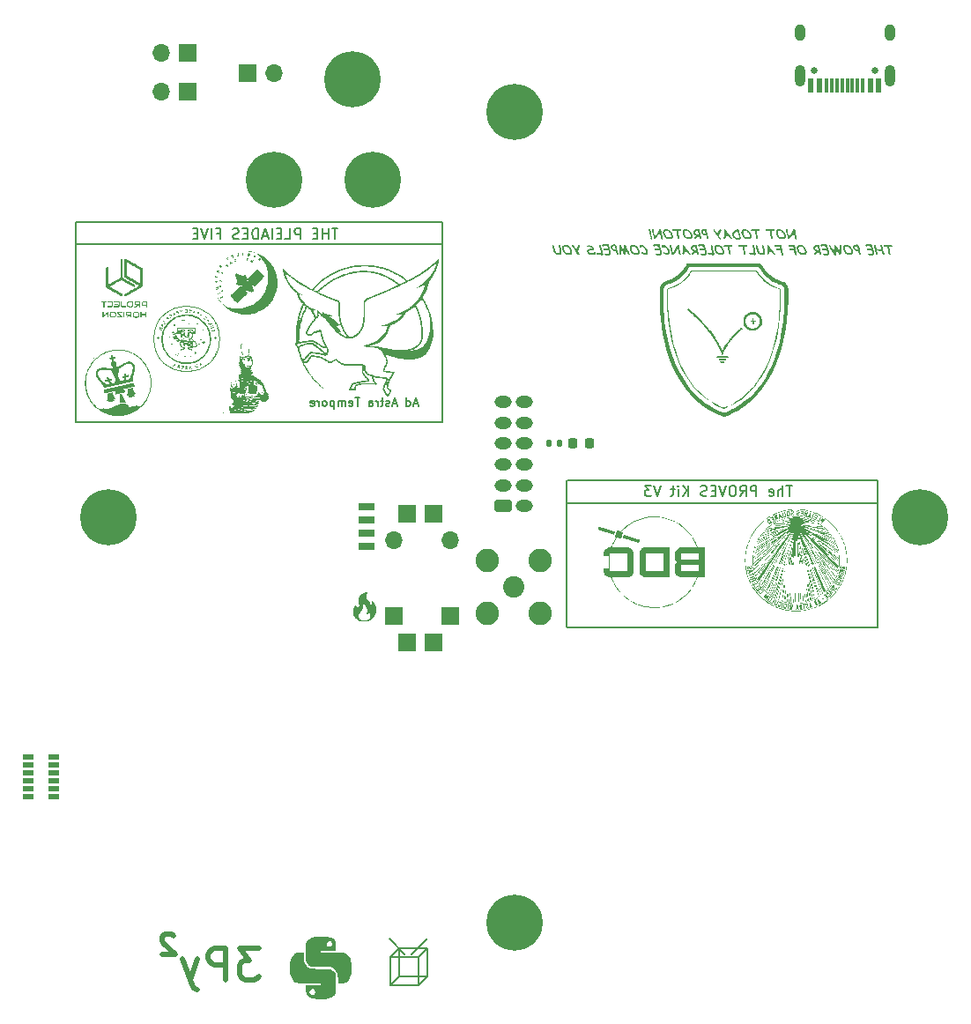
<source format=gbr>
%TF.GenerationSoftware,KiCad,Pcbnew,9.0.0*%
%TF.CreationDate,2025-05-03T12:21:44-07:00*%
%TF.ProjectId,antenna_top_cap_v2a,616e7465-6e6e-4615-9f74-6f705f636170,rev?*%
%TF.SameCoordinates,Original*%
%TF.FileFunction,Soldermask,Bot*%
%TF.FilePolarity,Negative*%
%FSLAX46Y46*%
G04 Gerber Fmt 4.6, Leading zero omitted, Abs format (unit mm)*
G04 Created by KiCad (PCBNEW 9.0.0) date 2025-05-03 12:21:44*
%MOMM*%
%LPD*%
G01*
G04 APERTURE LIST*
G04 Aperture macros list*
%AMRoundRect*
0 Rectangle with rounded corners*
0 $1 Rounding radius*
0 $2 $3 $4 $5 $6 $7 $8 $9 X,Y pos of 4 corners*
0 Add a 4 corners polygon primitive as box body*
4,1,4,$2,$3,$4,$5,$6,$7,$8,$9,$2,$3,0*
0 Add four circle primitives for the rounded corners*
1,1,$1+$1,$2,$3*
1,1,$1+$1,$4,$5*
1,1,$1+$1,$6,$7*
1,1,$1+$1,$8,$9*
0 Add four rect primitives between the rounded corners*
20,1,$1+$1,$2,$3,$4,$5,0*
20,1,$1+$1,$4,$5,$6,$7,0*
20,1,$1+$1,$6,$7,$8,$9,0*
20,1,$1+$1,$8,$9,$2,$3,0*%
G04 Aperture macros list end*
%ADD10C,0.200000*%
%ADD11C,0.150000*%
%ADD12C,0.100000*%
%ADD13C,0.500000*%
%ADD14C,0.000000*%
%ADD15O,1.700000X1.700000*%
%ADD16R,1.700000X1.700000*%
%ADD17C,5.400000*%
%ADD18RoundRect,0.250000X0.575000X-0.350000X0.575000X0.350000X-0.575000X0.350000X-0.575000X-0.350000X0*%
%ADD19O,1.650000X1.200000*%
%ADD20C,2.050000*%
%ADD21C,2.250000*%
%ADD22R,1.600000X0.700000*%
%ADD23RoundRect,0.218750X-0.218750X-0.256250X0.218750X-0.256250X0.218750X0.256250X-0.218750X0.256250X0*%
%ADD24C,0.650000*%
%ADD25R,0.600000X1.450000*%
%ADD26R,0.300000X1.450000*%
%ADD27O,1.000000X1.600000*%
%ADD28O,1.000000X2.100000*%
%ADD29R,1.000000X0.500000*%
%ADD30RoundRect,0.135000X-0.135000X-0.185000X0.135000X-0.185000X0.135000X0.185000X-0.135000X0.185000X0*%
G04 APERTURE END LIST*
D10*
X156625800Y-154459400D02*
X157475800Y-153609400D01*
X156625800Y-157159400D02*
X156625800Y-154459400D01*
D11*
X123670800Y-83869400D02*
X123670800Y-103069400D01*
X200745800Y-108619400D02*
X170895800Y-108619400D01*
D10*
X157475800Y-153609400D02*
X157475800Y-156309400D01*
D11*
X158895800Y-83869400D02*
X123670800Y-83869400D01*
X200745800Y-122769400D02*
X200745800Y-108619400D01*
X170854358Y-108619400D02*
X170854358Y-122719400D01*
D10*
X157475800Y-156309400D02*
X156625800Y-157159400D01*
X156625800Y-154459400D02*
X153925800Y-154459400D01*
D11*
X170895800Y-122769400D02*
X200745800Y-122769400D01*
X123645800Y-85969400D02*
X158895800Y-85969400D01*
X170895800Y-110819400D02*
X200745800Y-110819400D01*
D10*
X157455800Y-152719400D02*
X155975800Y-154199400D01*
X157475800Y-153609400D02*
X154775800Y-153609400D01*
X153825800Y-152709400D02*
X155295800Y-154179400D01*
X153925800Y-157159400D02*
X156625800Y-157159400D01*
X154775800Y-156309400D02*
X157475800Y-156309400D01*
D11*
X123645800Y-103069400D02*
X158845800Y-103069400D01*
D10*
X153925800Y-154459400D02*
X153925800Y-157159400D01*
X153925800Y-157159400D02*
X154775800Y-156309400D01*
D11*
X158895800Y-103069400D02*
X158895800Y-83869400D01*
D10*
X153925800Y-154459400D02*
X154775800Y-153609400D01*
X154775800Y-153609400D02*
X154775800Y-156309400D01*
D12*
X137507916Y-95069400D02*
G75*
G02*
X131183684Y-95069400I-3162116J0D01*
G01*
X131183684Y-95069400D02*
G75*
G02*
X137507916Y-95069400I3162116J0D01*
G01*
D13*
X141253040Y-153625791D02*
X139395897Y-153625791D01*
X139395897Y-153625791D02*
X140395897Y-154768648D01*
X140395897Y-154768648D02*
X139967326Y-154768648D01*
X139967326Y-154768648D02*
X139681612Y-154911505D01*
X139681612Y-154911505D02*
X139538754Y-155054362D01*
X139538754Y-155054362D02*
X139395897Y-155340076D01*
X139395897Y-155340076D02*
X139395897Y-156054362D01*
X139395897Y-156054362D02*
X139538754Y-156340076D01*
X139538754Y-156340076D02*
X139681612Y-156482934D01*
X139681612Y-156482934D02*
X139967326Y-156625791D01*
X139967326Y-156625791D02*
X140824469Y-156625791D01*
X140824469Y-156625791D02*
X141110183Y-156482934D01*
X141110183Y-156482934D02*
X141253040Y-156340076D01*
X138110183Y-156625791D02*
X138110183Y-153625791D01*
X138110183Y-153625791D02*
X136967326Y-153625791D01*
X136967326Y-153625791D02*
X136681611Y-153768648D01*
X136681611Y-153768648D02*
X136538754Y-153911505D01*
X136538754Y-153911505D02*
X136395897Y-154197219D01*
X136395897Y-154197219D02*
X136395897Y-154625791D01*
X136395897Y-154625791D02*
X136538754Y-154911505D01*
X136538754Y-154911505D02*
X136681611Y-155054362D01*
X136681611Y-155054362D02*
X136967326Y-155197219D01*
X136967326Y-155197219D02*
X138110183Y-155197219D01*
X135395897Y-154625791D02*
X134681611Y-156625791D01*
X133967326Y-154625791D02*
X134681611Y-156625791D01*
X134681611Y-156625791D02*
X134967326Y-157340076D01*
X134967326Y-157340076D02*
X135110183Y-157482934D01*
X135110183Y-157482934D02*
X135395897Y-157625791D01*
D11*
X192514847Y-109174219D02*
X191943419Y-109174219D01*
X192229133Y-110174219D02*
X192229133Y-109174219D01*
X191610085Y-110174219D02*
X191610085Y-109174219D01*
X191181514Y-110174219D02*
X191181514Y-109650409D01*
X191181514Y-109650409D02*
X191229133Y-109555171D01*
X191229133Y-109555171D02*
X191324371Y-109507552D01*
X191324371Y-109507552D02*
X191467228Y-109507552D01*
X191467228Y-109507552D02*
X191562466Y-109555171D01*
X191562466Y-109555171D02*
X191610085Y-109602790D01*
X190324371Y-110126600D02*
X190419609Y-110174219D01*
X190419609Y-110174219D02*
X190610085Y-110174219D01*
X190610085Y-110174219D02*
X190705323Y-110126600D01*
X190705323Y-110126600D02*
X190752942Y-110031361D01*
X190752942Y-110031361D02*
X190752942Y-109650409D01*
X190752942Y-109650409D02*
X190705323Y-109555171D01*
X190705323Y-109555171D02*
X190610085Y-109507552D01*
X190610085Y-109507552D02*
X190419609Y-109507552D01*
X190419609Y-109507552D02*
X190324371Y-109555171D01*
X190324371Y-109555171D02*
X190276752Y-109650409D01*
X190276752Y-109650409D02*
X190276752Y-109745647D01*
X190276752Y-109745647D02*
X190752942Y-109840885D01*
X189086275Y-110174219D02*
X189086275Y-109174219D01*
X189086275Y-109174219D02*
X188705323Y-109174219D01*
X188705323Y-109174219D02*
X188610085Y-109221838D01*
X188610085Y-109221838D02*
X188562466Y-109269457D01*
X188562466Y-109269457D02*
X188514847Y-109364695D01*
X188514847Y-109364695D02*
X188514847Y-109507552D01*
X188514847Y-109507552D02*
X188562466Y-109602790D01*
X188562466Y-109602790D02*
X188610085Y-109650409D01*
X188610085Y-109650409D02*
X188705323Y-109698028D01*
X188705323Y-109698028D02*
X189086275Y-109698028D01*
X187514847Y-110174219D02*
X187848180Y-109698028D01*
X188086275Y-110174219D02*
X188086275Y-109174219D01*
X188086275Y-109174219D02*
X187705323Y-109174219D01*
X187705323Y-109174219D02*
X187610085Y-109221838D01*
X187610085Y-109221838D02*
X187562466Y-109269457D01*
X187562466Y-109269457D02*
X187514847Y-109364695D01*
X187514847Y-109364695D02*
X187514847Y-109507552D01*
X187514847Y-109507552D02*
X187562466Y-109602790D01*
X187562466Y-109602790D02*
X187610085Y-109650409D01*
X187610085Y-109650409D02*
X187705323Y-109698028D01*
X187705323Y-109698028D02*
X188086275Y-109698028D01*
X186895799Y-109174219D02*
X186705323Y-109174219D01*
X186705323Y-109174219D02*
X186610085Y-109221838D01*
X186610085Y-109221838D02*
X186514847Y-109317076D01*
X186514847Y-109317076D02*
X186467228Y-109507552D01*
X186467228Y-109507552D02*
X186467228Y-109840885D01*
X186467228Y-109840885D02*
X186514847Y-110031361D01*
X186514847Y-110031361D02*
X186610085Y-110126600D01*
X186610085Y-110126600D02*
X186705323Y-110174219D01*
X186705323Y-110174219D02*
X186895799Y-110174219D01*
X186895799Y-110174219D02*
X186991037Y-110126600D01*
X186991037Y-110126600D02*
X187086275Y-110031361D01*
X187086275Y-110031361D02*
X187133894Y-109840885D01*
X187133894Y-109840885D02*
X187133894Y-109507552D01*
X187133894Y-109507552D02*
X187086275Y-109317076D01*
X187086275Y-109317076D02*
X186991037Y-109221838D01*
X186991037Y-109221838D02*
X186895799Y-109174219D01*
X186181513Y-109174219D02*
X185848180Y-110174219D01*
X185848180Y-110174219D02*
X185514847Y-109174219D01*
X185181513Y-109650409D02*
X184848180Y-109650409D01*
X184705323Y-110174219D02*
X185181513Y-110174219D01*
X185181513Y-110174219D02*
X185181513Y-109174219D01*
X185181513Y-109174219D02*
X184705323Y-109174219D01*
X184324370Y-110126600D02*
X184181513Y-110174219D01*
X184181513Y-110174219D02*
X183943418Y-110174219D01*
X183943418Y-110174219D02*
X183848180Y-110126600D01*
X183848180Y-110126600D02*
X183800561Y-110078980D01*
X183800561Y-110078980D02*
X183752942Y-109983742D01*
X183752942Y-109983742D02*
X183752942Y-109888504D01*
X183752942Y-109888504D02*
X183800561Y-109793266D01*
X183800561Y-109793266D02*
X183848180Y-109745647D01*
X183848180Y-109745647D02*
X183943418Y-109698028D01*
X183943418Y-109698028D02*
X184133894Y-109650409D01*
X184133894Y-109650409D02*
X184229132Y-109602790D01*
X184229132Y-109602790D02*
X184276751Y-109555171D01*
X184276751Y-109555171D02*
X184324370Y-109459933D01*
X184324370Y-109459933D02*
X184324370Y-109364695D01*
X184324370Y-109364695D02*
X184276751Y-109269457D01*
X184276751Y-109269457D02*
X184229132Y-109221838D01*
X184229132Y-109221838D02*
X184133894Y-109174219D01*
X184133894Y-109174219D02*
X183895799Y-109174219D01*
X183895799Y-109174219D02*
X183752942Y-109221838D01*
X182562465Y-110174219D02*
X182562465Y-109174219D01*
X181991037Y-110174219D02*
X182419608Y-109602790D01*
X181991037Y-109174219D02*
X182562465Y-109745647D01*
X181562465Y-110174219D02*
X181562465Y-109507552D01*
X181562465Y-109174219D02*
X181610084Y-109221838D01*
X181610084Y-109221838D02*
X181562465Y-109269457D01*
X181562465Y-109269457D02*
X181514846Y-109221838D01*
X181514846Y-109221838D02*
X181562465Y-109174219D01*
X181562465Y-109174219D02*
X181562465Y-109269457D01*
X181229132Y-109507552D02*
X180848180Y-109507552D01*
X181086275Y-109174219D02*
X181086275Y-110031361D01*
X181086275Y-110031361D02*
X181038656Y-110126600D01*
X181038656Y-110126600D02*
X180943418Y-110174219D01*
X180943418Y-110174219D02*
X180848180Y-110174219D01*
X179895798Y-109174219D02*
X179562465Y-110174219D01*
X179562465Y-110174219D02*
X179229132Y-109174219D01*
X178991036Y-109174219D02*
X178371989Y-109174219D01*
X178371989Y-109174219D02*
X178705322Y-109555171D01*
X178705322Y-109555171D02*
X178562465Y-109555171D01*
X178562465Y-109555171D02*
X178467227Y-109602790D01*
X178467227Y-109602790D02*
X178419608Y-109650409D01*
X178419608Y-109650409D02*
X178371989Y-109745647D01*
X178371989Y-109745647D02*
X178371989Y-109983742D01*
X178371989Y-109983742D02*
X178419608Y-110078980D01*
X178419608Y-110078980D02*
X178467227Y-110126600D01*
X178467227Y-110126600D02*
X178562465Y-110174219D01*
X178562465Y-110174219D02*
X178848179Y-110174219D01*
X178848179Y-110174219D02*
X178943417Y-110126600D01*
X178943417Y-110126600D02*
X178991036Y-110078980D01*
X156532705Y-101303123D02*
X156151752Y-101303123D01*
X156608895Y-101531695D02*
X156342228Y-100731695D01*
X156342228Y-100731695D02*
X156075562Y-101531695D01*
X155466038Y-101531695D02*
X155466038Y-100731695D01*
X155466038Y-101493600D02*
X155542229Y-101531695D01*
X155542229Y-101531695D02*
X155694610Y-101531695D01*
X155694610Y-101531695D02*
X155770800Y-101493600D01*
X155770800Y-101493600D02*
X155808895Y-101455504D01*
X155808895Y-101455504D02*
X155846991Y-101379314D01*
X155846991Y-101379314D02*
X155846991Y-101150742D01*
X155846991Y-101150742D02*
X155808895Y-101074552D01*
X155808895Y-101074552D02*
X155770800Y-101036457D01*
X155770800Y-101036457D02*
X155694610Y-100998361D01*
X155694610Y-100998361D02*
X155542229Y-100998361D01*
X155542229Y-100998361D02*
X155466038Y-101036457D01*
X154513657Y-101303123D02*
X154132704Y-101303123D01*
X154589847Y-101531695D02*
X154323180Y-100731695D01*
X154323180Y-100731695D02*
X154056514Y-101531695D01*
X153827943Y-101493600D02*
X153751752Y-101531695D01*
X153751752Y-101531695D02*
X153599371Y-101531695D01*
X153599371Y-101531695D02*
X153523181Y-101493600D01*
X153523181Y-101493600D02*
X153485085Y-101417409D01*
X153485085Y-101417409D02*
X153485085Y-101379314D01*
X153485085Y-101379314D02*
X153523181Y-101303123D01*
X153523181Y-101303123D02*
X153599371Y-101265028D01*
X153599371Y-101265028D02*
X153713657Y-101265028D01*
X153713657Y-101265028D02*
X153789847Y-101226933D01*
X153789847Y-101226933D02*
X153827943Y-101150742D01*
X153827943Y-101150742D02*
X153827943Y-101112647D01*
X153827943Y-101112647D02*
X153789847Y-101036457D01*
X153789847Y-101036457D02*
X153713657Y-100998361D01*
X153713657Y-100998361D02*
X153599371Y-100998361D01*
X153599371Y-100998361D02*
X153523181Y-101036457D01*
X153256514Y-100998361D02*
X152951752Y-100998361D01*
X153142228Y-100731695D02*
X153142228Y-101417409D01*
X153142228Y-101417409D02*
X153104133Y-101493600D01*
X153104133Y-101493600D02*
X153027943Y-101531695D01*
X153027943Y-101531695D02*
X152951752Y-101531695D01*
X152685085Y-101531695D02*
X152685085Y-100998361D01*
X152685085Y-101150742D02*
X152646990Y-101074552D01*
X152646990Y-101074552D02*
X152608895Y-101036457D01*
X152608895Y-101036457D02*
X152532704Y-100998361D01*
X152532704Y-100998361D02*
X152456514Y-100998361D01*
X151846990Y-101531695D02*
X151846990Y-101112647D01*
X151846990Y-101112647D02*
X151885085Y-101036457D01*
X151885085Y-101036457D02*
X151961276Y-100998361D01*
X151961276Y-100998361D02*
X152113657Y-100998361D01*
X152113657Y-100998361D02*
X152189847Y-101036457D01*
X151846990Y-101493600D02*
X151923181Y-101531695D01*
X151923181Y-101531695D02*
X152113657Y-101531695D01*
X152113657Y-101531695D02*
X152189847Y-101493600D01*
X152189847Y-101493600D02*
X152227943Y-101417409D01*
X152227943Y-101417409D02*
X152227943Y-101341219D01*
X152227943Y-101341219D02*
X152189847Y-101265028D01*
X152189847Y-101265028D02*
X152113657Y-101226933D01*
X152113657Y-101226933D02*
X151923181Y-101226933D01*
X151923181Y-101226933D02*
X151846990Y-101188838D01*
X150970799Y-100731695D02*
X150513656Y-100731695D01*
X150742228Y-101531695D02*
X150742228Y-100731695D01*
X149942227Y-101493600D02*
X150018418Y-101531695D01*
X150018418Y-101531695D02*
X150170799Y-101531695D01*
X150170799Y-101531695D02*
X150246989Y-101493600D01*
X150246989Y-101493600D02*
X150285085Y-101417409D01*
X150285085Y-101417409D02*
X150285085Y-101112647D01*
X150285085Y-101112647D02*
X150246989Y-101036457D01*
X150246989Y-101036457D02*
X150170799Y-100998361D01*
X150170799Y-100998361D02*
X150018418Y-100998361D01*
X150018418Y-100998361D02*
X149942227Y-101036457D01*
X149942227Y-101036457D02*
X149904132Y-101112647D01*
X149904132Y-101112647D02*
X149904132Y-101188838D01*
X149904132Y-101188838D02*
X150285085Y-101265028D01*
X149561275Y-101531695D02*
X149561275Y-100998361D01*
X149561275Y-101074552D02*
X149523180Y-101036457D01*
X149523180Y-101036457D02*
X149446990Y-100998361D01*
X149446990Y-100998361D02*
X149332704Y-100998361D01*
X149332704Y-100998361D02*
X149256513Y-101036457D01*
X149256513Y-101036457D02*
X149218418Y-101112647D01*
X149218418Y-101112647D02*
X149218418Y-101531695D01*
X149218418Y-101112647D02*
X149180323Y-101036457D01*
X149180323Y-101036457D02*
X149104132Y-100998361D01*
X149104132Y-100998361D02*
X148989847Y-100998361D01*
X148989847Y-100998361D02*
X148913656Y-101036457D01*
X148913656Y-101036457D02*
X148875561Y-101112647D01*
X148875561Y-101112647D02*
X148875561Y-101531695D01*
X148494608Y-100998361D02*
X148494608Y-101798361D01*
X148494608Y-101036457D02*
X148418418Y-100998361D01*
X148418418Y-100998361D02*
X148266037Y-100998361D01*
X148266037Y-100998361D02*
X148189846Y-101036457D01*
X148189846Y-101036457D02*
X148151751Y-101074552D01*
X148151751Y-101074552D02*
X148113656Y-101150742D01*
X148113656Y-101150742D02*
X148113656Y-101379314D01*
X148113656Y-101379314D02*
X148151751Y-101455504D01*
X148151751Y-101455504D02*
X148189846Y-101493600D01*
X148189846Y-101493600D02*
X148266037Y-101531695D01*
X148266037Y-101531695D02*
X148418418Y-101531695D01*
X148418418Y-101531695D02*
X148494608Y-101493600D01*
X147656513Y-101531695D02*
X147732703Y-101493600D01*
X147732703Y-101493600D02*
X147770798Y-101455504D01*
X147770798Y-101455504D02*
X147808894Y-101379314D01*
X147808894Y-101379314D02*
X147808894Y-101150742D01*
X147808894Y-101150742D02*
X147770798Y-101074552D01*
X147770798Y-101074552D02*
X147732703Y-101036457D01*
X147732703Y-101036457D02*
X147656513Y-100998361D01*
X147656513Y-100998361D02*
X147542227Y-100998361D01*
X147542227Y-100998361D02*
X147466036Y-101036457D01*
X147466036Y-101036457D02*
X147427941Y-101074552D01*
X147427941Y-101074552D02*
X147389846Y-101150742D01*
X147389846Y-101150742D02*
X147389846Y-101379314D01*
X147389846Y-101379314D02*
X147427941Y-101455504D01*
X147427941Y-101455504D02*
X147466036Y-101493600D01*
X147466036Y-101493600D02*
X147542227Y-101531695D01*
X147542227Y-101531695D02*
X147656513Y-101531695D01*
X147046988Y-101531695D02*
X147046988Y-100998361D01*
X147046988Y-101150742D02*
X147008893Y-101074552D01*
X147008893Y-101074552D02*
X146970798Y-101036457D01*
X146970798Y-101036457D02*
X146894607Y-100998361D01*
X146894607Y-100998361D02*
X146818417Y-100998361D01*
X146246988Y-101493600D02*
X146323179Y-101531695D01*
X146323179Y-101531695D02*
X146475560Y-101531695D01*
X146475560Y-101531695D02*
X146551750Y-101493600D01*
X146551750Y-101493600D02*
X146589846Y-101417409D01*
X146589846Y-101417409D02*
X146589846Y-101112647D01*
X146589846Y-101112647D02*
X146551750Y-101036457D01*
X146551750Y-101036457D02*
X146475560Y-100998361D01*
X146475560Y-100998361D02*
X146323179Y-100998361D01*
X146323179Y-100998361D02*
X146246988Y-101036457D01*
X146246988Y-101036457D02*
X146208893Y-101112647D01*
X146208893Y-101112647D02*
X146208893Y-101188838D01*
X146208893Y-101188838D02*
X146589846Y-101265028D01*
X148869609Y-84474219D02*
X148298181Y-84474219D01*
X148583895Y-85474219D02*
X148583895Y-84474219D01*
X147964847Y-85474219D02*
X147964847Y-84474219D01*
X147964847Y-84950409D02*
X147393419Y-84950409D01*
X147393419Y-85474219D02*
X147393419Y-84474219D01*
X146917228Y-84950409D02*
X146583895Y-84950409D01*
X146441038Y-85474219D02*
X146917228Y-85474219D01*
X146917228Y-85474219D02*
X146917228Y-84474219D01*
X146917228Y-84474219D02*
X146441038Y-84474219D01*
X145250561Y-85474219D02*
X145250561Y-84474219D01*
X145250561Y-84474219D02*
X144869609Y-84474219D01*
X144869609Y-84474219D02*
X144774371Y-84521838D01*
X144774371Y-84521838D02*
X144726752Y-84569457D01*
X144726752Y-84569457D02*
X144679133Y-84664695D01*
X144679133Y-84664695D02*
X144679133Y-84807552D01*
X144679133Y-84807552D02*
X144726752Y-84902790D01*
X144726752Y-84902790D02*
X144774371Y-84950409D01*
X144774371Y-84950409D02*
X144869609Y-84998028D01*
X144869609Y-84998028D02*
X145250561Y-84998028D01*
X143774371Y-85474219D02*
X144250561Y-85474219D01*
X144250561Y-85474219D02*
X144250561Y-84474219D01*
X143441037Y-84950409D02*
X143107704Y-84950409D01*
X142964847Y-85474219D02*
X143441037Y-85474219D01*
X143441037Y-85474219D02*
X143441037Y-84474219D01*
X143441037Y-84474219D02*
X142964847Y-84474219D01*
X142536275Y-85474219D02*
X142536275Y-84474219D01*
X142107704Y-85188504D02*
X141631514Y-85188504D01*
X142202942Y-85474219D02*
X141869609Y-84474219D01*
X141869609Y-84474219D02*
X141536276Y-85474219D01*
X141202942Y-85474219D02*
X141202942Y-84474219D01*
X141202942Y-84474219D02*
X140964847Y-84474219D01*
X140964847Y-84474219D02*
X140821990Y-84521838D01*
X140821990Y-84521838D02*
X140726752Y-84617076D01*
X140726752Y-84617076D02*
X140679133Y-84712314D01*
X140679133Y-84712314D02*
X140631514Y-84902790D01*
X140631514Y-84902790D02*
X140631514Y-85045647D01*
X140631514Y-85045647D02*
X140679133Y-85236123D01*
X140679133Y-85236123D02*
X140726752Y-85331361D01*
X140726752Y-85331361D02*
X140821990Y-85426600D01*
X140821990Y-85426600D02*
X140964847Y-85474219D01*
X140964847Y-85474219D02*
X141202942Y-85474219D01*
X140202942Y-84950409D02*
X139869609Y-84950409D01*
X139726752Y-85474219D02*
X140202942Y-85474219D01*
X140202942Y-85474219D02*
X140202942Y-84474219D01*
X140202942Y-84474219D02*
X139726752Y-84474219D01*
X139345799Y-85426600D02*
X139202942Y-85474219D01*
X139202942Y-85474219D02*
X138964847Y-85474219D01*
X138964847Y-85474219D02*
X138869609Y-85426600D01*
X138869609Y-85426600D02*
X138821990Y-85378980D01*
X138821990Y-85378980D02*
X138774371Y-85283742D01*
X138774371Y-85283742D02*
X138774371Y-85188504D01*
X138774371Y-85188504D02*
X138821990Y-85093266D01*
X138821990Y-85093266D02*
X138869609Y-85045647D01*
X138869609Y-85045647D02*
X138964847Y-84998028D01*
X138964847Y-84998028D02*
X139155323Y-84950409D01*
X139155323Y-84950409D02*
X139250561Y-84902790D01*
X139250561Y-84902790D02*
X139298180Y-84855171D01*
X139298180Y-84855171D02*
X139345799Y-84759933D01*
X139345799Y-84759933D02*
X139345799Y-84664695D01*
X139345799Y-84664695D02*
X139298180Y-84569457D01*
X139298180Y-84569457D02*
X139250561Y-84521838D01*
X139250561Y-84521838D02*
X139155323Y-84474219D01*
X139155323Y-84474219D02*
X138917228Y-84474219D01*
X138917228Y-84474219D02*
X138774371Y-84521838D01*
X137250561Y-84950409D02*
X137583894Y-84950409D01*
X137583894Y-85474219D02*
X137583894Y-84474219D01*
X137583894Y-84474219D02*
X137107704Y-84474219D01*
X136726751Y-85474219D02*
X136726751Y-84474219D01*
X136393418Y-84474219D02*
X136060085Y-85474219D01*
X136060085Y-85474219D02*
X135726752Y-84474219D01*
X135393418Y-84950409D02*
X135060085Y-84950409D01*
X134917228Y-85474219D02*
X135393418Y-85474219D01*
X135393418Y-85474219D02*
X135393418Y-84474219D01*
X135393418Y-84474219D02*
X134917228Y-84474219D01*
D13*
X133121612Y-152433648D02*
X133026374Y-152338410D01*
X133026374Y-152338410D02*
X132835898Y-152243172D01*
X132835898Y-152243172D02*
X132359707Y-152243172D01*
X132359707Y-152243172D02*
X132169231Y-152338410D01*
X132169231Y-152338410D02*
X132073993Y-152433648D01*
X132073993Y-152433648D02*
X131978755Y-152624124D01*
X131978755Y-152624124D02*
X131978755Y-152814600D01*
X131978755Y-152814600D02*
X132073993Y-153100314D01*
X132073993Y-153100314D02*
X133216850Y-154243172D01*
X133216850Y-154243172D02*
X131978755Y-154243172D01*
D10*
G36*
X192064064Y-85302670D02*
G01*
X192094454Y-85399775D01*
X192112646Y-85435862D01*
X192135593Y-85459811D01*
X192163726Y-85474037D01*
X192198758Y-85479019D01*
X192224931Y-85474356D01*
X192252839Y-85459228D01*
X192283718Y-85430494D01*
X192370628Y-85324002D01*
X192465549Y-85191456D01*
X192569145Y-85029104D01*
X192682084Y-84832917D01*
X192726433Y-85029215D01*
X192754789Y-85175670D01*
X192783146Y-85322124D01*
X192804432Y-85399834D01*
X192828086Y-85450559D01*
X192852982Y-85481552D01*
X192879052Y-85498247D01*
X192907453Y-85503639D01*
X192935371Y-85500240D01*
X192956338Y-85490903D01*
X192972080Y-85475942D01*
X192983903Y-85449360D01*
X192983126Y-85416316D01*
X192963782Y-85341907D01*
X192944438Y-85267499D01*
X192919433Y-85158689D01*
X192894319Y-85049823D01*
X192871843Y-84932990D01*
X192849311Y-84816101D01*
X192833649Y-84706082D01*
X192817932Y-84595953D01*
X192809964Y-84573008D01*
X192795489Y-84551220D01*
X192773364Y-84530172D01*
X192734878Y-84508189D01*
X192696647Y-84501266D01*
X192677436Y-84505058D01*
X192657833Y-84517306D01*
X192636935Y-84540787D01*
X192614380Y-84579851D01*
X192512031Y-84780244D01*
X192410526Y-84953547D01*
X192310003Y-85102342D01*
X192210518Y-85229031D01*
X192190515Y-85135663D01*
X192134446Y-84856708D01*
X192111600Y-84727020D01*
X192105610Y-84660690D01*
X192097587Y-84593095D01*
X192083854Y-84555057D01*
X192062513Y-84529589D01*
X192032907Y-84513987D01*
X191992129Y-84508300D01*
X191969556Y-84513439D01*
X191952342Y-84528905D01*
X191939528Y-84558383D01*
X191933116Y-84609273D01*
X191937421Y-84691547D01*
X191958387Y-84817310D01*
X191979709Y-84914415D01*
X192064064Y-85302670D01*
G37*
G36*
X191371873Y-84527459D02*
G01*
X191439764Y-84542692D01*
X191506434Y-84568331D01*
X191572477Y-84605057D01*
X191638366Y-84653941D01*
X191704441Y-84716414D01*
X191766716Y-84788829D01*
X191817936Y-84862900D01*
X191858881Y-84938904D01*
X191890109Y-85017214D01*
X191911950Y-85098293D01*
X191920993Y-85170212D01*
X191917461Y-85233613D01*
X191902561Y-85290220D01*
X191876546Y-85341471D01*
X191838695Y-85388399D01*
X191795639Y-85425192D01*
X191746920Y-85454051D01*
X191691732Y-85475213D01*
X191628989Y-85488452D01*
X191557383Y-85493088D01*
X191487274Y-85487889D01*
X191419695Y-85472386D01*
X191353906Y-85446371D01*
X191289281Y-85409188D01*
X191225340Y-85359761D01*
X191161764Y-85296625D01*
X191103881Y-85225700D01*
X191055749Y-85152602D01*
X191016792Y-85077062D01*
X190986618Y-84998726D01*
X190965026Y-84917163D01*
X190955027Y-84848472D01*
X191126148Y-84848472D01*
X191135661Y-84916723D01*
X191156463Y-84992364D01*
X191186353Y-85063431D01*
X191225526Y-85130518D01*
X191274476Y-85194079D01*
X191325277Y-85245462D01*
X191374982Y-85282833D01*
X191424042Y-85308184D01*
X191473104Y-85322920D01*
X191522981Y-85327784D01*
X191579662Y-85323427D01*
X191626699Y-85311227D01*
X191665833Y-85292009D01*
X191698396Y-85265905D01*
X191724837Y-85231788D01*
X191740725Y-85193539D01*
X191746484Y-85149804D01*
X191741151Y-85098733D01*
X191720403Y-85025190D01*
X191689344Y-84954816D01*
X191647474Y-84887022D01*
X191593927Y-84821377D01*
X191540201Y-84769933D01*
X191488150Y-84732525D01*
X191437286Y-84707187D01*
X191386953Y-84692501D01*
X191336355Y-84687672D01*
X191264198Y-84691755D01*
X191213046Y-84702335D01*
X191177877Y-84717441D01*
X191154620Y-84735977D01*
X191137936Y-84762088D01*
X191127905Y-84798402D01*
X191126148Y-84848472D01*
X190955027Y-84848472D01*
X190952932Y-84834078D01*
X190952851Y-84765270D01*
X190962730Y-84708204D01*
X190981278Y-84660683D01*
X191008056Y-84620957D01*
X191042938Y-84588255D01*
X191087561Y-84561472D01*
X191143873Y-84540850D01*
X191214385Y-84527309D01*
X191302063Y-84522369D01*
X191371873Y-84527459D01*
G37*
G36*
X190083224Y-84715809D02*
G01*
X190227865Y-84708445D01*
X190372560Y-84701741D01*
X190408281Y-84951729D01*
X190429657Y-85102011D01*
X190447903Y-85202982D01*
X190456586Y-85265191D01*
X190465269Y-85327344D01*
X190479286Y-85371403D01*
X190501814Y-85410491D01*
X190527428Y-85437945D01*
X190553822Y-85453020D01*
X190582048Y-85457917D01*
X190612365Y-85452394D01*
X190635903Y-85436374D01*
X190647931Y-85419206D01*
X190653216Y-85399548D01*
X190651675Y-85376144D01*
X190643267Y-85349986D01*
X190634694Y-85323223D01*
X190620846Y-85237823D01*
X190606832Y-85151709D01*
X190590887Y-85061737D01*
X190573035Y-84928484D01*
X190543469Y-84705258D01*
X190574739Y-84705258D01*
X190701515Y-84700211D01*
X190783951Y-84687672D01*
X190811683Y-84675748D01*
X190828030Y-84659076D01*
X190835604Y-84636915D01*
X190833850Y-84606559D01*
X190822462Y-84577051D01*
X190800327Y-84549626D01*
X190777855Y-84532851D01*
X190754224Y-84523990D01*
X190728557Y-84522369D01*
X190635024Y-84532316D01*
X190540172Y-84538910D01*
X190430208Y-84537701D01*
X190320134Y-84536437D01*
X190184121Y-84541713D01*
X190048108Y-84546988D01*
X190025243Y-84549875D01*
X190007179Y-84557988D01*
X189992769Y-84571278D01*
X189980269Y-84597755D01*
X189980844Y-84631069D01*
X189993640Y-84663634D01*
X190017718Y-84691189D01*
X190049084Y-84709752D01*
X190083224Y-84715809D01*
G37*
G36*
X188660559Y-84715809D02*
G01*
X188805199Y-84708445D01*
X188949895Y-84701741D01*
X188985615Y-84951729D01*
X189006991Y-85102011D01*
X189025238Y-85202982D01*
X189033920Y-85265191D01*
X189042603Y-85327344D01*
X189056620Y-85371403D01*
X189079148Y-85410491D01*
X189104762Y-85437945D01*
X189131156Y-85453020D01*
X189159382Y-85457917D01*
X189189699Y-85452394D01*
X189213237Y-85436374D01*
X189225265Y-85419206D01*
X189230550Y-85399548D01*
X189229009Y-85376144D01*
X189220601Y-85349986D01*
X189212028Y-85323223D01*
X189198180Y-85237823D01*
X189184166Y-85151709D01*
X189168221Y-85061737D01*
X189150369Y-84928484D01*
X189120804Y-84705258D01*
X189152073Y-84705258D01*
X189278849Y-84700211D01*
X189361285Y-84687672D01*
X189389017Y-84675748D01*
X189405365Y-84659076D01*
X189412938Y-84636915D01*
X189411184Y-84606559D01*
X189399797Y-84577051D01*
X189377662Y-84549626D01*
X189355189Y-84532851D01*
X189331558Y-84523990D01*
X189305891Y-84522369D01*
X189212358Y-84532316D01*
X189117506Y-84538910D01*
X189007542Y-84537701D01*
X188897468Y-84536437D01*
X188761455Y-84541713D01*
X188625443Y-84546988D01*
X188602578Y-84549875D01*
X188584514Y-84557988D01*
X188570103Y-84571278D01*
X188557603Y-84597755D01*
X188558178Y-84631069D01*
X188570974Y-84663634D01*
X188595053Y-84691189D01*
X188626418Y-84709752D01*
X188660559Y-84715809D01*
G37*
G36*
X188066681Y-84527459D02*
G01*
X188134573Y-84542692D01*
X188201242Y-84568331D01*
X188267285Y-84605057D01*
X188333175Y-84653941D01*
X188399249Y-84716414D01*
X188461524Y-84788829D01*
X188512744Y-84862900D01*
X188553689Y-84938904D01*
X188584918Y-85017214D01*
X188606758Y-85098293D01*
X188615801Y-85170212D01*
X188612269Y-85233613D01*
X188597369Y-85290220D01*
X188571354Y-85341471D01*
X188533503Y-85388399D01*
X188490447Y-85425192D01*
X188441729Y-85454051D01*
X188386540Y-85475213D01*
X188323797Y-85488452D01*
X188252191Y-85493088D01*
X188182082Y-85487889D01*
X188114503Y-85472386D01*
X188048714Y-85446371D01*
X187984089Y-85409188D01*
X187920148Y-85359761D01*
X187856572Y-85296625D01*
X187798690Y-85225700D01*
X187750557Y-85152602D01*
X187711600Y-85077062D01*
X187681426Y-84998726D01*
X187659835Y-84917163D01*
X187649835Y-84848472D01*
X187820956Y-84848472D01*
X187830469Y-84916723D01*
X187851271Y-84992364D01*
X187881161Y-85063431D01*
X187920335Y-85130518D01*
X187969284Y-85194079D01*
X188020085Y-85245462D01*
X188069790Y-85282833D01*
X188118850Y-85308184D01*
X188167912Y-85322920D01*
X188217789Y-85327784D01*
X188274470Y-85323427D01*
X188321507Y-85311227D01*
X188360641Y-85292009D01*
X188393204Y-85265905D01*
X188419645Y-85231788D01*
X188435533Y-85193539D01*
X188441292Y-85149804D01*
X188435959Y-85098733D01*
X188415211Y-85025190D01*
X188384152Y-84954816D01*
X188342282Y-84887022D01*
X188288735Y-84821377D01*
X188235009Y-84769933D01*
X188182959Y-84732525D01*
X188132095Y-84707187D01*
X188081761Y-84692501D01*
X188031163Y-84687672D01*
X187959006Y-84691755D01*
X187907854Y-84702335D01*
X187872685Y-84717441D01*
X187849428Y-84735977D01*
X187832744Y-84762088D01*
X187822713Y-84798402D01*
X187820956Y-84848472D01*
X187649835Y-84848472D01*
X187647740Y-84834078D01*
X187647659Y-84765270D01*
X187657538Y-84708204D01*
X187676086Y-84660683D01*
X187702864Y-84620957D01*
X187737747Y-84588255D01*
X187782369Y-84561472D01*
X187838681Y-84540850D01*
X187909193Y-84527309D01*
X187996871Y-84522369D01*
X188066681Y-84527459D01*
G37*
G36*
X187343164Y-84501058D02*
G01*
X187367848Y-84511651D01*
X187395118Y-84531216D01*
X187427144Y-84566514D01*
X187440950Y-84598481D01*
X187480792Y-84802967D01*
X187520634Y-85007508D01*
X187564653Y-85191771D01*
X187608617Y-85375979D01*
X187609131Y-85408360D01*
X187596802Y-85434671D01*
X187574193Y-85452767D01*
X187542396Y-85459510D01*
X187503212Y-85481591D01*
X187442214Y-85501276D01*
X187388869Y-85511162D01*
X187343845Y-85514190D01*
X187252144Y-85509476D01*
X187173668Y-85496209D01*
X187106584Y-85475445D01*
X187049288Y-85447860D01*
X186985309Y-85404423D01*
X186927894Y-85352419D01*
X186876621Y-85291239D01*
X186834035Y-85225080D01*
X186803242Y-85157919D01*
X186783418Y-85089171D01*
X186777671Y-85041786D01*
X186947910Y-85041786D01*
X186953393Y-85090984D01*
X186965565Y-85133198D01*
X186984607Y-85174935D01*
X187011095Y-85216556D01*
X187042760Y-85254380D01*
X187077676Y-85286024D01*
X187116058Y-85311957D01*
X187160653Y-85330842D01*
X187223548Y-85343899D01*
X187310158Y-85348887D01*
X187346306Y-85346849D01*
X187376269Y-85341193D01*
X187403361Y-85331348D01*
X187425233Y-85318112D01*
X187298563Y-84708775D01*
X187139934Y-84786408D01*
X187072919Y-84826927D01*
X187024601Y-84868183D01*
X186989581Y-84909815D01*
X186965871Y-84952166D01*
X186952160Y-84995864D01*
X186947910Y-85041786D01*
X186777671Y-85041786D01*
X186774956Y-85019397D01*
X186778866Y-84953411D01*
X186794777Y-84890054D01*
X186823116Y-84828306D01*
X186865081Y-84767357D01*
X186917839Y-84711004D01*
X186978722Y-84662264D01*
X187048510Y-84620858D01*
X187128258Y-84586831D01*
X187228331Y-84535833D01*
X187294985Y-84504222D01*
X187320215Y-84497749D01*
X187343164Y-84501058D01*
G37*
G36*
X186058704Y-84552449D02*
G01*
X186092055Y-84578515D01*
X186158754Y-84645303D01*
X186277780Y-84779666D01*
X186412592Y-84941202D01*
X186532990Y-85092743D01*
X186570755Y-85107212D01*
X186591482Y-85122615D01*
X186600859Y-85138795D01*
X186603247Y-85155720D01*
X186601078Y-85174406D01*
X186710109Y-85340080D01*
X186732970Y-85386805D01*
X186734630Y-85409858D01*
X186729810Y-85428988D01*
X186718736Y-85445442D01*
X186694343Y-85462645D01*
X186663947Y-85468468D01*
X186634652Y-85463827D01*
X186607491Y-85449711D01*
X186581460Y-85424504D01*
X186492494Y-85297496D01*
X186443194Y-85222271D01*
X186384971Y-85213665D01*
X186294047Y-85205125D01*
X186145559Y-85190617D01*
X186138643Y-85282368D01*
X186125556Y-85357734D01*
X186108310Y-85416149D01*
X186090329Y-85449601D01*
X186072356Y-85466415D01*
X186053730Y-85471985D01*
X186022030Y-85467169D01*
X185989763Y-85449289D01*
X185964409Y-85422169D01*
X185951295Y-85389773D01*
X185949636Y-85360354D01*
X185956460Y-85310638D01*
X185970254Y-85229690D01*
X185975621Y-84842644D01*
X186147263Y-84842644D01*
X186150615Y-85049933D01*
X186236894Y-85057077D01*
X186323228Y-85067519D01*
X186147263Y-84842644D01*
X185975621Y-84842644D01*
X185975859Y-84825444D01*
X185972782Y-84628596D01*
X185980184Y-84590155D01*
X185994499Y-84566025D01*
X186015125Y-84552005D01*
X186044168Y-84546988D01*
X186058704Y-84552449D01*
G37*
G36*
X184996623Y-84695201D02*
G01*
X185177918Y-84974261D01*
X185288372Y-85143113D01*
X185367512Y-85255684D01*
X185506877Y-85443134D01*
X185540535Y-85474783D01*
X185571081Y-85491457D01*
X185599860Y-85496605D01*
X185630099Y-85490942D01*
X185653551Y-85474458D01*
X185665178Y-85456970D01*
X185670233Y-85437089D01*
X185668608Y-85413623D01*
X185657752Y-85390912D01*
X185610827Y-85321126D01*
X185490225Y-85160447D01*
X185580076Y-84953323D01*
X185706692Y-84645467D01*
X185711246Y-84624195D01*
X185709659Y-84601833D01*
X185696322Y-84569347D01*
X185670092Y-84541603D01*
X185638757Y-84524385D01*
X185606399Y-84518852D01*
X185582220Y-84523221D01*
X185561365Y-84536350D01*
X185542817Y-84560013D01*
X185513032Y-84633762D01*
X185446921Y-84813189D01*
X185406219Y-84916865D01*
X185372403Y-84987120D01*
X185181600Y-84702620D01*
X185100762Y-84574136D01*
X185074441Y-84542463D01*
X185045010Y-84524758D01*
X185011076Y-84518852D01*
X184980790Y-84524516D01*
X184957330Y-84540998D01*
X184945657Y-84558120D01*
X184940555Y-84577783D01*
X184942163Y-84601229D01*
X184953560Y-84627388D01*
X184996623Y-84695201D01*
G37*
G36*
X184129164Y-84490001D02*
G01*
X184187416Y-84498299D01*
X184216377Y-84501178D01*
X184242026Y-84514679D01*
X184265778Y-84540851D01*
X184287781Y-84584280D01*
X184306997Y-84651457D01*
X184378053Y-84935078D01*
X184424117Y-85110786D01*
X184448835Y-85217435D01*
X184484500Y-85389113D01*
X184485054Y-85419869D01*
X184473564Y-85445112D01*
X184452265Y-85462381D01*
X184421577Y-85468468D01*
X184389254Y-85462679D01*
X184360193Y-85445057D01*
X184337978Y-85419075D01*
X184326231Y-85388949D01*
X184263693Y-85105438D01*
X184214069Y-85109724D01*
X184140369Y-85104562D01*
X184070468Y-85089289D01*
X184003603Y-85063908D01*
X183939131Y-85028006D01*
X183885852Y-84987334D01*
X183842581Y-84942385D01*
X183808340Y-84892895D01*
X183782556Y-84838318D01*
X183765089Y-84777853D01*
X183761417Y-84745024D01*
X183922814Y-84745024D01*
X183923084Y-84777578D01*
X183934979Y-84815196D01*
X183954012Y-84848753D01*
X183980657Y-84878919D01*
X184015957Y-84906007D01*
X184065295Y-84930969D01*
X184119951Y-84946200D01*
X184181151Y-84951455D01*
X184221048Y-84946564D01*
X184165434Y-84733944D01*
X184146859Y-84647336D01*
X184121580Y-84645797D01*
X184087508Y-84645467D01*
X184041958Y-84649998D01*
X184001779Y-84663133D01*
X183965839Y-84684815D01*
X183936104Y-84714776D01*
X183922814Y-84745024D01*
X183761417Y-84745024D01*
X183759551Y-84728344D01*
X183763912Y-84683411D01*
X183777657Y-84641844D01*
X183801172Y-84602667D01*
X183835706Y-84565233D01*
X183881557Y-84530891D01*
X183930491Y-84506743D01*
X183983242Y-84492170D01*
X184040797Y-84487198D01*
X184129164Y-84490001D01*
G37*
G36*
X183533175Y-84510528D02*
G01*
X183563609Y-84522721D01*
X183591982Y-84545834D01*
X183616941Y-84580701D01*
X183630560Y-84618484D01*
X183734974Y-85115329D01*
X183764924Y-85253540D01*
X183794875Y-85391751D01*
X183795498Y-85424764D01*
X183783224Y-85451212D01*
X183768979Y-85464493D01*
X183751015Y-85472609D01*
X183728160Y-85475502D01*
X183693957Y-85469525D01*
X183662929Y-85451322D01*
X183639165Y-85424190D01*
X183626549Y-85392136D01*
X183591982Y-85194134D01*
X183512976Y-85225202D01*
X183438850Y-85264561D01*
X183369141Y-85312437D01*
X183303498Y-85369262D01*
X183241701Y-85435660D01*
X183217215Y-85455051D01*
X183187571Y-85461434D01*
X183154324Y-85455424D01*
X183122285Y-85436649D01*
X183097396Y-85409006D01*
X183084696Y-85377463D01*
X183084024Y-85348669D01*
X183094423Y-85322948D01*
X183140001Y-85264639D01*
X183205682Y-85203113D01*
X183295887Y-85137861D01*
X183220093Y-85105502D01*
X183159806Y-85070524D01*
X183112668Y-85033282D01*
X183073076Y-84988922D01*
X183045607Y-84941541D01*
X183029137Y-84890345D01*
X183025370Y-84857438D01*
X183196177Y-84857438D01*
X183198177Y-84890455D01*
X183205793Y-84904603D01*
X183232139Y-84930957D01*
X183264322Y-84955289D01*
X183297315Y-84973876D01*
X183351448Y-84993445D01*
X183425140Y-85006845D01*
X183523509Y-85011905D01*
X183549777Y-85011245D01*
X183481084Y-84680638D01*
X183411786Y-84685639D01*
X183355611Y-84697555D01*
X183303890Y-84720763D01*
X183255605Y-84755981D01*
X183223037Y-84791336D01*
X183204098Y-84824829D01*
X183196177Y-84857438D01*
X183025370Y-84857438D01*
X183023014Y-84836863D01*
X183027159Y-84787026D01*
X183041231Y-84739730D01*
X183065705Y-84694045D01*
X183101840Y-84649297D01*
X183151593Y-84605103D01*
X183217521Y-84561387D01*
X183253703Y-84543889D01*
X183298054Y-84529902D01*
X183352050Y-84520006D01*
X183499384Y-84508300D01*
X183533175Y-84510528D01*
G37*
G36*
X182406793Y-84527459D02*
G01*
X182474684Y-84542692D01*
X182541354Y-84568331D01*
X182607396Y-84605057D01*
X182673286Y-84653941D01*
X182739361Y-84716414D01*
X182801636Y-84788829D01*
X182852856Y-84862900D01*
X182893801Y-84938904D01*
X182925029Y-85017214D01*
X182946870Y-85098293D01*
X182955913Y-85170212D01*
X182952381Y-85233613D01*
X182937481Y-85290220D01*
X182911466Y-85341471D01*
X182873615Y-85388399D01*
X182830559Y-85425192D01*
X182781840Y-85454051D01*
X182726652Y-85475213D01*
X182663909Y-85488452D01*
X182592302Y-85493088D01*
X182522193Y-85487889D01*
X182454615Y-85472386D01*
X182388825Y-85446371D01*
X182324200Y-85409188D01*
X182260260Y-85359761D01*
X182196684Y-85296625D01*
X182138801Y-85225700D01*
X182090669Y-85152602D01*
X182051712Y-85077062D01*
X182021538Y-84998726D01*
X181999946Y-84917163D01*
X181989947Y-84848472D01*
X182161068Y-84848472D01*
X182170580Y-84916723D01*
X182191383Y-84992364D01*
X182221272Y-85063431D01*
X182260446Y-85130518D01*
X182309396Y-85194079D01*
X182360196Y-85245462D01*
X182409902Y-85282833D01*
X182458962Y-85308184D01*
X182508023Y-85322920D01*
X182557901Y-85327784D01*
X182614582Y-85323427D01*
X182661618Y-85311227D01*
X182700752Y-85292009D01*
X182733316Y-85265905D01*
X182759757Y-85231788D01*
X182775645Y-85193539D01*
X182781404Y-85149804D01*
X182776071Y-85098733D01*
X182755322Y-85025190D01*
X182724263Y-84954816D01*
X182682393Y-84887022D01*
X182628847Y-84821377D01*
X182575120Y-84769933D01*
X182523070Y-84732525D01*
X182472206Y-84707187D01*
X182421873Y-84692501D01*
X182371275Y-84687672D01*
X182299117Y-84691755D01*
X182247966Y-84702335D01*
X182212796Y-84717441D01*
X182189540Y-84735977D01*
X182172856Y-84762088D01*
X182162825Y-84798402D01*
X182161068Y-84848472D01*
X181989947Y-84848472D01*
X181987852Y-84834078D01*
X181987771Y-84765270D01*
X181997650Y-84708204D01*
X182016197Y-84660683D01*
X182042976Y-84620957D01*
X182077858Y-84588255D01*
X182122481Y-84561472D01*
X182178792Y-84540850D01*
X182249305Y-84527309D01*
X182336983Y-84522369D01*
X182406793Y-84527459D01*
G37*
G36*
X181118144Y-84715809D02*
G01*
X181262785Y-84708445D01*
X181407480Y-84701741D01*
X181443201Y-84951729D01*
X181464577Y-85102011D01*
X181482823Y-85202982D01*
X181491506Y-85265191D01*
X181500189Y-85327344D01*
X181514205Y-85371403D01*
X181536734Y-85410491D01*
X181562347Y-85437945D01*
X181588742Y-85453020D01*
X181616967Y-85457917D01*
X181647285Y-85452394D01*
X181670823Y-85436374D01*
X181682850Y-85419206D01*
X181688135Y-85399548D01*
X181686595Y-85376144D01*
X181678187Y-85349986D01*
X181669614Y-85323223D01*
X181655765Y-85237823D01*
X181641752Y-85151709D01*
X181625807Y-85061737D01*
X181607955Y-84928484D01*
X181578389Y-84705258D01*
X181609658Y-84705258D01*
X181736435Y-84700211D01*
X181818871Y-84687672D01*
X181846603Y-84675748D01*
X181862950Y-84659076D01*
X181870524Y-84636915D01*
X181868769Y-84606559D01*
X181857382Y-84577051D01*
X181835247Y-84549626D01*
X181812775Y-84532851D01*
X181789144Y-84523990D01*
X181763476Y-84522369D01*
X181669944Y-84532316D01*
X181575092Y-84538910D01*
X181465128Y-84537701D01*
X181355053Y-84536437D01*
X181219041Y-84541713D01*
X181083028Y-84546988D01*
X181060163Y-84549875D01*
X181042099Y-84557988D01*
X181027689Y-84571278D01*
X181015189Y-84597755D01*
X181015764Y-84631069D01*
X181028560Y-84663634D01*
X181052638Y-84691189D01*
X181084004Y-84709752D01*
X181118144Y-84715809D01*
G37*
G36*
X180524266Y-84527459D02*
G01*
X180592158Y-84542692D01*
X180658827Y-84568331D01*
X180724870Y-84605057D01*
X180790760Y-84653941D01*
X180856835Y-84716414D01*
X180919110Y-84788829D01*
X180970330Y-84862900D01*
X181011274Y-84938904D01*
X181042503Y-85017214D01*
X181064343Y-85098293D01*
X181073387Y-85170212D01*
X181069854Y-85233613D01*
X181054955Y-85290220D01*
X181028940Y-85341471D01*
X180991089Y-85388399D01*
X180948032Y-85425192D01*
X180899314Y-85454051D01*
X180844126Y-85475213D01*
X180781383Y-85488452D01*
X180709776Y-85493088D01*
X180639667Y-85487889D01*
X180572089Y-85472386D01*
X180506299Y-85446371D01*
X180441674Y-85409188D01*
X180377734Y-85359761D01*
X180314158Y-85296625D01*
X180256275Y-85225700D01*
X180208143Y-85152602D01*
X180169186Y-85077062D01*
X180139012Y-84998726D01*
X180117420Y-84917163D01*
X180107421Y-84848472D01*
X180278542Y-84848472D01*
X180288054Y-84916723D01*
X180308857Y-84992364D01*
X180338746Y-85063431D01*
X180377920Y-85130518D01*
X180426870Y-85194079D01*
X180477670Y-85245462D01*
X180527376Y-85282833D01*
X180576436Y-85308184D01*
X180625497Y-85322920D01*
X180675374Y-85327784D01*
X180732056Y-85323427D01*
X180779092Y-85311227D01*
X180818226Y-85292009D01*
X180850790Y-85265905D01*
X180877231Y-85231788D01*
X180893118Y-85193539D01*
X180898878Y-85149804D01*
X180893544Y-85098733D01*
X180872796Y-85025190D01*
X180841737Y-84954816D01*
X180799867Y-84887022D01*
X180746321Y-84821377D01*
X180692594Y-84769933D01*
X180640544Y-84732525D01*
X180589680Y-84707187D01*
X180539347Y-84692501D01*
X180488749Y-84687672D01*
X180416591Y-84691755D01*
X180365440Y-84702335D01*
X180330270Y-84717441D01*
X180307014Y-84735977D01*
X180290330Y-84762088D01*
X180280298Y-84798402D01*
X180278542Y-84848472D01*
X180107421Y-84848472D01*
X180105326Y-84834078D01*
X180105245Y-84765270D01*
X180115124Y-84708204D01*
X180133671Y-84660683D01*
X180160450Y-84620957D01*
X180195332Y-84588255D01*
X180239954Y-84561472D01*
X180296266Y-84540850D01*
X180366779Y-84527309D01*
X180454457Y-84522369D01*
X180524266Y-84527459D01*
G37*
G36*
X179186214Y-85302670D02*
G01*
X179216604Y-85399775D01*
X179234795Y-85435862D01*
X179257742Y-85459811D01*
X179285875Y-85474037D01*
X179320907Y-85479019D01*
X179347080Y-85474356D01*
X179374988Y-85459228D01*
X179405867Y-85430494D01*
X179492777Y-85324002D01*
X179587698Y-85191456D01*
X179691295Y-85029104D01*
X179804234Y-84832917D01*
X179848582Y-85029215D01*
X179876939Y-85175670D01*
X179905295Y-85322124D01*
X179926582Y-85399834D01*
X179950235Y-85450559D01*
X179975132Y-85481552D01*
X180001201Y-85498247D01*
X180029603Y-85503639D01*
X180057520Y-85500240D01*
X180078488Y-85490903D01*
X180094229Y-85475942D01*
X180106053Y-85449360D01*
X180105275Y-85416316D01*
X180085931Y-85341907D01*
X180066587Y-85267499D01*
X180041583Y-85158689D01*
X180016468Y-85049823D01*
X179993992Y-84932990D01*
X179971460Y-84816101D01*
X179955798Y-84706082D01*
X179940081Y-84595953D01*
X179932113Y-84573008D01*
X179917638Y-84551220D01*
X179895513Y-84530172D01*
X179857027Y-84508189D01*
X179818797Y-84501266D01*
X179799586Y-84505058D01*
X179779982Y-84517306D01*
X179759085Y-84540787D01*
X179736529Y-84579851D01*
X179634181Y-84780244D01*
X179532675Y-84953547D01*
X179432152Y-85102342D01*
X179332668Y-85229031D01*
X179312664Y-85135663D01*
X179256595Y-84856708D01*
X179233749Y-84727020D01*
X179227759Y-84660690D01*
X179219736Y-84593095D01*
X179206003Y-84555057D01*
X179184662Y-84529589D01*
X179155056Y-84513987D01*
X179114278Y-84508300D01*
X179091705Y-84513439D01*
X179074492Y-84528905D01*
X179061677Y-84558383D01*
X179055266Y-84609273D01*
X179059570Y-84691547D01*
X179080536Y-84817310D01*
X179101858Y-84914415D01*
X179186214Y-85302670D01*
G37*
G36*
X178960570Y-85271510D02*
G01*
X178990910Y-85265841D01*
X179011788Y-85249968D01*
X179023070Y-85226310D01*
X179022504Y-85195783D01*
X179009095Y-85124067D01*
X178995631Y-85052296D01*
X178941171Y-84797417D01*
X178886656Y-84542427D01*
X178874965Y-84512653D01*
X178853079Y-84487967D01*
X178824516Y-84471503D01*
X178793123Y-84466095D01*
X178763390Y-84471799D01*
X178742400Y-84487967D01*
X178730943Y-84511913D01*
X178731464Y-84542427D01*
X178867312Y-85195783D01*
X178878942Y-85225573D01*
X178900504Y-85249968D01*
X178928790Y-85266144D01*
X178960570Y-85271510D01*
G37*
G36*
X179009205Y-85496605D02*
G01*
X179031125Y-85492492D01*
X179050538Y-85479960D01*
X179068336Y-85457037D01*
X179082475Y-85420671D01*
X179082514Y-85389113D01*
X179070430Y-85359944D01*
X179046684Y-85335368D01*
X179016445Y-85318929D01*
X178986234Y-85313716D01*
X178964347Y-85317840D01*
X178945139Y-85330375D01*
X178927707Y-85353283D01*
X178913521Y-85389575D01*
X178913419Y-85420602D01*
X178925287Y-85449342D01*
X178948974Y-85474348D01*
X178979107Y-85491258D01*
X179009205Y-85496605D01*
G37*
G36*
X201399044Y-86227809D02*
G01*
X201543684Y-86220445D01*
X201688380Y-86213741D01*
X201724100Y-86463729D01*
X201745476Y-86614011D01*
X201763723Y-86714982D01*
X201772405Y-86777191D01*
X201781088Y-86839344D01*
X201795105Y-86883403D01*
X201817633Y-86922491D01*
X201843247Y-86949945D01*
X201869641Y-86965020D01*
X201897867Y-86969917D01*
X201928184Y-86964394D01*
X201951722Y-86948374D01*
X201963750Y-86931206D01*
X201969035Y-86911548D01*
X201967494Y-86888144D01*
X201959086Y-86861986D01*
X201950513Y-86835223D01*
X201936665Y-86749823D01*
X201922651Y-86663709D01*
X201906706Y-86573737D01*
X201888854Y-86440484D01*
X201859289Y-86217258D01*
X201890558Y-86217258D01*
X202017334Y-86212211D01*
X202099770Y-86199672D01*
X202127502Y-86187748D01*
X202143850Y-86171076D01*
X202151423Y-86148915D01*
X202149669Y-86118559D01*
X202138282Y-86089051D01*
X202116147Y-86061626D01*
X202093674Y-86044851D01*
X202070043Y-86035990D01*
X202044376Y-86034369D01*
X201950843Y-86044316D01*
X201855991Y-86050910D01*
X201746027Y-86049701D01*
X201635953Y-86048437D01*
X201499940Y-86053713D01*
X201363928Y-86058988D01*
X201341063Y-86061875D01*
X201322999Y-86069988D01*
X201308588Y-86083278D01*
X201296088Y-86109755D01*
X201296663Y-86143069D01*
X201309459Y-86175634D01*
X201333538Y-86203189D01*
X201364903Y-86221752D01*
X201399044Y-86227809D01*
G37*
G36*
X200374359Y-86108777D02*
G01*
X200392840Y-86152990D01*
X200402716Y-86187417D01*
X200417169Y-86240943D01*
X200431622Y-86294469D01*
X200473937Y-86469060D01*
X200516252Y-86643596D01*
X200537684Y-86778510D01*
X200559117Y-86913478D01*
X200571350Y-86944657D01*
X200594508Y-86971016D01*
X200624717Y-86988737D01*
X200657760Y-86994536D01*
X200690078Y-86988563D01*
X200714309Y-86971400D01*
X200725183Y-86954995D01*
X200729901Y-86936573D01*
X200728432Y-86915072D01*
X200704307Y-86780158D01*
X200680127Y-86645245D01*
X200666059Y-86583036D01*
X200767046Y-86591523D01*
X200905276Y-86611777D01*
X201144878Y-86653378D01*
X201180709Y-86785324D01*
X201214451Y-86918424D01*
X201226216Y-86947579D01*
X201249127Y-86972445D01*
X201278953Y-86989047D01*
X201311995Y-86994536D01*
X201343393Y-86988569D01*
X201365576Y-86971675D01*
X201377765Y-86946758D01*
X201377391Y-86915731D01*
X201329141Y-86734051D01*
X201280836Y-86552371D01*
X201229014Y-86320463D01*
X201177192Y-86088554D01*
X201165150Y-86058281D01*
X201142131Y-86032610D01*
X201112060Y-86015406D01*
X201078988Y-86009749D01*
X201047655Y-86015829D01*
X201025517Y-86033105D01*
X201013416Y-86058472D01*
X201013921Y-86090148D01*
X201046455Y-86230447D01*
X201078878Y-86370691D01*
X201095364Y-86429603D01*
X201111246Y-86491591D01*
X200871369Y-86448672D01*
X200735953Y-86429262D01*
X200632426Y-86421249D01*
X200577911Y-86196815D01*
X200560851Y-86148169D01*
X200526639Y-86086411D01*
X200489627Y-86038884D01*
X200459676Y-86016178D01*
X200434370Y-86009749D01*
X200405171Y-86015267D01*
X200382328Y-86031401D01*
X200371277Y-86048148D01*
X200366477Y-86067357D01*
X200368094Y-86090203D01*
X200374359Y-86108777D01*
G37*
G36*
X199656652Y-86175053D02*
G01*
X199681271Y-86171700D01*
X199773850Y-86153058D01*
X199865534Y-86146916D01*
X199911545Y-86148595D01*
X199963848Y-86153950D01*
X200078209Y-86175053D01*
X200134867Y-86421249D01*
X199895320Y-86400312D01*
X199747602Y-86389596D01*
X199715415Y-86395628D01*
X199691713Y-86412896D01*
X199681495Y-86429440D01*
X199677142Y-86449530D01*
X199679238Y-86474610D01*
X199691126Y-86508009D01*
X199710074Y-86532201D01*
X199736671Y-86548972D01*
X199773101Y-86558416D01*
X199919060Y-86569132D01*
X200180754Y-86590070D01*
X200210814Y-86714378D01*
X200225659Y-86798494D01*
X200228040Y-86836401D01*
X200225102Y-86849621D01*
X200212456Y-86854460D01*
X200150969Y-86857589D01*
X200038147Y-86855721D01*
X199925270Y-86853852D01*
X199889000Y-86850170D01*
X199853389Y-86846488D01*
X199821426Y-86851840D01*
X199798050Y-86866877D01*
X199786292Y-86883509D01*
X199781116Y-86904385D01*
X199783212Y-86931338D01*
X199794302Y-86962922D01*
X199812044Y-86986522D01*
X199836951Y-87003634D01*
X199870865Y-87014430D01*
X199949158Y-87022427D01*
X200122887Y-87026190D01*
X200228100Y-87021207D01*
X200297800Y-87008704D01*
X200341577Y-86991668D01*
X200367215Y-86971895D01*
X200385050Y-86941411D01*
X200395527Y-86893368D01*
X200395253Y-86820275D01*
X200378866Y-86712894D01*
X200357109Y-86620040D01*
X200315558Y-86464664D01*
X200273982Y-86309366D01*
X200252360Y-86217093D01*
X200245161Y-86153291D01*
X200237852Y-86089433D01*
X200222968Y-86046277D01*
X200201193Y-86018210D01*
X200172397Y-86001589D01*
X200134208Y-85995681D01*
X200109350Y-85999604D01*
X200088650Y-86011068D01*
X200016145Y-85995747D01*
X199950824Y-85985844D01*
X199887266Y-85979956D01*
X199830418Y-85978095D01*
X199729079Y-85982760D01*
X199652353Y-85995155D01*
X199595377Y-86013266D01*
X199573409Y-86026505D01*
X199560254Y-86043112D01*
X199554344Y-86063902D01*
X199556195Y-86090807D01*
X199567590Y-86120345D01*
X199589497Y-86146971D01*
X199610681Y-86162836D01*
X199632854Y-86171999D01*
X199656652Y-86175053D01*
G37*
G36*
X198751054Y-86002001D02*
G01*
X198809306Y-86010299D01*
X198838268Y-86013178D01*
X198863917Y-86026679D01*
X198887669Y-86052851D01*
X198909671Y-86096280D01*
X198928887Y-86163457D01*
X198999944Y-86447078D01*
X199046008Y-86622786D01*
X199070725Y-86729435D01*
X199106391Y-86901113D01*
X199106945Y-86931869D01*
X199095455Y-86957112D01*
X199074155Y-86974381D01*
X199043468Y-86980468D01*
X199011145Y-86974679D01*
X198982083Y-86957057D01*
X198959868Y-86931075D01*
X198948122Y-86900949D01*
X198885583Y-86617438D01*
X198835959Y-86621724D01*
X198762259Y-86616562D01*
X198692359Y-86601289D01*
X198625493Y-86575908D01*
X198561021Y-86540006D01*
X198507742Y-86499334D01*
X198464472Y-86454385D01*
X198430231Y-86404895D01*
X198404447Y-86350318D01*
X198386980Y-86289853D01*
X198383307Y-86257024D01*
X198544704Y-86257024D01*
X198544974Y-86289578D01*
X198556869Y-86327196D01*
X198575903Y-86360753D01*
X198602547Y-86390919D01*
X198637848Y-86418007D01*
X198687186Y-86442969D01*
X198741841Y-86458200D01*
X198803041Y-86463455D01*
X198842938Y-86458564D01*
X198787324Y-86245944D01*
X198768750Y-86159336D01*
X198743470Y-86157797D01*
X198709399Y-86157467D01*
X198663848Y-86161998D01*
X198623670Y-86175133D01*
X198587729Y-86196815D01*
X198557994Y-86226776D01*
X198544704Y-86257024D01*
X198383307Y-86257024D01*
X198381441Y-86240344D01*
X198385802Y-86195411D01*
X198399547Y-86153844D01*
X198423063Y-86114667D01*
X198457596Y-86077233D01*
X198503447Y-86042891D01*
X198552381Y-86018743D01*
X198605133Y-86004170D01*
X198662687Y-85999198D01*
X198751054Y-86002001D01*
G37*
G36*
X197834977Y-86039459D02*
G01*
X197902869Y-86054692D01*
X197969539Y-86080331D01*
X198035581Y-86117057D01*
X198101471Y-86165941D01*
X198167546Y-86228414D01*
X198229821Y-86300829D01*
X198281041Y-86374900D01*
X198321986Y-86450904D01*
X198353214Y-86529214D01*
X198375055Y-86610293D01*
X198384098Y-86682212D01*
X198380566Y-86745613D01*
X198365666Y-86802220D01*
X198339651Y-86853471D01*
X198301800Y-86900399D01*
X198258743Y-86937192D01*
X198210025Y-86966051D01*
X198154837Y-86987213D01*
X198092094Y-87000452D01*
X198020487Y-87005088D01*
X197950378Y-86999889D01*
X197882800Y-86984386D01*
X197817010Y-86958371D01*
X197752385Y-86921188D01*
X197688445Y-86871761D01*
X197624869Y-86808625D01*
X197566986Y-86737700D01*
X197518854Y-86664602D01*
X197479897Y-86589062D01*
X197449723Y-86510726D01*
X197428131Y-86429163D01*
X197418132Y-86360472D01*
X197589253Y-86360472D01*
X197598765Y-86428723D01*
X197619568Y-86504364D01*
X197649457Y-86575431D01*
X197688631Y-86642518D01*
X197737581Y-86706079D01*
X197788381Y-86757462D01*
X197838087Y-86794833D01*
X197887147Y-86820184D01*
X197936208Y-86834920D01*
X197986086Y-86839784D01*
X198042767Y-86835427D01*
X198089803Y-86823227D01*
X198128937Y-86804009D01*
X198161501Y-86777905D01*
X198187942Y-86743788D01*
X198203829Y-86705539D01*
X198209589Y-86661804D01*
X198204255Y-86610733D01*
X198183507Y-86537190D01*
X198152448Y-86466816D01*
X198110578Y-86399022D01*
X198057032Y-86333377D01*
X198003305Y-86281933D01*
X197951255Y-86244525D01*
X197900391Y-86219187D01*
X197850058Y-86204501D01*
X197799460Y-86199672D01*
X197727302Y-86203755D01*
X197676151Y-86214335D01*
X197640981Y-86229441D01*
X197617725Y-86247977D01*
X197601041Y-86274088D01*
X197591010Y-86310402D01*
X197589253Y-86360472D01*
X197418132Y-86360472D01*
X197416037Y-86346078D01*
X197415956Y-86277270D01*
X197425835Y-86220204D01*
X197444382Y-86172683D01*
X197471161Y-86132957D01*
X197506043Y-86100255D01*
X197550665Y-86073472D01*
X197606977Y-86052850D01*
X197677490Y-86039309D01*
X197765168Y-86034369D01*
X197834977Y-86039459D01*
G37*
G36*
X196081083Y-86176481D02*
G01*
X196118012Y-86238690D01*
X196173132Y-86344698D01*
X196336787Y-86608425D01*
X196500991Y-86871548D01*
X196538807Y-86932527D01*
X196568805Y-86975027D01*
X196597653Y-87004065D01*
X196629413Y-87020630D01*
X196665416Y-87026190D01*
X196697455Y-87021267D01*
X196723393Y-87007066D01*
X196738351Y-86990635D01*
X196745798Y-86971555D01*
X196746089Y-86948539D01*
X196755543Y-86880593D01*
X196756915Y-86832640D01*
X196747848Y-86436362D01*
X196814215Y-86556087D01*
X196878145Y-86658379D01*
X196966710Y-86799356D01*
X197014762Y-86890232D01*
X197015367Y-86919139D01*
X197023768Y-86942571D01*
X197038748Y-86963115D01*
X197061364Y-86981292D01*
X197095342Y-86996636D01*
X197129288Y-87001570D01*
X197157708Y-86998762D01*
X197179945Y-86991018D01*
X197197377Y-86978819D01*
X197210699Y-86960519D01*
X197216902Y-86938123D01*
X197215512Y-86909906D01*
X197219194Y-86837971D01*
X197224579Y-86551382D01*
X197239172Y-86390165D01*
X197271126Y-86136200D01*
X197270191Y-86105425D01*
X197262335Y-86082525D01*
X197249227Y-86063255D01*
X197230349Y-86047008D01*
X197200084Y-86032253D01*
X197166767Y-86027335D01*
X197138715Y-86031896D01*
X197117765Y-86044760D01*
X197102140Y-86066682D01*
X197093362Y-86092785D01*
X197084115Y-86144828D01*
X197066850Y-86338359D01*
X197056308Y-86650355D01*
X196983238Y-86524453D01*
X196899522Y-86367614D01*
X196834405Y-86245095D01*
X196794779Y-86178900D01*
X196743857Y-86110104D01*
X196703367Y-86070203D01*
X196670992Y-86050567D01*
X196644258Y-86044920D01*
X196617527Y-86049066D01*
X196597413Y-86060722D01*
X196582244Y-86080409D01*
X196571938Y-86110701D01*
X196568166Y-86148284D01*
X196569685Y-86224402D01*
X196579741Y-86347995D01*
X196585165Y-86475292D01*
X196583918Y-86732787D01*
X196480209Y-86562717D01*
X196321015Y-86292656D01*
X196266280Y-86179394D01*
X196232131Y-86115087D01*
X196199675Y-86070419D01*
X196172257Y-86045768D01*
X196143932Y-86031895D01*
X196113726Y-86027335D01*
X196080697Y-86033426D01*
X196057837Y-86050471D01*
X196048202Y-86066788D01*
X196044158Y-86086191D01*
X196046187Y-86109931D01*
X196053269Y-86127193D01*
X196081083Y-86176481D01*
G37*
G36*
X195338536Y-86175053D02*
G01*
X195363156Y-86171700D01*
X195455734Y-86153058D01*
X195547418Y-86146916D01*
X195593430Y-86148595D01*
X195645732Y-86153950D01*
X195760093Y-86175053D01*
X195816751Y-86421249D01*
X195577204Y-86400312D01*
X195429486Y-86389596D01*
X195397300Y-86395628D01*
X195373597Y-86412896D01*
X195363379Y-86429440D01*
X195359026Y-86449530D01*
X195361122Y-86474610D01*
X195373010Y-86508009D01*
X195391958Y-86532201D01*
X195418555Y-86548972D01*
X195454985Y-86558416D01*
X195600944Y-86569132D01*
X195862638Y-86590070D01*
X195892698Y-86714378D01*
X195907543Y-86798494D01*
X195909925Y-86836401D01*
X195906987Y-86849621D01*
X195894341Y-86854460D01*
X195832853Y-86857589D01*
X195720031Y-86855721D01*
X195607154Y-86853852D01*
X195570884Y-86850170D01*
X195535273Y-86846488D01*
X195503310Y-86851840D01*
X195479934Y-86866877D01*
X195468176Y-86883509D01*
X195463000Y-86904385D01*
X195465096Y-86931338D01*
X195476186Y-86962922D01*
X195493929Y-86986522D01*
X195518835Y-87003634D01*
X195552749Y-87014430D01*
X195631042Y-87022427D01*
X195804771Y-87026190D01*
X195909984Y-87021207D01*
X195979684Y-87008704D01*
X196023461Y-86991668D01*
X196049099Y-86971895D01*
X196066935Y-86941411D01*
X196077411Y-86893368D01*
X196077138Y-86820275D01*
X196060750Y-86712894D01*
X196038993Y-86620040D01*
X195997442Y-86464664D01*
X195955866Y-86309366D01*
X195934244Y-86217093D01*
X195927045Y-86153291D01*
X195919736Y-86089433D01*
X195904852Y-86046277D01*
X195883077Y-86018210D01*
X195854281Y-86001589D01*
X195816092Y-85995681D01*
X195791234Y-85999604D01*
X195770534Y-86011068D01*
X195698029Y-85995747D01*
X195632708Y-85985844D01*
X195569150Y-85979956D01*
X195512302Y-85978095D01*
X195410963Y-85982760D01*
X195334237Y-85995155D01*
X195277261Y-86013266D01*
X195255293Y-86026505D01*
X195242138Y-86043112D01*
X195236228Y-86063902D01*
X195238079Y-86090807D01*
X195249474Y-86120345D01*
X195271381Y-86146971D01*
X195292565Y-86162836D01*
X195314738Y-86171999D01*
X195338536Y-86175053D01*
G37*
G36*
X195053865Y-86022528D02*
G01*
X195084300Y-86034721D01*
X195112672Y-86057834D01*
X195137632Y-86092701D01*
X195151250Y-86130484D01*
X195255664Y-86627329D01*
X195285615Y-86765540D01*
X195315565Y-86903751D01*
X195316188Y-86936764D01*
X195303914Y-86963212D01*
X195289669Y-86976493D01*
X195271705Y-86984609D01*
X195248850Y-86987502D01*
X195214647Y-86981525D01*
X195183619Y-86963322D01*
X195159855Y-86936190D01*
X195147239Y-86904136D01*
X195112672Y-86706134D01*
X195033666Y-86737202D01*
X194959541Y-86776561D01*
X194889831Y-86824437D01*
X194824188Y-86881262D01*
X194762391Y-86947660D01*
X194737905Y-86967051D01*
X194708261Y-86973434D01*
X194675014Y-86967424D01*
X194642975Y-86948649D01*
X194618086Y-86921006D01*
X194605386Y-86889463D01*
X194604715Y-86860669D01*
X194615113Y-86834948D01*
X194660691Y-86776639D01*
X194726372Y-86715113D01*
X194816577Y-86649861D01*
X194740783Y-86617502D01*
X194680497Y-86582524D01*
X194633358Y-86545282D01*
X194593766Y-86500922D01*
X194566297Y-86453541D01*
X194549827Y-86402345D01*
X194546060Y-86369438D01*
X194716867Y-86369438D01*
X194718867Y-86402455D01*
X194726483Y-86416603D01*
X194752829Y-86442957D01*
X194785012Y-86467289D01*
X194818005Y-86485876D01*
X194872138Y-86505445D01*
X194945830Y-86518845D01*
X195044199Y-86523905D01*
X195070467Y-86523245D01*
X195001774Y-86192638D01*
X194932476Y-86197639D01*
X194876302Y-86209555D01*
X194824581Y-86232763D01*
X194776295Y-86267981D01*
X194743728Y-86303336D01*
X194724788Y-86336829D01*
X194716867Y-86369438D01*
X194546060Y-86369438D01*
X194543704Y-86348863D01*
X194547849Y-86299026D01*
X194561921Y-86251730D01*
X194586395Y-86206045D01*
X194622530Y-86161297D01*
X194672283Y-86117103D01*
X194738211Y-86073387D01*
X194774393Y-86055889D01*
X194818744Y-86041902D01*
X194872740Y-86032006D01*
X195020074Y-86020300D01*
X195053865Y-86022528D01*
G37*
G36*
X193381453Y-86039459D02*
G01*
X193449345Y-86054692D01*
X193516014Y-86080331D01*
X193582057Y-86117057D01*
X193647947Y-86165941D01*
X193714022Y-86228414D01*
X193776297Y-86300829D01*
X193827517Y-86374900D01*
X193868461Y-86450904D01*
X193899690Y-86529214D01*
X193921530Y-86610293D01*
X193930574Y-86682212D01*
X193927041Y-86745613D01*
X193912142Y-86802220D01*
X193886127Y-86853471D01*
X193848276Y-86900399D01*
X193805219Y-86937192D01*
X193756501Y-86966051D01*
X193701313Y-86987213D01*
X193638570Y-87000452D01*
X193566963Y-87005088D01*
X193496854Y-86999889D01*
X193429276Y-86984386D01*
X193363486Y-86958371D01*
X193298861Y-86921188D01*
X193234921Y-86871761D01*
X193171345Y-86808625D01*
X193113462Y-86737700D01*
X193065330Y-86664602D01*
X193026373Y-86589062D01*
X192996199Y-86510726D01*
X192974607Y-86429163D01*
X192964608Y-86360472D01*
X193135729Y-86360472D01*
X193145241Y-86428723D01*
X193166044Y-86504364D01*
X193195933Y-86575431D01*
X193235107Y-86642518D01*
X193284057Y-86706079D01*
X193334857Y-86757462D01*
X193384563Y-86794833D01*
X193433623Y-86820184D01*
X193482684Y-86834920D01*
X193532561Y-86839784D01*
X193589243Y-86835427D01*
X193636279Y-86823227D01*
X193675413Y-86804009D01*
X193707977Y-86777905D01*
X193734418Y-86743788D01*
X193750305Y-86705539D01*
X193756065Y-86661804D01*
X193750731Y-86610733D01*
X193729983Y-86537190D01*
X193698924Y-86466816D01*
X193657054Y-86399022D01*
X193603508Y-86333377D01*
X193549781Y-86281933D01*
X193497731Y-86244525D01*
X193446867Y-86219187D01*
X193396534Y-86204501D01*
X193345936Y-86199672D01*
X193273778Y-86203755D01*
X193222627Y-86214335D01*
X193187457Y-86229441D01*
X193164201Y-86247977D01*
X193147517Y-86274088D01*
X193137485Y-86310402D01*
X193135729Y-86360472D01*
X192964608Y-86360472D01*
X192962513Y-86346078D01*
X192962432Y-86277270D01*
X192972311Y-86220204D01*
X192990858Y-86172683D01*
X193017637Y-86132957D01*
X193052519Y-86100255D01*
X193097141Y-86073472D01*
X193153453Y-86052850D01*
X193223966Y-86039309D01*
X193311644Y-86034369D01*
X193381453Y-86039459D01*
G37*
G36*
X192230521Y-86196155D02*
G01*
X192260142Y-86191209D01*
X192309249Y-86179021D01*
X192370113Y-86170959D01*
X192444844Y-86168018D01*
X192530409Y-86173294D01*
X192639768Y-86189121D01*
X192681479Y-86389596D01*
X192589694Y-86373120D01*
X192525573Y-86368493D01*
X192417524Y-86371352D01*
X192332902Y-86379044D01*
X192299511Y-86388734D01*
X192280169Y-86405126D01*
X192271052Y-86428771D01*
X192272891Y-86463455D01*
X192285830Y-86496348D01*
X192310096Y-86523685D01*
X192341531Y-86541937D01*
X192375217Y-86547865D01*
X192467980Y-86542589D01*
X192560689Y-86537314D01*
X192612740Y-86542097D01*
X192717309Y-86561933D01*
X192797818Y-86949199D01*
X192811238Y-86981711D01*
X192837660Y-87009099D01*
X192871363Y-87027387D01*
X192905529Y-87033224D01*
X192927538Y-87030364D01*
X192944307Y-87022422D01*
X192957131Y-87009484D01*
X192967624Y-86983564D01*
X192966309Y-86949419D01*
X192819470Y-86243141D01*
X192803423Y-86170436D01*
X192787377Y-86097677D01*
X192774536Y-86064460D01*
X192751107Y-86037336D01*
X192720362Y-86019229D01*
X192686205Y-86013266D01*
X192664652Y-86015701D01*
X192647902Y-86022444D01*
X192516120Y-86004803D01*
X192409728Y-85999198D01*
X192338121Y-86005497D01*
X192242941Y-86027280D01*
X192178739Y-86050645D01*
X192145313Y-86072005D01*
X192131222Y-86091408D01*
X192129734Y-86110536D01*
X192142430Y-86142879D01*
X192166664Y-86170931D01*
X192197921Y-86190049D01*
X192230521Y-86196155D01*
G37*
G36*
X190920403Y-86196155D02*
G01*
X190950023Y-86191209D01*
X190999131Y-86179021D01*
X191059994Y-86170959D01*
X191134726Y-86168018D01*
X191220290Y-86173294D01*
X191329650Y-86189121D01*
X191371360Y-86389596D01*
X191279575Y-86373120D01*
X191215454Y-86368493D01*
X191107405Y-86371352D01*
X191022783Y-86379044D01*
X190989392Y-86388734D01*
X190970050Y-86405126D01*
X190960934Y-86428771D01*
X190962773Y-86463455D01*
X190975711Y-86496348D01*
X190999977Y-86523685D01*
X191031412Y-86541937D01*
X191065098Y-86547865D01*
X191157862Y-86542589D01*
X191250570Y-86537314D01*
X191302621Y-86542097D01*
X191407191Y-86561933D01*
X191487699Y-86949199D01*
X191501119Y-86981711D01*
X191527541Y-87009099D01*
X191561244Y-87027387D01*
X191595410Y-87033224D01*
X191617419Y-87030364D01*
X191634188Y-87022422D01*
X191647013Y-87009484D01*
X191657506Y-86983564D01*
X191656190Y-86949419D01*
X191509351Y-86243141D01*
X191493305Y-86170436D01*
X191477258Y-86097677D01*
X191464417Y-86064460D01*
X191440988Y-86037336D01*
X191410243Y-86019229D01*
X191376086Y-86013266D01*
X191354534Y-86015701D01*
X191337783Y-86022444D01*
X191206002Y-86004803D01*
X191099610Y-85999198D01*
X191028003Y-86005497D01*
X190932822Y-86027280D01*
X190868620Y-86050645D01*
X190835195Y-86072005D01*
X190821103Y-86091408D01*
X190819616Y-86110536D01*
X190832312Y-86142879D01*
X190856545Y-86170931D01*
X190887803Y-86190049D01*
X190920403Y-86196155D01*
G37*
G36*
X190208438Y-86064449D02*
G01*
X190241789Y-86090515D01*
X190308488Y-86157303D01*
X190427514Y-86291666D01*
X190562326Y-86453202D01*
X190682724Y-86604743D01*
X190720489Y-86619212D01*
X190741216Y-86634615D01*
X190750593Y-86650795D01*
X190752981Y-86667720D01*
X190750813Y-86686406D01*
X190859843Y-86852080D01*
X190882704Y-86898805D01*
X190884364Y-86921858D01*
X190879545Y-86940988D01*
X190868470Y-86957442D01*
X190844077Y-86974645D01*
X190813681Y-86980468D01*
X190784386Y-86975827D01*
X190757225Y-86961711D01*
X190731194Y-86936504D01*
X190642228Y-86809496D01*
X190592928Y-86734271D01*
X190534705Y-86725665D01*
X190443781Y-86717125D01*
X190295294Y-86702617D01*
X190288377Y-86794368D01*
X190275290Y-86869734D01*
X190258044Y-86928149D01*
X190240063Y-86961601D01*
X190222090Y-86978415D01*
X190203464Y-86983985D01*
X190171764Y-86979169D01*
X190139497Y-86961289D01*
X190114143Y-86934169D01*
X190101029Y-86901773D01*
X190099371Y-86872354D01*
X190106195Y-86822638D01*
X190119988Y-86741690D01*
X190125355Y-86354644D01*
X190296997Y-86354644D01*
X190300349Y-86561933D01*
X190386628Y-86569077D01*
X190472962Y-86579519D01*
X190296997Y-86354644D01*
X190125355Y-86354644D01*
X190125594Y-86337444D01*
X190122516Y-86140596D01*
X190129918Y-86102155D01*
X190144233Y-86078025D01*
X190164859Y-86064005D01*
X190193902Y-86058988D01*
X190208438Y-86064449D01*
G37*
G36*
X189314133Y-86861216D02*
G01*
X189374356Y-86917267D01*
X189441079Y-86962827D01*
X189499951Y-86991054D01*
X189554976Y-87007007D01*
X189607152Y-87012122D01*
X189686289Y-87007422D01*
X189746029Y-86994888D01*
X189790407Y-86976352D01*
X189822739Y-86952826D01*
X189857751Y-86911148D01*
X189884367Y-86860182D01*
X189902371Y-86798039D01*
X189910662Y-86722260D01*
X189907346Y-86629938D01*
X189889838Y-86517805D01*
X189868516Y-86429493D01*
X189847193Y-86341181D01*
X189831311Y-86270674D01*
X189815375Y-86200167D01*
X189801308Y-86153261D01*
X189779050Y-86108832D01*
X189752335Y-86074870D01*
X189726924Y-86057357D01*
X189701619Y-86051954D01*
X189671310Y-86057501D01*
X189647763Y-86073606D01*
X189635988Y-86090065D01*
X189630801Y-86109278D01*
X189632376Y-86132573D01*
X189654852Y-86236437D01*
X189677493Y-86340796D01*
X189698651Y-86428064D01*
X189719754Y-86515332D01*
X189733165Y-86607182D01*
X189734097Y-86688659D01*
X189725352Y-86751206D01*
X189709388Y-86793987D01*
X189687935Y-86822253D01*
X189671518Y-86831473D01*
X189636613Y-86839279D01*
X189572035Y-86843301D01*
X189526347Y-86837909D01*
X189482047Y-86819959D01*
X189437834Y-86787715D01*
X189392920Y-86737917D01*
X189347054Y-86666056D01*
X189300450Y-86566604D01*
X189265157Y-86468286D01*
X189227331Y-86335441D01*
X189187188Y-86160764D01*
X189175558Y-86127662D01*
X189153556Y-86094379D01*
X189127372Y-86070323D01*
X189099128Y-86056559D01*
X189067772Y-86051954D01*
X189042468Y-86055714D01*
X189024832Y-86065942D01*
X189012817Y-86082729D01*
X189006095Y-86106400D01*
X189007651Y-86133232D01*
X189044388Y-86295861D01*
X189078081Y-86420150D01*
X189108768Y-86512639D01*
X189152179Y-86616504D01*
X189201004Y-86708529D01*
X189255013Y-86789790D01*
X189314133Y-86861216D01*
G37*
G36*
X188471349Y-86945297D02*
G01*
X188558714Y-86972199D01*
X188702323Y-87000252D01*
X188836575Y-87017742D01*
X188930110Y-87022673D01*
X188978814Y-87018108D01*
X189012269Y-87006228D01*
X189034642Y-86988574D01*
X189048473Y-86964905D01*
X189054174Y-86933258D01*
X189049911Y-86890397D01*
X188997375Y-86695363D01*
X188928652Y-86420441D01*
X188858120Y-86101084D01*
X188845597Y-86068850D01*
X188822015Y-86041403D01*
X188791101Y-86022860D01*
X188757003Y-86016783D01*
X188734183Y-86019716D01*
X188716258Y-86027950D01*
X188702049Y-86041458D01*
X188689769Y-86068138D01*
X188690398Y-86101194D01*
X188761477Y-86422844D01*
X188832456Y-86706409D01*
X188875266Y-86857369D01*
X188780274Y-86849993D01*
X188655696Y-86828154D01*
X188495144Y-86787687D01*
X188467832Y-86783510D01*
X188444123Y-86786870D01*
X188426116Y-86796260D01*
X188412383Y-86811812D01*
X188402178Y-86838308D01*
X188403040Y-86868415D01*
X188415232Y-86899988D01*
X188437335Y-86925309D01*
X188471349Y-86945297D01*
G37*
G36*
X187475736Y-86227809D02*
G01*
X187620376Y-86220445D01*
X187765072Y-86213741D01*
X187800792Y-86463729D01*
X187822168Y-86614011D01*
X187840415Y-86714982D01*
X187849098Y-86777191D01*
X187857780Y-86839344D01*
X187871797Y-86883403D01*
X187894325Y-86922491D01*
X187919939Y-86949945D01*
X187946334Y-86965020D01*
X187974559Y-86969917D01*
X188004876Y-86964394D01*
X188028415Y-86948374D01*
X188040442Y-86931206D01*
X188045727Y-86911548D01*
X188044187Y-86888144D01*
X188035779Y-86861986D01*
X188027206Y-86835223D01*
X188013357Y-86749823D01*
X187999344Y-86663709D01*
X187983398Y-86573737D01*
X187965546Y-86440484D01*
X187935981Y-86217258D01*
X187967250Y-86217258D01*
X188094026Y-86212211D01*
X188176462Y-86199672D01*
X188204194Y-86187748D01*
X188220542Y-86171076D01*
X188228115Y-86148915D01*
X188226361Y-86118559D01*
X188214974Y-86089051D01*
X188192839Y-86061626D01*
X188170367Y-86044851D01*
X188146736Y-86035990D01*
X188121068Y-86034369D01*
X188027535Y-86044316D01*
X187932684Y-86050910D01*
X187822719Y-86049701D01*
X187712645Y-86048437D01*
X187576632Y-86053713D01*
X187440620Y-86058988D01*
X187417755Y-86061875D01*
X187399691Y-86069988D01*
X187385280Y-86083278D01*
X187372781Y-86109755D01*
X187373355Y-86143069D01*
X187386151Y-86175634D01*
X187410230Y-86203189D01*
X187441596Y-86221752D01*
X187475736Y-86227809D01*
G37*
G36*
X186053070Y-86227809D02*
G01*
X186197711Y-86220445D01*
X186342406Y-86213741D01*
X186378127Y-86463729D01*
X186399503Y-86614011D01*
X186417749Y-86714982D01*
X186426432Y-86777191D01*
X186435115Y-86839344D01*
X186449131Y-86883403D01*
X186471660Y-86922491D01*
X186497274Y-86949945D01*
X186523668Y-86965020D01*
X186551893Y-86969917D01*
X186582211Y-86964394D01*
X186605749Y-86948374D01*
X186617776Y-86931206D01*
X186623061Y-86911548D01*
X186621521Y-86888144D01*
X186613113Y-86861986D01*
X186604540Y-86835223D01*
X186590691Y-86749823D01*
X186576678Y-86663709D01*
X186560733Y-86573737D01*
X186542881Y-86440484D01*
X186513315Y-86217258D01*
X186544584Y-86217258D01*
X186671361Y-86212211D01*
X186753797Y-86199672D01*
X186781529Y-86187748D01*
X186797876Y-86171076D01*
X186805450Y-86148915D01*
X186803695Y-86118559D01*
X186792308Y-86089051D01*
X186770173Y-86061626D01*
X186747701Y-86044851D01*
X186724070Y-86035990D01*
X186698402Y-86034369D01*
X186604870Y-86044316D01*
X186510018Y-86050910D01*
X186400054Y-86049701D01*
X186289979Y-86048437D01*
X186153967Y-86053713D01*
X186017954Y-86058988D01*
X185995089Y-86061875D01*
X185977025Y-86069988D01*
X185962615Y-86083278D01*
X185950115Y-86109755D01*
X185950690Y-86143069D01*
X185963486Y-86175634D01*
X185987564Y-86203189D01*
X186018930Y-86221752D01*
X186053070Y-86227809D01*
G37*
G36*
X185459192Y-86039459D02*
G01*
X185527084Y-86054692D01*
X185593753Y-86080331D01*
X185659796Y-86117057D01*
X185725686Y-86165941D01*
X185791761Y-86228414D01*
X185854036Y-86300829D01*
X185905256Y-86374900D01*
X185946200Y-86450904D01*
X185977429Y-86529214D01*
X185999269Y-86610293D01*
X186008313Y-86682212D01*
X186004780Y-86745613D01*
X185989881Y-86802220D01*
X185963866Y-86853471D01*
X185926015Y-86900399D01*
X185882958Y-86937192D01*
X185834240Y-86966051D01*
X185779052Y-86987213D01*
X185716309Y-87000452D01*
X185644702Y-87005088D01*
X185574593Y-86999889D01*
X185507015Y-86984386D01*
X185441225Y-86958371D01*
X185376600Y-86921188D01*
X185312660Y-86871761D01*
X185249084Y-86808625D01*
X185191201Y-86737700D01*
X185143069Y-86664602D01*
X185104112Y-86589062D01*
X185073938Y-86510726D01*
X185052346Y-86429163D01*
X185042347Y-86360472D01*
X185213468Y-86360472D01*
X185222980Y-86428723D01*
X185243783Y-86504364D01*
X185273672Y-86575431D01*
X185312846Y-86642518D01*
X185361796Y-86706079D01*
X185412596Y-86757462D01*
X185462302Y-86794833D01*
X185511362Y-86820184D01*
X185560423Y-86834920D01*
X185610300Y-86839784D01*
X185666982Y-86835427D01*
X185714018Y-86823227D01*
X185753152Y-86804009D01*
X185785716Y-86777905D01*
X185812157Y-86743788D01*
X185828044Y-86705539D01*
X185833804Y-86661804D01*
X185828470Y-86610733D01*
X185807722Y-86537190D01*
X185776663Y-86466816D01*
X185734793Y-86399022D01*
X185681247Y-86333377D01*
X185627520Y-86281933D01*
X185575470Y-86244525D01*
X185524606Y-86219187D01*
X185474273Y-86204501D01*
X185423675Y-86199672D01*
X185351517Y-86203755D01*
X185300366Y-86214335D01*
X185265196Y-86229441D01*
X185241940Y-86247977D01*
X185225256Y-86274088D01*
X185215224Y-86310402D01*
X185213468Y-86360472D01*
X185042347Y-86360472D01*
X185040252Y-86346078D01*
X185040171Y-86277270D01*
X185050050Y-86220204D01*
X185068597Y-86172683D01*
X185095376Y-86132957D01*
X185130258Y-86100255D01*
X185174880Y-86073472D01*
X185231192Y-86052850D01*
X185301705Y-86039309D01*
X185389383Y-86034369D01*
X185459192Y-86039459D01*
G37*
G36*
X184472410Y-86945297D02*
G01*
X184559775Y-86972199D01*
X184703384Y-87000252D01*
X184837635Y-87017742D01*
X184931171Y-87022673D01*
X184979875Y-87018108D01*
X185013329Y-87006228D01*
X185035703Y-86988574D01*
X185049534Y-86964905D01*
X185055234Y-86933258D01*
X185050972Y-86890397D01*
X184998436Y-86695363D01*
X184929713Y-86420441D01*
X184859180Y-86101084D01*
X184846658Y-86068850D01*
X184823075Y-86041403D01*
X184792161Y-86022860D01*
X184758064Y-86016783D01*
X184735244Y-86019716D01*
X184717319Y-86027950D01*
X184703109Y-86041458D01*
X184690830Y-86068138D01*
X184691459Y-86101194D01*
X184762537Y-86422844D01*
X184833517Y-86706409D01*
X184876326Y-86857369D01*
X184781334Y-86849993D01*
X184656756Y-86828154D01*
X184496205Y-86787687D01*
X184468893Y-86783510D01*
X184445184Y-86786870D01*
X184427176Y-86796260D01*
X184413443Y-86811812D01*
X184403239Y-86838308D01*
X184404101Y-86868415D01*
X184416293Y-86899988D01*
X184438395Y-86925309D01*
X184472410Y-86945297D01*
G37*
G36*
X183578243Y-86175053D02*
G01*
X183602862Y-86171700D01*
X183695441Y-86153058D01*
X183787125Y-86146916D01*
X183833137Y-86148595D01*
X183885439Y-86153950D01*
X183999800Y-86175053D01*
X184056458Y-86421249D01*
X183816911Y-86400312D01*
X183669193Y-86389596D01*
X183637006Y-86395628D01*
X183613304Y-86412896D01*
X183603086Y-86429440D01*
X183598733Y-86449530D01*
X183600829Y-86474610D01*
X183612717Y-86508009D01*
X183631665Y-86532201D01*
X183658262Y-86548972D01*
X183694692Y-86558416D01*
X183840651Y-86569132D01*
X184102345Y-86590070D01*
X184132405Y-86714378D01*
X184147250Y-86798494D01*
X184149632Y-86836401D01*
X184146694Y-86849621D01*
X184134048Y-86854460D01*
X184072560Y-86857589D01*
X183959738Y-86855721D01*
X183846861Y-86853852D01*
X183810591Y-86850170D01*
X183774980Y-86846488D01*
X183743017Y-86851840D01*
X183719641Y-86866877D01*
X183707883Y-86883509D01*
X183702707Y-86904385D01*
X183704803Y-86931338D01*
X183715893Y-86962922D01*
X183733636Y-86986522D01*
X183758542Y-87003634D01*
X183792456Y-87014430D01*
X183870749Y-87022427D01*
X184044478Y-87026190D01*
X184149691Y-87021207D01*
X184219391Y-87008704D01*
X184263168Y-86991668D01*
X184288806Y-86971895D01*
X184306642Y-86941411D01*
X184317118Y-86893368D01*
X184316844Y-86820275D01*
X184300457Y-86712894D01*
X184278700Y-86620040D01*
X184237149Y-86464664D01*
X184195573Y-86309366D01*
X184173951Y-86217093D01*
X184166752Y-86153291D01*
X184159443Y-86089433D01*
X184144559Y-86046277D01*
X184122784Y-86018210D01*
X184093988Y-86001589D01*
X184055799Y-85995681D01*
X184030941Y-85999604D01*
X184010241Y-86011068D01*
X183937736Y-85995747D01*
X183872415Y-85985844D01*
X183808857Y-85979956D01*
X183752009Y-85978095D01*
X183650670Y-85982760D01*
X183573944Y-85995155D01*
X183516968Y-86013266D01*
X183495000Y-86026505D01*
X183481845Y-86043112D01*
X183475935Y-86063902D01*
X183477786Y-86090807D01*
X183489181Y-86120345D01*
X183511088Y-86146971D01*
X183532272Y-86162836D01*
X183554445Y-86171999D01*
X183578243Y-86175053D01*
G37*
G36*
X183293572Y-86022528D02*
G01*
X183324007Y-86034721D01*
X183352379Y-86057834D01*
X183377339Y-86092701D01*
X183390957Y-86130484D01*
X183495371Y-86627329D01*
X183525321Y-86765540D01*
X183555272Y-86903751D01*
X183555895Y-86936764D01*
X183543621Y-86963212D01*
X183529376Y-86976493D01*
X183511412Y-86984609D01*
X183488557Y-86987502D01*
X183454354Y-86981525D01*
X183423326Y-86963322D01*
X183399562Y-86936190D01*
X183386946Y-86904136D01*
X183352379Y-86706134D01*
X183273373Y-86737202D01*
X183199248Y-86776561D01*
X183129538Y-86824437D01*
X183063895Y-86881262D01*
X183002098Y-86947660D01*
X182977612Y-86967051D01*
X182947968Y-86973434D01*
X182914721Y-86967424D01*
X182882682Y-86948649D01*
X182857793Y-86921006D01*
X182845093Y-86889463D01*
X182844421Y-86860669D01*
X182854820Y-86834948D01*
X182900398Y-86776639D01*
X182966079Y-86715113D01*
X183056284Y-86649861D01*
X182980490Y-86617502D01*
X182920204Y-86582524D01*
X182873065Y-86545282D01*
X182833473Y-86500922D01*
X182806004Y-86453541D01*
X182789534Y-86402345D01*
X182785767Y-86369438D01*
X182956574Y-86369438D01*
X182958574Y-86402455D01*
X182966190Y-86416603D01*
X182992536Y-86442957D01*
X183024719Y-86467289D01*
X183057712Y-86485876D01*
X183111845Y-86505445D01*
X183185537Y-86518845D01*
X183283906Y-86523905D01*
X183310174Y-86523245D01*
X183241481Y-86192638D01*
X183172183Y-86197639D01*
X183116008Y-86209555D01*
X183064288Y-86232763D01*
X183016002Y-86267981D01*
X182983434Y-86303336D01*
X182964495Y-86336829D01*
X182956574Y-86369438D01*
X182785767Y-86369438D01*
X182783411Y-86348863D01*
X182787556Y-86299026D01*
X182801628Y-86251730D01*
X182826102Y-86206045D01*
X182862237Y-86161297D01*
X182911990Y-86117103D01*
X182977918Y-86073387D01*
X183014100Y-86055889D01*
X183058451Y-86041902D01*
X183112447Y-86032006D01*
X183259781Y-86020300D01*
X183293572Y-86022528D01*
G37*
G36*
X182074272Y-86064449D02*
G01*
X182107623Y-86090515D01*
X182174322Y-86157303D01*
X182293348Y-86291666D01*
X182428160Y-86453202D01*
X182548558Y-86604743D01*
X182586323Y-86619212D01*
X182607050Y-86634615D01*
X182616427Y-86650795D01*
X182618815Y-86667720D01*
X182616646Y-86686406D01*
X182725677Y-86852080D01*
X182748538Y-86898805D01*
X182750198Y-86921858D01*
X182745378Y-86940988D01*
X182734304Y-86957442D01*
X182709911Y-86974645D01*
X182679515Y-86980468D01*
X182650220Y-86975827D01*
X182623059Y-86961711D01*
X182597028Y-86936504D01*
X182508062Y-86809496D01*
X182458762Y-86734271D01*
X182400539Y-86725665D01*
X182309615Y-86717125D01*
X182161127Y-86702617D01*
X182154211Y-86794368D01*
X182141124Y-86869734D01*
X182123878Y-86928149D01*
X182105897Y-86961601D01*
X182087924Y-86978415D01*
X182069298Y-86983985D01*
X182037598Y-86979169D01*
X182005331Y-86961289D01*
X181979977Y-86934169D01*
X181966863Y-86901773D01*
X181965205Y-86872354D01*
X181972029Y-86822638D01*
X181985822Y-86741690D01*
X181991189Y-86354644D01*
X182162831Y-86354644D01*
X182166183Y-86561933D01*
X182252462Y-86569077D01*
X182338796Y-86579519D01*
X182162831Y-86354644D01*
X181991189Y-86354644D01*
X181991428Y-86337444D01*
X181988350Y-86140596D01*
X181995752Y-86102155D01*
X182010067Y-86078025D01*
X182030693Y-86064005D01*
X182059736Y-86058988D01*
X182074272Y-86064449D01*
G37*
G36*
X180913547Y-86814670D02*
G01*
X180943937Y-86911775D01*
X180962129Y-86947862D01*
X180985076Y-86971811D01*
X181013209Y-86986037D01*
X181048241Y-86991019D01*
X181074414Y-86986356D01*
X181102322Y-86971228D01*
X181133201Y-86942494D01*
X181220111Y-86836002D01*
X181315032Y-86703456D01*
X181418628Y-86541104D01*
X181531567Y-86344917D01*
X181575915Y-86541215D01*
X181604272Y-86687670D01*
X181632629Y-86834124D01*
X181653915Y-86911834D01*
X181677569Y-86962559D01*
X181702465Y-86993552D01*
X181728534Y-87010247D01*
X181756936Y-87015639D01*
X181784854Y-87012240D01*
X181805821Y-87002903D01*
X181821563Y-86987942D01*
X181833386Y-86961360D01*
X181832609Y-86928316D01*
X181813265Y-86853907D01*
X181793921Y-86779499D01*
X181768916Y-86670689D01*
X181743802Y-86561823D01*
X181721325Y-86444990D01*
X181698794Y-86328101D01*
X181683132Y-86218082D01*
X181667415Y-86107953D01*
X181659447Y-86085008D01*
X181644972Y-86063220D01*
X181622847Y-86042172D01*
X181584361Y-86020189D01*
X181546130Y-86013266D01*
X181526919Y-86017058D01*
X181507316Y-86029306D01*
X181486418Y-86052787D01*
X181463863Y-86091851D01*
X181361514Y-86292244D01*
X181260008Y-86465547D01*
X181159486Y-86614342D01*
X181060001Y-86741031D01*
X181039998Y-86647663D01*
X180983929Y-86368708D01*
X180961083Y-86239020D01*
X180955093Y-86172690D01*
X180947070Y-86105095D01*
X180933337Y-86067057D01*
X180911996Y-86041589D01*
X180882389Y-86025987D01*
X180841612Y-86020300D01*
X180819039Y-86025439D01*
X180801825Y-86040905D01*
X180789011Y-86070383D01*
X180782599Y-86121273D01*
X180786904Y-86203547D01*
X180807869Y-86329310D01*
X180829192Y-86426415D01*
X180913547Y-86814670D01*
G37*
G36*
X180070873Y-86308702D02*
G01*
X180095650Y-86305013D01*
X180114451Y-86294654D01*
X180128783Y-86277297D01*
X180138852Y-86250890D01*
X180147318Y-86227142D01*
X180156052Y-86218027D01*
X180167874Y-86215226D01*
X180202654Y-86213741D01*
X180236751Y-86219109D01*
X180279520Y-86237578D01*
X180333846Y-86274018D01*
X180402799Y-86334751D01*
X180472951Y-86408696D01*
X180526289Y-86476621D01*
X180565210Y-86539226D01*
X180591765Y-86597258D01*
X180607615Y-86651509D01*
X180611558Y-86695609D01*
X180604729Y-86733516D01*
X180587721Y-86767024D01*
X180562026Y-86793801D01*
X180530881Y-86809642D01*
X180492485Y-86815164D01*
X180453418Y-86811899D01*
X180411168Y-86801642D01*
X180365045Y-86783456D01*
X180261181Y-86723775D01*
X180210345Y-86698141D01*
X180183640Y-86692066D01*
X180160929Y-86695185D01*
X180142721Y-86704060D01*
X180127916Y-86718884D01*
X180115915Y-86745480D01*
X180116320Y-86776201D01*
X180124231Y-86798481D01*
X180138626Y-86819279D01*
X180160669Y-86839015D01*
X180243611Y-86893462D01*
X180320907Y-86933220D01*
X180393333Y-86960084D01*
X180461699Y-86975490D01*
X180526831Y-86980468D01*
X180580235Y-86976131D01*
X180626620Y-86963727D01*
X180667219Y-86943715D01*
X180702961Y-86915935D01*
X180734395Y-86879626D01*
X180762500Y-86829601D01*
X180778835Y-86775715D01*
X180783584Y-86716691D01*
X180775886Y-86650960D01*
X180753839Y-86574185D01*
X180718320Y-86494503D01*
X180667684Y-86411107D01*
X180599833Y-86323279D01*
X180512268Y-86230392D01*
X180429639Y-86157893D01*
X180355168Y-86106650D01*
X180287645Y-86073100D01*
X180225787Y-86054377D01*
X180168252Y-86048437D01*
X180120881Y-86050306D01*
X180084447Y-86055801D01*
X180051049Y-86036966D01*
X180015533Y-86030852D01*
X179988463Y-86035389D01*
X179970349Y-86047758D01*
X179958830Y-86068662D01*
X179954479Y-86101853D01*
X179958008Y-86154620D01*
X179968987Y-86220720D01*
X179979228Y-86249416D01*
X179997893Y-86275949D01*
X180019453Y-86294297D01*
X180043474Y-86305044D01*
X180070873Y-86308702D01*
G37*
G36*
X179261006Y-86175053D02*
G01*
X179285626Y-86171700D01*
X179378205Y-86153058D01*
X179469889Y-86146916D01*
X179515900Y-86148595D01*
X179568203Y-86153950D01*
X179682563Y-86175053D01*
X179739221Y-86421249D01*
X179499674Y-86400312D01*
X179351956Y-86389596D01*
X179319770Y-86395628D01*
X179296067Y-86412896D01*
X179285850Y-86429440D01*
X179281496Y-86449530D01*
X179283593Y-86474610D01*
X179295480Y-86508009D01*
X179314429Y-86532201D01*
X179341026Y-86548972D01*
X179377455Y-86558416D01*
X179523415Y-86569132D01*
X179785109Y-86590070D01*
X179815169Y-86714378D01*
X179830013Y-86798494D01*
X179832395Y-86836401D01*
X179829457Y-86849621D01*
X179816811Y-86854460D01*
X179755323Y-86857589D01*
X179642501Y-86855721D01*
X179529624Y-86853852D01*
X179493354Y-86850170D01*
X179457744Y-86846488D01*
X179425780Y-86851840D01*
X179402404Y-86866877D01*
X179390646Y-86883509D01*
X179385470Y-86904385D01*
X179387567Y-86931338D01*
X179398656Y-86962922D01*
X179416399Y-86986522D01*
X179441305Y-87003634D01*
X179475219Y-87014430D01*
X179553513Y-87022427D01*
X179727241Y-87026190D01*
X179832455Y-87021207D01*
X179902154Y-87008704D01*
X179945932Y-86991668D01*
X179971570Y-86971895D01*
X179989405Y-86941411D01*
X179999881Y-86893368D01*
X179999608Y-86820275D01*
X179983220Y-86712894D01*
X179961464Y-86620040D01*
X179919912Y-86464664D01*
X179878337Y-86309366D01*
X179856714Y-86217093D01*
X179849515Y-86153291D01*
X179842206Y-86089433D01*
X179827322Y-86046277D01*
X179805548Y-86018210D01*
X179776752Y-86001589D01*
X179738562Y-85995681D01*
X179713704Y-85999604D01*
X179693005Y-86011068D01*
X179620500Y-85995747D01*
X179555178Y-85985844D01*
X179491621Y-85979956D01*
X179434773Y-85978095D01*
X179333433Y-85982760D01*
X179256708Y-85995155D01*
X179199732Y-86013266D01*
X179177764Y-86026505D01*
X179164608Y-86043112D01*
X179158699Y-86063902D01*
X179160549Y-86090807D01*
X179171945Y-86120345D01*
X179193852Y-86146971D01*
X179215035Y-86162836D01*
X179237209Y-86171999D01*
X179261006Y-86175053D01*
G37*
G36*
X177959735Y-86308702D02*
G01*
X177984513Y-86305013D01*
X178003314Y-86294654D01*
X178017646Y-86277297D01*
X178027714Y-86250890D01*
X178036181Y-86227142D01*
X178044915Y-86218027D01*
X178056737Y-86215226D01*
X178091516Y-86213741D01*
X178125613Y-86219109D01*
X178168383Y-86237578D01*
X178222708Y-86274018D01*
X178291661Y-86334751D01*
X178361814Y-86408696D01*
X178415152Y-86476621D01*
X178454072Y-86539226D01*
X178480628Y-86597258D01*
X178496477Y-86651509D01*
X178500421Y-86695609D01*
X178493592Y-86733516D01*
X178476584Y-86767024D01*
X178450888Y-86793801D01*
X178419744Y-86809642D01*
X178381347Y-86815164D01*
X178342281Y-86811899D01*
X178300031Y-86801642D01*
X178253907Y-86783456D01*
X178150043Y-86723775D01*
X178099207Y-86698141D01*
X178072502Y-86692066D01*
X178049792Y-86695185D01*
X178031584Y-86704060D01*
X178016778Y-86718884D01*
X178004777Y-86745480D01*
X178005183Y-86776201D01*
X178013094Y-86798481D01*
X178027488Y-86819279D01*
X178049531Y-86839015D01*
X178132474Y-86893462D01*
X178209770Y-86933220D01*
X178282196Y-86960084D01*
X178350561Y-86975490D01*
X178415694Y-86980468D01*
X178469098Y-86976131D01*
X178515482Y-86963727D01*
X178556082Y-86943715D01*
X178591824Y-86915935D01*
X178623258Y-86879626D01*
X178651363Y-86829601D01*
X178667697Y-86775715D01*
X178672447Y-86716691D01*
X178664748Y-86650960D01*
X178642701Y-86574185D01*
X178607182Y-86494503D01*
X178556547Y-86411107D01*
X178488696Y-86323279D01*
X178401131Y-86230392D01*
X178318501Y-86157893D01*
X178244030Y-86106650D01*
X178176507Y-86073100D01*
X178114650Y-86054377D01*
X178057115Y-86048437D01*
X178009744Y-86050306D01*
X177973309Y-86055801D01*
X177939912Y-86036966D01*
X177904396Y-86030852D01*
X177877325Y-86035389D01*
X177859211Y-86047758D01*
X177847692Y-86068662D01*
X177843341Y-86101853D01*
X177846870Y-86154620D01*
X177857849Y-86220720D01*
X177868091Y-86249416D01*
X177886755Y-86275949D01*
X177908316Y-86294297D01*
X177932337Y-86305044D01*
X177959735Y-86308702D01*
G37*
G36*
X177331181Y-86039459D02*
G01*
X177399073Y-86054692D01*
X177465742Y-86080331D01*
X177531785Y-86117057D01*
X177597675Y-86165941D01*
X177663750Y-86228414D01*
X177726025Y-86300829D01*
X177777245Y-86374900D01*
X177818189Y-86450904D01*
X177849418Y-86529214D01*
X177871258Y-86610293D01*
X177880302Y-86682212D01*
X177876769Y-86745613D01*
X177861870Y-86802220D01*
X177835854Y-86853471D01*
X177798004Y-86900399D01*
X177754947Y-86937192D01*
X177706229Y-86966051D01*
X177651040Y-86987213D01*
X177588298Y-87000452D01*
X177516691Y-87005088D01*
X177446582Y-86999889D01*
X177379004Y-86984386D01*
X177313214Y-86958371D01*
X177248589Y-86921188D01*
X177184649Y-86871761D01*
X177121072Y-86808625D01*
X177063190Y-86737700D01*
X177015057Y-86664602D01*
X176976100Y-86589062D01*
X176945927Y-86510726D01*
X176924335Y-86429163D01*
X176914336Y-86360472D01*
X177085457Y-86360472D01*
X177094969Y-86428723D01*
X177115772Y-86504364D01*
X177145661Y-86575431D01*
X177184835Y-86642518D01*
X177233784Y-86706079D01*
X177284585Y-86757462D01*
X177334291Y-86794833D01*
X177383351Y-86820184D01*
X177432412Y-86834920D01*
X177482289Y-86839784D01*
X177538971Y-86835427D01*
X177586007Y-86823227D01*
X177625141Y-86804009D01*
X177657705Y-86777905D01*
X177684145Y-86743788D01*
X177700033Y-86705539D01*
X177705793Y-86661804D01*
X177700459Y-86610733D01*
X177679711Y-86537190D01*
X177648652Y-86466816D01*
X177606782Y-86399022D01*
X177553236Y-86333377D01*
X177499509Y-86281933D01*
X177447459Y-86244525D01*
X177396595Y-86219187D01*
X177346262Y-86204501D01*
X177295663Y-86199672D01*
X177223506Y-86203755D01*
X177172354Y-86214335D01*
X177137185Y-86229441D01*
X177113928Y-86247977D01*
X177097245Y-86274088D01*
X177087213Y-86310402D01*
X177085457Y-86360472D01*
X176914336Y-86360472D01*
X176912241Y-86346078D01*
X176912159Y-86277270D01*
X176922039Y-86220204D01*
X176940586Y-86172683D01*
X176967364Y-86132957D01*
X177002247Y-86100255D01*
X177046869Y-86073472D01*
X177103181Y-86052850D01*
X177173694Y-86039309D01*
X177261372Y-86034369D01*
X177331181Y-86039459D01*
G37*
G36*
X176556194Y-86480051D02*
G01*
X176694734Y-86781972D01*
X176745897Y-86920897D01*
X176771321Y-86962586D01*
X176797647Y-86989036D01*
X176825161Y-87003769D01*
X176854927Y-87008605D01*
X176880993Y-87005082D01*
X176900253Y-86995381D01*
X176914443Y-86979589D01*
X176924073Y-86953272D01*
X176922686Y-86921007D01*
X176905159Y-86855522D01*
X176875371Y-86775176D01*
X176830527Y-86677338D01*
X176714133Y-86438615D01*
X176639175Y-86248637D01*
X176599618Y-86161242D01*
X176568515Y-86106148D01*
X176544324Y-86074376D01*
X176515162Y-86049364D01*
X176485896Y-86035396D01*
X176455572Y-86030852D01*
X176430407Y-86034508D01*
X176411371Y-86044738D01*
X176396917Y-86061771D01*
X176386769Y-86087510D01*
X176379316Y-86154864D01*
X176380669Y-86306889D01*
X176382531Y-86470553D01*
X176373909Y-86653158D01*
X176269849Y-86465467D01*
X176163158Y-86252813D01*
X176100125Y-86111635D01*
X176070897Y-86069943D01*
X176041770Y-86043384D01*
X176012308Y-86028621D01*
X175981478Y-86023818D01*
X175953826Y-86029402D01*
X175932418Y-86045873D01*
X175915840Y-86075990D01*
X175905311Y-86125978D01*
X175903758Y-86176020D01*
X175909048Y-86279906D01*
X175918706Y-86455603D01*
X175920137Y-86604336D01*
X175914653Y-86729215D01*
X175903909Y-86900615D01*
X175904102Y-86936065D01*
X175917850Y-86969026D01*
X175945098Y-86997009D01*
X175977231Y-87013816D01*
X176009230Y-87019156D01*
X176037279Y-87013749D01*
X176058926Y-86997941D01*
X176075681Y-86969460D01*
X176086606Y-86922820D01*
X176089189Y-86773399D01*
X176091221Y-86650080D01*
X176085397Y-86454167D01*
X176228884Y-86713553D01*
X176288565Y-86826925D01*
X176325515Y-86890506D01*
X176357807Y-86937219D01*
X176390056Y-86970308D01*
X176423262Y-86988584D01*
X176458704Y-86994536D01*
X176484051Y-86990400D01*
X176503877Y-86978533D01*
X176519571Y-86958064D01*
X176531079Y-86926118D01*
X176540971Y-86811537D01*
X176551718Y-86651832D01*
X176556194Y-86480051D01*
G37*
G36*
X175458200Y-86002001D02*
G01*
X175516452Y-86010299D01*
X175545414Y-86013178D01*
X175571062Y-86026679D01*
X175594815Y-86052851D01*
X175616817Y-86096280D01*
X175636033Y-86163457D01*
X175707090Y-86447078D01*
X175753154Y-86622786D01*
X175777871Y-86729435D01*
X175813537Y-86901113D01*
X175814090Y-86931869D01*
X175802601Y-86957112D01*
X175781301Y-86974381D01*
X175750614Y-86980468D01*
X175718290Y-86974679D01*
X175689229Y-86957057D01*
X175667014Y-86931075D01*
X175655267Y-86900949D01*
X175592729Y-86617438D01*
X175543105Y-86621724D01*
X175469405Y-86616562D01*
X175399505Y-86601289D01*
X175332639Y-86575908D01*
X175268167Y-86540006D01*
X175214888Y-86499334D01*
X175171617Y-86454385D01*
X175137377Y-86404895D01*
X175111593Y-86350318D01*
X175094126Y-86289853D01*
X175090453Y-86257024D01*
X175251850Y-86257024D01*
X175252120Y-86289578D01*
X175264015Y-86327196D01*
X175283048Y-86360753D01*
X175309693Y-86390919D01*
X175344993Y-86418007D01*
X175394332Y-86442969D01*
X175448987Y-86458200D01*
X175510187Y-86463455D01*
X175550084Y-86458564D01*
X175494470Y-86245944D01*
X175475895Y-86159336D01*
X175450616Y-86157797D01*
X175416544Y-86157467D01*
X175370994Y-86161998D01*
X175330816Y-86175133D01*
X175294875Y-86196815D01*
X175265140Y-86226776D01*
X175251850Y-86257024D01*
X175090453Y-86257024D01*
X175088587Y-86240344D01*
X175092948Y-86195411D01*
X175106693Y-86153844D01*
X175130209Y-86114667D01*
X175164742Y-86077233D01*
X175210593Y-86042891D01*
X175259527Y-86018743D01*
X175312278Y-86004170D01*
X175369833Y-85999198D01*
X175458200Y-86002001D01*
G37*
G36*
X174360811Y-86175053D02*
G01*
X174385430Y-86171700D01*
X174478009Y-86153058D01*
X174569693Y-86146916D01*
X174615705Y-86148595D01*
X174668007Y-86153950D01*
X174782368Y-86175053D01*
X174839026Y-86421249D01*
X174599479Y-86400312D01*
X174451761Y-86389596D01*
X174419575Y-86395628D01*
X174395872Y-86412896D01*
X174385654Y-86429440D01*
X174381301Y-86449530D01*
X174383397Y-86474610D01*
X174395285Y-86508009D01*
X174414233Y-86532201D01*
X174440830Y-86548972D01*
X174477260Y-86558416D01*
X174623219Y-86569132D01*
X174884913Y-86590070D01*
X174914973Y-86714378D01*
X174929818Y-86798494D01*
X174932200Y-86836401D01*
X174929262Y-86849621D01*
X174916616Y-86854460D01*
X174855128Y-86857589D01*
X174742306Y-86855721D01*
X174629429Y-86853852D01*
X174593159Y-86850170D01*
X174557548Y-86846488D01*
X174525585Y-86851840D01*
X174502209Y-86866877D01*
X174490451Y-86883509D01*
X174485275Y-86904385D01*
X174487371Y-86931338D01*
X174498461Y-86962922D01*
X174516204Y-86986522D01*
X174541110Y-87003634D01*
X174575024Y-87014430D01*
X174653317Y-87022427D01*
X174827046Y-87026190D01*
X174932259Y-87021207D01*
X175001959Y-87008704D01*
X175045736Y-86991668D01*
X175071374Y-86971895D01*
X175089210Y-86941411D01*
X175099686Y-86893368D01*
X175099412Y-86820275D01*
X175083025Y-86712894D01*
X175061268Y-86620040D01*
X175019717Y-86464664D01*
X174978141Y-86309366D01*
X174956519Y-86217093D01*
X174949320Y-86153291D01*
X174942011Y-86089433D01*
X174927127Y-86046277D01*
X174905352Y-86018210D01*
X174876556Y-86001589D01*
X174838367Y-85995681D01*
X174813509Y-85999604D01*
X174792809Y-86011068D01*
X174720304Y-85995747D01*
X174654983Y-85985844D01*
X174591425Y-85979956D01*
X174534577Y-85978095D01*
X174433238Y-85982760D01*
X174356512Y-85995155D01*
X174299536Y-86013266D01*
X174277568Y-86026505D01*
X174264413Y-86043112D01*
X174258503Y-86063902D01*
X174260354Y-86090807D01*
X174271749Y-86120345D01*
X174293656Y-86146971D01*
X174314840Y-86162836D01*
X174337013Y-86171999D01*
X174360811Y-86175053D01*
G37*
G36*
X173775159Y-86945297D02*
G01*
X173862524Y-86972199D01*
X174006134Y-87000252D01*
X174140385Y-87017742D01*
X174233921Y-87022673D01*
X174282624Y-87018108D01*
X174316079Y-87006228D01*
X174338452Y-86988574D01*
X174352283Y-86964905D01*
X174357984Y-86933258D01*
X174353722Y-86890397D01*
X174301185Y-86695363D01*
X174232462Y-86420441D01*
X174161930Y-86101084D01*
X174149407Y-86068850D01*
X174125825Y-86041403D01*
X174094911Y-86022860D01*
X174060813Y-86016783D01*
X174037993Y-86019716D01*
X174020068Y-86027950D01*
X174005859Y-86041458D01*
X173993579Y-86068138D01*
X173994208Y-86101194D01*
X174065287Y-86422844D01*
X174136266Y-86706409D01*
X174179076Y-86857369D01*
X174084084Y-86849993D01*
X173959506Y-86828154D01*
X173798955Y-86787687D01*
X173771642Y-86783510D01*
X173747933Y-86786870D01*
X173729926Y-86796260D01*
X173716193Y-86811812D01*
X173705988Y-86838308D01*
X173706851Y-86868415D01*
X173719042Y-86899988D01*
X173741145Y-86925309D01*
X173775159Y-86945297D01*
G37*
G36*
X173377123Y-87005088D02*
G01*
X173454537Y-86999872D01*
X173516111Y-86985591D01*
X173564832Y-86963738D01*
X173603096Y-86934965D01*
X173629881Y-86903576D01*
X173645777Y-86871312D01*
X173652155Y-86837292D01*
X173649093Y-86800272D01*
X173635798Y-86764308D01*
X173612713Y-86735425D01*
X173581732Y-86716183D01*
X173544240Y-86709651D01*
X173519429Y-86713322D01*
X173500709Y-86723602D01*
X173486541Y-86740777D01*
X173476701Y-86766859D01*
X173466174Y-86792873D01*
X173448719Y-86813247D01*
X173423198Y-86828836D01*
X173387221Y-86839328D01*
X173337445Y-86843301D01*
X173269316Y-86838390D01*
X173199619Y-86823381D01*
X173127684Y-86797579D01*
X173071763Y-86769379D01*
X173036130Y-86743003D01*
X173015434Y-86718278D01*
X173005794Y-86694484D01*
X173002527Y-86656658D01*
X173008931Y-86628973D01*
X173023516Y-86608350D01*
X173047340Y-86593203D01*
X173076413Y-86584655D01*
X173130584Y-86577164D01*
X173221601Y-86572485D01*
X173289793Y-86566575D01*
X173348726Y-86553008D01*
X173399764Y-86532478D01*
X173437270Y-86508549D01*
X173462111Y-86482583D01*
X173476802Y-86454273D01*
X173482480Y-86422607D01*
X173478734Y-86386024D01*
X173459696Y-86330757D01*
X173426584Y-86276174D01*
X173377098Y-86221419D01*
X173307935Y-86166040D01*
X173232912Y-86120897D01*
X173159657Y-86089987D01*
X173087407Y-86071958D01*
X173015301Y-86066023D01*
X172954325Y-86072234D01*
X172875552Y-86093500D01*
X172824179Y-86115443D01*
X172796898Y-86135497D01*
X172785191Y-86153938D01*
X172784217Y-86172305D01*
X172795618Y-86201801D01*
X172817575Y-86228469D01*
X172849628Y-86249194D01*
X172885169Y-86255946D01*
X172916402Y-86253366D01*
X172967161Y-86243636D01*
X173017945Y-86233919D01*
X173049648Y-86231326D01*
X173100648Y-86235713D01*
X173152248Y-86248275D01*
X173205005Y-86269575D01*
X173255212Y-86299275D01*
X173282665Y-86326727D01*
X173294416Y-86352776D01*
X173293351Y-86374136D01*
X173280458Y-86391354D01*
X173258050Y-86403392D01*
X173219073Y-86412622D01*
X173067508Y-86421249D01*
X173001599Y-86430955D01*
X172948538Y-86447531D01*
X172906073Y-86470037D01*
X172872419Y-86498131D01*
X172844384Y-86536882D01*
X172827500Y-86582412D01*
X172821954Y-86636708D01*
X172829500Y-86702397D01*
X172848204Y-86760724D01*
X172878758Y-86813209D01*
X172922159Y-86860884D01*
X172980392Y-86904185D01*
X173056298Y-86942934D01*
X173130785Y-86969848D01*
X173208773Y-86989250D01*
X173290717Y-87001072D01*
X173377123Y-87005088D01*
G37*
G36*
X171409637Y-86207201D02*
G01*
X171590932Y-86486261D01*
X171701386Y-86655113D01*
X171780526Y-86767684D01*
X171919891Y-86955134D01*
X171953549Y-86986783D01*
X171984095Y-87003457D01*
X172012874Y-87008605D01*
X172043112Y-87002942D01*
X172066564Y-86986458D01*
X172078192Y-86968970D01*
X172083247Y-86949089D01*
X172081622Y-86925623D01*
X172070766Y-86902912D01*
X172023841Y-86833126D01*
X171903239Y-86672447D01*
X171993090Y-86465323D01*
X172119706Y-86157467D01*
X172124260Y-86136195D01*
X172122673Y-86113833D01*
X172109336Y-86081347D01*
X172083106Y-86053603D01*
X172051771Y-86036385D01*
X172019413Y-86030852D01*
X171995234Y-86035221D01*
X171974379Y-86048350D01*
X171955831Y-86072013D01*
X171926045Y-86145762D01*
X171859935Y-86325189D01*
X171819233Y-86428865D01*
X171785417Y-86499120D01*
X171594614Y-86214620D01*
X171513776Y-86086136D01*
X171487455Y-86054463D01*
X171458024Y-86036758D01*
X171424090Y-86030852D01*
X171393804Y-86036516D01*
X171370344Y-86052998D01*
X171358671Y-86070120D01*
X171353569Y-86089783D01*
X171355177Y-86113229D01*
X171366574Y-86139388D01*
X171409637Y-86207201D01*
G37*
G36*
X170843017Y-86039459D02*
G01*
X170910908Y-86054692D01*
X170977578Y-86080331D01*
X171043620Y-86117057D01*
X171109510Y-86165941D01*
X171175585Y-86228414D01*
X171237860Y-86300829D01*
X171289080Y-86374900D01*
X171330025Y-86450904D01*
X171361253Y-86529214D01*
X171383094Y-86610293D01*
X171392137Y-86682212D01*
X171388605Y-86745613D01*
X171373705Y-86802220D01*
X171347690Y-86853471D01*
X171309839Y-86900399D01*
X171266783Y-86937192D01*
X171218064Y-86966051D01*
X171162876Y-86987213D01*
X171100133Y-87000452D01*
X171028526Y-87005088D01*
X170958417Y-86999889D01*
X170890839Y-86984386D01*
X170825049Y-86958371D01*
X170760424Y-86921188D01*
X170696484Y-86871761D01*
X170632908Y-86808625D01*
X170575025Y-86737700D01*
X170526893Y-86664602D01*
X170487936Y-86589062D01*
X170457762Y-86510726D01*
X170436170Y-86429163D01*
X170426171Y-86360472D01*
X170597292Y-86360472D01*
X170606804Y-86428723D01*
X170627607Y-86504364D01*
X170657496Y-86575431D01*
X170696670Y-86642518D01*
X170745620Y-86706079D01*
X170796420Y-86757462D01*
X170846126Y-86794833D01*
X170895186Y-86820184D01*
X170944247Y-86834920D01*
X170994125Y-86839784D01*
X171050806Y-86835427D01*
X171097842Y-86823227D01*
X171136976Y-86804009D01*
X171169540Y-86777905D01*
X171195981Y-86743788D01*
X171211869Y-86705539D01*
X171217628Y-86661804D01*
X171212295Y-86610733D01*
X171191546Y-86537190D01*
X171160487Y-86466816D01*
X171118617Y-86399022D01*
X171065071Y-86333377D01*
X171011344Y-86281933D01*
X170959294Y-86244525D01*
X170908430Y-86219187D01*
X170858097Y-86204501D01*
X170807499Y-86199672D01*
X170735341Y-86203755D01*
X170684190Y-86214335D01*
X170649020Y-86229441D01*
X170625764Y-86247977D01*
X170609080Y-86274088D01*
X170599049Y-86310402D01*
X170597292Y-86360472D01*
X170426171Y-86360472D01*
X170424076Y-86346078D01*
X170423995Y-86277270D01*
X170433874Y-86220204D01*
X170452421Y-86172683D01*
X170479200Y-86132957D01*
X170514082Y-86100255D01*
X170558705Y-86073472D01*
X170615016Y-86052850D01*
X170685529Y-86039309D01*
X170773207Y-86034369D01*
X170843017Y-86039459D01*
G37*
G36*
X169771384Y-86861216D02*
G01*
X169831607Y-86917267D01*
X169898329Y-86962827D01*
X169957202Y-86991054D01*
X170012226Y-87007007D01*
X170064402Y-87012122D01*
X170143540Y-87007422D01*
X170203279Y-86994888D01*
X170247658Y-86976352D01*
X170279989Y-86952826D01*
X170315001Y-86911148D01*
X170341618Y-86860182D01*
X170359621Y-86798039D01*
X170367913Y-86722260D01*
X170364597Y-86629938D01*
X170347089Y-86517805D01*
X170325766Y-86429493D01*
X170304444Y-86341181D01*
X170288562Y-86270674D01*
X170272625Y-86200167D01*
X170258558Y-86153261D01*
X170236300Y-86108832D01*
X170209585Y-86074870D01*
X170184175Y-86057357D01*
X170158869Y-86051954D01*
X170128561Y-86057501D01*
X170105014Y-86073606D01*
X170093239Y-86090065D01*
X170088051Y-86109278D01*
X170089626Y-86132573D01*
X170112103Y-86236437D01*
X170134744Y-86340796D01*
X170155902Y-86428064D01*
X170177004Y-86515332D01*
X170190415Y-86607182D01*
X170191347Y-86688659D01*
X170182603Y-86751206D01*
X170166639Y-86793987D01*
X170145185Y-86822253D01*
X170128769Y-86831473D01*
X170093863Y-86839279D01*
X170029286Y-86843301D01*
X169983597Y-86837909D01*
X169939297Y-86819959D01*
X169895084Y-86787715D01*
X169850170Y-86737917D01*
X169804304Y-86666056D01*
X169757700Y-86566604D01*
X169722408Y-86468286D01*
X169684582Y-86335441D01*
X169644439Y-86160764D01*
X169632808Y-86127662D01*
X169610806Y-86094379D01*
X169584623Y-86070323D01*
X169556379Y-86056559D01*
X169525022Y-86051954D01*
X169499718Y-86055714D01*
X169482082Y-86065942D01*
X169470068Y-86082729D01*
X169463346Y-86106400D01*
X169464902Y-86133232D01*
X169501638Y-86295861D01*
X169535332Y-86420150D01*
X169566018Y-86512639D01*
X169609429Y-86616504D01*
X169658254Y-86708529D01*
X169712263Y-86789790D01*
X169771384Y-86861216D01*
G37*
D14*
%TO.C,G\u002A\u002A\u002A*%
G36*
X124454582Y-98981297D02*
G01*
X124453605Y-98982273D01*
X124452628Y-98981297D01*
X124453605Y-98980320D01*
X124454582Y-98981297D01*
G37*
G36*
X124456535Y-98961764D02*
G01*
X124455558Y-98962741D01*
X124454582Y-98961764D01*
X124455558Y-98960787D01*
X124456535Y-98961764D01*
G37*
G36*
X124458488Y-98942232D02*
G01*
X124457512Y-98943208D01*
X124456535Y-98942232D01*
X124457512Y-98941255D01*
X124458488Y-98942232D01*
G37*
G36*
X124460441Y-98924652D02*
G01*
X124459465Y-98925629D01*
X124458488Y-98924652D01*
X124459465Y-98923676D01*
X124460441Y-98924652D01*
G37*
G36*
X124462395Y-98907073D02*
G01*
X124461418Y-98908050D01*
X124460441Y-98907073D01*
X124461418Y-98906097D01*
X124462395Y-98907073D01*
G37*
G36*
X124464348Y-98891447D02*
G01*
X124463371Y-98892424D01*
X124462395Y-98891447D01*
X124463371Y-98890471D01*
X124464348Y-98891447D01*
G37*
G36*
X124464348Y-99662979D02*
G01*
X124463371Y-99663956D01*
X124462395Y-99662979D01*
X124463371Y-99662002D01*
X124464348Y-99662979D01*
G37*
G36*
X124466301Y-98875821D02*
G01*
X124465325Y-98876798D01*
X124464348Y-98875821D01*
X124465325Y-98874845D01*
X124466301Y-98875821D01*
G37*
G36*
X124466301Y-99678605D02*
G01*
X124465325Y-99679582D01*
X124464348Y-99678605D01*
X124465325Y-99677628D01*
X124466301Y-99678605D01*
G37*
G36*
X124468254Y-98860195D02*
G01*
X124467278Y-98861172D01*
X124466301Y-98860195D01*
X124467278Y-98859219D01*
X124468254Y-98860195D01*
G37*
G36*
X124468254Y-99694231D02*
G01*
X124467278Y-99695208D01*
X124466301Y-99694231D01*
X124467278Y-99693254D01*
X124468254Y-99694231D01*
G37*
G36*
X124470208Y-98844569D02*
G01*
X124469231Y-98845546D01*
X124468254Y-98844569D01*
X124469231Y-98843593D01*
X124470208Y-98844569D01*
G37*
G36*
X124470208Y-99707904D02*
G01*
X124469231Y-99708880D01*
X124468254Y-99707904D01*
X124469231Y-99706927D01*
X124470208Y-99707904D01*
G37*
G36*
X124472161Y-98830897D02*
G01*
X124471184Y-98831873D01*
X124470208Y-98830897D01*
X124471184Y-98829920D01*
X124472161Y-98830897D01*
G37*
G36*
X124472161Y-99721576D02*
G01*
X124471184Y-99722553D01*
X124470208Y-99721576D01*
X124471184Y-99720600D01*
X124472161Y-99721576D01*
G37*
G36*
X124474114Y-98817224D02*
G01*
X124473138Y-98818201D01*
X124472161Y-98817224D01*
X124473138Y-98816247D01*
X124474114Y-98817224D01*
G37*
G36*
X124474114Y-99735249D02*
G01*
X124473138Y-99736226D01*
X124472161Y-99735249D01*
X124473138Y-99734273D01*
X124474114Y-99735249D01*
G37*
G36*
X124476067Y-98803551D02*
G01*
X124475091Y-98804528D01*
X124474114Y-98803551D01*
X124475091Y-98802575D01*
X124476067Y-98803551D01*
G37*
G36*
X124476067Y-99748922D02*
G01*
X124475091Y-99749899D01*
X124474114Y-99748922D01*
X124475091Y-99747945D01*
X124476067Y-99748922D01*
G37*
G36*
X124478021Y-98789879D02*
G01*
X124477044Y-98790855D01*
X124476067Y-98789879D01*
X124477044Y-98788902D01*
X124478021Y-98789879D01*
G37*
G36*
X124478021Y-99762595D02*
G01*
X124477044Y-99763571D01*
X124476067Y-99762595D01*
X124477044Y-99761618D01*
X124478021Y-99762595D01*
G37*
G36*
X124479974Y-98778159D02*
G01*
X124478997Y-98779136D01*
X124478021Y-98778159D01*
X124478997Y-98777182D01*
X124479974Y-98778159D01*
G37*
G36*
X124479974Y-99774314D02*
G01*
X124478997Y-99775291D01*
X124478021Y-99774314D01*
X124478997Y-99773337D01*
X124479974Y-99774314D01*
G37*
G36*
X124481927Y-98764486D02*
G01*
X124480951Y-98765463D01*
X124479974Y-98764486D01*
X124480951Y-98763510D01*
X124481927Y-98764486D01*
G37*
G36*
X124481927Y-99787987D02*
G01*
X124480951Y-99788963D01*
X124479974Y-99787987D01*
X124480951Y-99787010D01*
X124481927Y-99787987D01*
G37*
G36*
X124483880Y-98752767D02*
G01*
X124482904Y-98753743D01*
X124481927Y-98752767D01*
X124482904Y-98751790D01*
X124483880Y-98752767D01*
G37*
G36*
X124483880Y-99799706D02*
G01*
X124482904Y-99800683D01*
X124481927Y-99799706D01*
X124482904Y-99798730D01*
X124483880Y-99799706D01*
G37*
G36*
X124485834Y-98741047D02*
G01*
X124484857Y-98742024D01*
X124483880Y-98741047D01*
X124484857Y-98740071D01*
X124485834Y-98741047D01*
G37*
G36*
X124485834Y-99811426D02*
G01*
X124484857Y-99812402D01*
X124483880Y-99811426D01*
X124484857Y-99810449D01*
X124485834Y-99811426D01*
G37*
G36*
X124487787Y-98729328D02*
G01*
X124486810Y-98730305D01*
X124485834Y-98729328D01*
X124486810Y-98728351D01*
X124487787Y-98729328D01*
G37*
G36*
X124487787Y-99823145D02*
G01*
X124486810Y-99824122D01*
X124485834Y-99823145D01*
X124486810Y-99822169D01*
X124487787Y-99823145D01*
G37*
G36*
X124489740Y-98717608D02*
G01*
X124488764Y-98718585D01*
X124487787Y-98717608D01*
X124488764Y-98716632D01*
X124489740Y-98717608D01*
G37*
G36*
X124489740Y-99834865D02*
G01*
X124488764Y-99835841D01*
X124487787Y-99834865D01*
X124488764Y-99833888D01*
X124489740Y-99834865D01*
G37*
G36*
X124491693Y-98705889D02*
G01*
X124490717Y-98706866D01*
X124489740Y-98705889D01*
X124490717Y-98704912D01*
X124491693Y-98705889D01*
G37*
G36*
X124491693Y-99844631D02*
G01*
X124490717Y-99845608D01*
X124489740Y-99844631D01*
X124490717Y-99843654D01*
X124491693Y-99844631D01*
G37*
G36*
X124493647Y-98696123D02*
G01*
X124492670Y-98697099D01*
X124491693Y-98696123D01*
X124492670Y-98695146D01*
X124493647Y-98696123D01*
G37*
G36*
X124493647Y-99856350D02*
G01*
X124492670Y-99857327D01*
X124491693Y-99856350D01*
X124492670Y-99855374D01*
X124493647Y-99856350D01*
G37*
G36*
X124495600Y-98684403D02*
G01*
X124494623Y-98685380D01*
X124493647Y-98684403D01*
X124494623Y-98683427D01*
X124495600Y-98684403D01*
G37*
G36*
X124495600Y-99866117D02*
G01*
X124494623Y-99867093D01*
X124493647Y-99866117D01*
X124494623Y-99865140D01*
X124495600Y-99866117D01*
G37*
G36*
X124497553Y-98674637D02*
G01*
X124496576Y-98675614D01*
X124495600Y-98674637D01*
X124496576Y-98673660D01*
X124497553Y-98674637D01*
G37*
G36*
X124497553Y-99877836D02*
G01*
X124496576Y-99878813D01*
X124495600Y-99877836D01*
X124496576Y-99876859D01*
X124497553Y-99877836D01*
G37*
G36*
X124499506Y-99887602D02*
G01*
X124498530Y-99888579D01*
X124497553Y-99887602D01*
X124498530Y-99886626D01*
X124499506Y-99887602D01*
G37*
G36*
X124501460Y-98653151D02*
G01*
X124500483Y-98654128D01*
X124499506Y-98653151D01*
X124500483Y-98652175D01*
X124501460Y-98653151D01*
G37*
G36*
X124501460Y-99897369D02*
G01*
X124500483Y-99898345D01*
X124499506Y-99897369D01*
X124500483Y-99896392D01*
X124501460Y-99897369D01*
G37*
G36*
X124503413Y-98643385D02*
G01*
X124502436Y-98644362D01*
X124501460Y-98643385D01*
X124502436Y-98642409D01*
X124503413Y-98643385D01*
G37*
G36*
X124503413Y-99907135D02*
G01*
X124502436Y-99908111D01*
X124501460Y-99907135D01*
X124502436Y-99906158D01*
X124503413Y-99907135D01*
G37*
G36*
X124505366Y-98633619D02*
G01*
X124504389Y-98634596D01*
X124503413Y-98633619D01*
X124504389Y-98632642D01*
X124505366Y-98633619D01*
G37*
G36*
X124505366Y-99916901D02*
G01*
X124504389Y-99917878D01*
X124503413Y-99916901D01*
X124504389Y-99915924D01*
X124505366Y-99916901D01*
G37*
G36*
X124507319Y-98623853D02*
G01*
X124506343Y-98624829D01*
X124505366Y-98623853D01*
X124506343Y-98622876D01*
X124507319Y-98623853D01*
G37*
G36*
X124509273Y-98614086D02*
G01*
X124508296Y-98615063D01*
X124507319Y-98614086D01*
X124508296Y-98613110D01*
X124509273Y-98614086D01*
G37*
G36*
X124509273Y-99936433D02*
G01*
X124508296Y-99937410D01*
X124507319Y-99936433D01*
X124508296Y-99935457D01*
X124509273Y-99936433D01*
G37*
G36*
X124511226Y-98604320D02*
G01*
X124510249Y-98605297D01*
X124509273Y-98604320D01*
X124510249Y-98603344D01*
X124511226Y-98604320D01*
G37*
G36*
X124511226Y-99946200D02*
G01*
X124510249Y-99947176D01*
X124509273Y-99946200D01*
X124510249Y-99945223D01*
X124511226Y-99946200D01*
G37*
G36*
X124513179Y-98594554D02*
G01*
X124512202Y-98595531D01*
X124511226Y-98594554D01*
X124512202Y-98593577D01*
X124513179Y-98594554D01*
G37*
G36*
X124513179Y-99955966D02*
G01*
X124512202Y-99956942D01*
X124511226Y-99955966D01*
X124512202Y-99954989D01*
X124513179Y-99955966D01*
G37*
G36*
X124515132Y-98586741D02*
G01*
X124514156Y-98587718D01*
X124513179Y-98586741D01*
X124514156Y-98585764D01*
X124515132Y-98586741D01*
G37*
G36*
X124517086Y-98576975D02*
G01*
X124516109Y-98577951D01*
X124515132Y-98576975D01*
X124516109Y-98575998D01*
X124517086Y-98576975D01*
G37*
G36*
X124517086Y-99973545D02*
G01*
X124516109Y-99974522D01*
X124515132Y-99973545D01*
X124516109Y-99972568D01*
X124517086Y-99973545D01*
G37*
G36*
X124519039Y-99983311D02*
G01*
X124518062Y-99984288D01*
X124517086Y-99983311D01*
X124518062Y-99982335D01*
X124519039Y-99983311D01*
G37*
G36*
X124520992Y-98559396D02*
G01*
X124520015Y-98560372D01*
X124519039Y-98559396D01*
X124520015Y-98558419D01*
X124520992Y-98559396D01*
G37*
G36*
X124520992Y-99991124D02*
G01*
X124520015Y-99992101D01*
X124519039Y-99991124D01*
X124520015Y-99990148D01*
X124520992Y-99991124D01*
G37*
G36*
X124522945Y-98549629D02*
G01*
X124521969Y-98550606D01*
X124520992Y-98549629D01*
X124521969Y-98548653D01*
X124522945Y-98549629D01*
G37*
G36*
X124522945Y-100000891D02*
G01*
X124521969Y-100001867D01*
X124520992Y-100000891D01*
X124521969Y-99999914D01*
X124522945Y-100000891D01*
G37*
G36*
X124524899Y-98541816D02*
G01*
X124523922Y-98542793D01*
X124522945Y-98541816D01*
X124523922Y-98540840D01*
X124524899Y-98541816D01*
G37*
G36*
X124524899Y-100008703D02*
G01*
X124523922Y-100009680D01*
X124522945Y-100008703D01*
X124523922Y-100007727D01*
X124524899Y-100008703D01*
G37*
G36*
X124528805Y-98524237D02*
G01*
X124527828Y-98525214D01*
X124526852Y-98524237D01*
X124527828Y-98523261D01*
X124528805Y-98524237D01*
G37*
G36*
X124528805Y-100026283D02*
G01*
X124527828Y-100027259D01*
X124526852Y-100026283D01*
X124527828Y-100025306D01*
X124528805Y-100026283D01*
G37*
G36*
X124530758Y-98516424D02*
G01*
X124529782Y-98517401D01*
X124528805Y-98516424D01*
X124529782Y-98515448D01*
X124530758Y-98516424D01*
G37*
G36*
X124530758Y-100034096D02*
G01*
X124529782Y-100035072D01*
X124528805Y-100034096D01*
X124529782Y-100033119D01*
X124530758Y-100034096D01*
G37*
G36*
X124532712Y-98508611D02*
G01*
X124531735Y-98509588D01*
X124530758Y-98508611D01*
X124531735Y-98507635D01*
X124532712Y-98508611D01*
G37*
G36*
X124532712Y-100041909D02*
G01*
X124531735Y-100042885D01*
X124530758Y-100041909D01*
X124531735Y-100040932D01*
X124532712Y-100041909D01*
G37*
G36*
X124536618Y-100059488D02*
G01*
X124535641Y-100060464D01*
X124534665Y-100059488D01*
X124535641Y-100058511D01*
X124536618Y-100059488D01*
G37*
G36*
X124538571Y-98483219D02*
G01*
X124537595Y-98484196D01*
X124536618Y-98483219D01*
X124537595Y-98482242D01*
X124538571Y-98483219D01*
G37*
G36*
X124538571Y-100067301D02*
G01*
X124537595Y-100068277D01*
X124536618Y-100067301D01*
X124537595Y-100066324D01*
X124538571Y-100067301D01*
G37*
G36*
X124540525Y-98475406D02*
G01*
X124539548Y-98476383D01*
X124538571Y-98475406D01*
X124539548Y-98474429D01*
X124540525Y-98475406D01*
G37*
G36*
X124540525Y-100075114D02*
G01*
X124539548Y-100076090D01*
X124538571Y-100075114D01*
X124539548Y-100074137D01*
X124540525Y-100075114D01*
G37*
G36*
X124542478Y-98467593D02*
G01*
X124541501Y-98468570D01*
X124540525Y-98467593D01*
X124541501Y-98466616D01*
X124542478Y-98467593D01*
G37*
G36*
X124542478Y-100082927D02*
G01*
X124541501Y-100083903D01*
X124540525Y-100082927D01*
X124541501Y-100081950D01*
X124542478Y-100082927D01*
G37*
G36*
X124544431Y-98459780D02*
G01*
X124543454Y-98460757D01*
X124542478Y-98459780D01*
X124543454Y-98458803D01*
X124544431Y-98459780D01*
G37*
G36*
X124544431Y-100090740D02*
G01*
X124543454Y-100091716D01*
X124542478Y-100090740D01*
X124543454Y-100089763D01*
X124544431Y-100090740D01*
G37*
G36*
X124546384Y-98451967D02*
G01*
X124545408Y-98452944D01*
X124544431Y-98451967D01*
X124545408Y-98450990D01*
X124546384Y-98451967D01*
G37*
G36*
X124546384Y-100098553D02*
G01*
X124545408Y-100099529D01*
X124544431Y-100098553D01*
X124545408Y-100097576D01*
X124546384Y-100098553D01*
G37*
G36*
X124552244Y-100120038D02*
G01*
X124551267Y-100121015D01*
X124550291Y-100120038D01*
X124551267Y-100119062D01*
X124552244Y-100120038D01*
G37*
G36*
X124554197Y-98422668D02*
G01*
X124553221Y-98423645D01*
X124552244Y-98422668D01*
X124553221Y-98421692D01*
X124554197Y-98422668D01*
G37*
G36*
X124554197Y-100127851D02*
G01*
X124553221Y-100128828D01*
X124552244Y-100127851D01*
X124553221Y-100126875D01*
X124554197Y-100127851D01*
G37*
G36*
X124556150Y-98414855D02*
G01*
X124555174Y-98415832D01*
X124554197Y-98414855D01*
X124555174Y-98413879D01*
X124556150Y-98414855D01*
G37*
G36*
X124556150Y-100135664D02*
G01*
X124555174Y-100136641D01*
X124554197Y-100135664D01*
X124555174Y-100134688D01*
X124556150Y-100135664D01*
G37*
G36*
X124560057Y-100149337D02*
G01*
X124559080Y-100150314D01*
X124558104Y-100149337D01*
X124559080Y-100148361D01*
X124560057Y-100149337D01*
G37*
G36*
X124562010Y-98393370D02*
G01*
X124561034Y-98394346D01*
X124560057Y-98393370D01*
X124561034Y-98392393D01*
X124562010Y-98393370D01*
G37*
G36*
X124562010Y-100157150D02*
G01*
X124561034Y-100158127D01*
X124560057Y-100157150D01*
X124561034Y-100156173D01*
X124562010Y-100157150D01*
G37*
G36*
X124565917Y-98379697D02*
G01*
X124564940Y-98380674D01*
X124563963Y-98379697D01*
X124564940Y-98378720D01*
X124565917Y-98379697D01*
G37*
G36*
X124565917Y-100170823D02*
G01*
X124564940Y-100171799D01*
X124563963Y-100170823D01*
X124564940Y-100169846D01*
X124565917Y-100170823D01*
G37*
G36*
X124567870Y-98371884D02*
G01*
X124566893Y-98372861D01*
X124565917Y-98371884D01*
X124566893Y-98370907D01*
X124567870Y-98371884D01*
G37*
G36*
X124567870Y-100178636D02*
G01*
X124566893Y-100179612D01*
X124565917Y-100178636D01*
X124566893Y-100177659D01*
X124567870Y-100178636D01*
G37*
G36*
X124571776Y-98358211D02*
G01*
X124570800Y-98359188D01*
X124569823Y-98358211D01*
X124570800Y-98357235D01*
X124571776Y-98358211D01*
G37*
G36*
X124571776Y-100192309D02*
G01*
X124570800Y-100193285D01*
X124569823Y-100192309D01*
X124570800Y-100191332D01*
X124571776Y-100192309D01*
G37*
G36*
X124575683Y-98344539D02*
G01*
X124574706Y-98345515D01*
X124573730Y-98344539D01*
X124574706Y-98343562D01*
X124575683Y-98344539D01*
G37*
G36*
X124575683Y-100205981D02*
G01*
X124574706Y-100206958D01*
X124573730Y-100205981D01*
X124574706Y-100205005D01*
X124575683Y-100205981D01*
G37*
G36*
X124577636Y-98338679D02*
G01*
X124576660Y-98339656D01*
X124575683Y-98338679D01*
X124576660Y-98337702D01*
X124577636Y-98338679D01*
G37*
G36*
X124579589Y-100219654D02*
G01*
X124578613Y-100220631D01*
X124577636Y-100219654D01*
X124578613Y-100218677D01*
X124579589Y-100219654D01*
G37*
G36*
X124581543Y-98325006D02*
G01*
X124580566Y-98325983D01*
X124579589Y-98325006D01*
X124580566Y-98324030D01*
X124581543Y-98325006D01*
G37*
G36*
X124581543Y-100225514D02*
G01*
X124580566Y-100226490D01*
X124579589Y-100225514D01*
X124580566Y-100224537D01*
X124581543Y-100225514D01*
G37*
G36*
X124585449Y-100239186D02*
G01*
X124584473Y-100240163D01*
X124583496Y-100239186D01*
X124584473Y-100238210D01*
X124585449Y-100239186D01*
G37*
G36*
X124587402Y-98305474D02*
G01*
X124586426Y-98306450D01*
X124585449Y-98305474D01*
X124586426Y-98304497D01*
X124587402Y-98305474D01*
G37*
G36*
X124587402Y-100245046D02*
G01*
X124586426Y-100246023D01*
X124585449Y-100245046D01*
X124586426Y-100244070D01*
X124587402Y-100245046D01*
G37*
G36*
X124591309Y-100258719D02*
G01*
X124590332Y-100259695D01*
X124589356Y-100258719D01*
X124590332Y-100257742D01*
X124591309Y-100258719D01*
G37*
G36*
X124593262Y-98285941D02*
G01*
X124592285Y-98286918D01*
X124591309Y-98285941D01*
X124592285Y-98284965D01*
X124593262Y-98285941D01*
G37*
G36*
X124593262Y-100264579D02*
G01*
X124592285Y-100265555D01*
X124591309Y-100264579D01*
X124592285Y-100263602D01*
X124593262Y-100264579D01*
G37*
G36*
X124595215Y-98280082D02*
G01*
X124594239Y-98281058D01*
X124593262Y-98280082D01*
X124594239Y-98279105D01*
X124595215Y-98280082D01*
G37*
G36*
X124597169Y-98274222D02*
G01*
X124596192Y-98275198D01*
X124595215Y-98274222D01*
X124596192Y-98273245D01*
X124597169Y-98274222D01*
G37*
G36*
X124601075Y-100289971D02*
G01*
X124600098Y-100290947D01*
X124599122Y-100289971D01*
X124600098Y-100288994D01*
X124601075Y-100289971D01*
G37*
G36*
X124603028Y-100295831D02*
G01*
X124602052Y-100296807D01*
X124601075Y-100295831D01*
X124602052Y-100294854D01*
X124603028Y-100295831D01*
G37*
G36*
X124604982Y-98248830D02*
G01*
X124604005Y-98249806D01*
X124603028Y-98248830D01*
X124604005Y-98247853D01*
X124604982Y-98248830D01*
G37*
G36*
X124604982Y-100301690D02*
G01*
X124604005Y-100302667D01*
X124603028Y-100301690D01*
X124604005Y-100300714D01*
X124604982Y-100301690D01*
G37*
G36*
X124606935Y-98242970D02*
G01*
X124605958Y-98243946D01*
X124604982Y-98242970D01*
X124605958Y-98241993D01*
X124606935Y-98242970D01*
G37*
G36*
X124608888Y-98237110D02*
G01*
X124607911Y-98238087D01*
X124606935Y-98237110D01*
X124607911Y-98236134D01*
X124608888Y-98237110D01*
G37*
G36*
X124610841Y-98231250D02*
G01*
X124609865Y-98232227D01*
X124608888Y-98231250D01*
X124609865Y-98230274D01*
X124610841Y-98231250D01*
G37*
G36*
X124612795Y-98225391D02*
G01*
X124611818Y-98226367D01*
X124610841Y-98225391D01*
X124611818Y-98224414D01*
X124612795Y-98225391D01*
G37*
G36*
X124614748Y-98219531D02*
G01*
X124613771Y-98220508D01*
X124612795Y-98219531D01*
X124613771Y-98218554D01*
X124614748Y-98219531D01*
G37*
G36*
X124616701Y-98213671D02*
G01*
X124615724Y-98214648D01*
X124614748Y-98213671D01*
X124615724Y-98212695D01*
X124616701Y-98213671D01*
G37*
G36*
X124618654Y-98207811D02*
G01*
X124617678Y-98208788D01*
X124616701Y-98207811D01*
X124617678Y-98206835D01*
X124618654Y-98207811D01*
G37*
G36*
X124620608Y-98201952D02*
G01*
X124619631Y-98202928D01*
X124618654Y-98201952D01*
X124619631Y-98200975D01*
X124620608Y-98201952D01*
G37*
G36*
X124622561Y-98196092D02*
G01*
X124621584Y-98197069D01*
X124620608Y-98196092D01*
X124621584Y-98195115D01*
X124622561Y-98196092D01*
G37*
G36*
X124624514Y-98190232D02*
G01*
X124623537Y-98191209D01*
X124622561Y-98190232D01*
X124623537Y-98189256D01*
X124624514Y-98190232D01*
G37*
G36*
X124634280Y-98162887D02*
G01*
X124633304Y-98163863D01*
X124632327Y-98162887D01*
X124633304Y-98161910D01*
X124634280Y-98162887D01*
G37*
G36*
X124634280Y-100389586D02*
G01*
X124633304Y-100390563D01*
X124632327Y-100389586D01*
X124633304Y-100388610D01*
X124634280Y-100389586D01*
G37*
G36*
X124636234Y-98157027D02*
G01*
X124635257Y-98158004D01*
X124634280Y-98157027D01*
X124635257Y-98156050D01*
X124636234Y-98157027D01*
G37*
G36*
X124636234Y-100395446D02*
G01*
X124635257Y-100396423D01*
X124634280Y-100395446D01*
X124635257Y-100394469D01*
X124636234Y-100395446D01*
G37*
G36*
X124638187Y-98151167D02*
G01*
X124637210Y-98152144D01*
X124636234Y-98151167D01*
X124637210Y-98150191D01*
X124638187Y-98151167D01*
G37*
G36*
X124644046Y-100416932D02*
G01*
X124643070Y-100417908D01*
X124642093Y-100416932D01*
X124643070Y-100415955D01*
X124644046Y-100416932D01*
G37*
G36*
X124646000Y-98129682D02*
G01*
X124645023Y-98130658D01*
X124644046Y-98129682D01*
X124645023Y-98128705D01*
X124646000Y-98129682D01*
G37*
G36*
X124646000Y-100422791D02*
G01*
X124645023Y-100423768D01*
X124644046Y-100422791D01*
X124645023Y-100421815D01*
X124646000Y-100422791D01*
G37*
G36*
X124651859Y-98114056D02*
G01*
X124650883Y-98115032D01*
X124649906Y-98114056D01*
X124650883Y-98113079D01*
X124651859Y-98114056D01*
G37*
G36*
X124651859Y-100438417D02*
G01*
X124650883Y-100439394D01*
X124649906Y-100438417D01*
X124650883Y-100437441D01*
X124651859Y-100438417D01*
G37*
G36*
X124653813Y-98108196D02*
G01*
X124652836Y-98109173D01*
X124651859Y-98108196D01*
X124652836Y-98107219D01*
X124653813Y-98108196D01*
G37*
G36*
X124657719Y-98098430D02*
G01*
X124656743Y-98099406D01*
X124655766Y-98098430D01*
X124656743Y-98097453D01*
X124657719Y-98098430D01*
G37*
G36*
X124657719Y-100454043D02*
G01*
X124656743Y-100455020D01*
X124655766Y-100454043D01*
X124656743Y-100453067D01*
X124657719Y-100454043D01*
G37*
G36*
X124663579Y-98082804D02*
G01*
X124662602Y-98083780D01*
X124661626Y-98082804D01*
X124662602Y-98081827D01*
X124663579Y-98082804D01*
G37*
G36*
X124663579Y-100469669D02*
G01*
X124662602Y-100470646D01*
X124661626Y-100469669D01*
X124662602Y-100468693D01*
X124663579Y-100469669D01*
G37*
G36*
X124667485Y-100479436D02*
G01*
X124666509Y-100480412D01*
X124665532Y-100479436D01*
X124666509Y-100478459D01*
X124667485Y-100479436D01*
G37*
G36*
X124669439Y-98067178D02*
G01*
X124668462Y-98068154D01*
X124667485Y-98067178D01*
X124668462Y-98066201D01*
X124669439Y-98067178D01*
G37*
G36*
X124673345Y-98057412D02*
G01*
X124672369Y-98058388D01*
X124671392Y-98057412D01*
X124672369Y-98056435D01*
X124673345Y-98057412D01*
G37*
G36*
X124673345Y-100495062D02*
G01*
X124672369Y-100496038D01*
X124671392Y-100495062D01*
X124672369Y-100494085D01*
X124673345Y-100495062D01*
G37*
G36*
X124677252Y-98047645D02*
G01*
X124676275Y-98048622D01*
X124675298Y-98047645D01*
X124676275Y-98046669D01*
X124677252Y-98047645D01*
G37*
G36*
X124677252Y-100504828D02*
G01*
X124676275Y-100505804D01*
X124675298Y-100504828D01*
X124676275Y-100503851D01*
X124677252Y-100504828D01*
G37*
G36*
X124681158Y-98037879D02*
G01*
X124680182Y-98038856D01*
X124679205Y-98037879D01*
X124680182Y-98036903D01*
X124681158Y-98037879D01*
G37*
G36*
X124681158Y-100514594D02*
G01*
X124680182Y-100515571D01*
X124679205Y-100514594D01*
X124680182Y-100513617D01*
X124681158Y-100514594D01*
G37*
G36*
X124685065Y-98028113D02*
G01*
X124684088Y-98029090D01*
X124683111Y-98028113D01*
X124684088Y-98027136D01*
X124685065Y-98028113D01*
G37*
G36*
X124685065Y-100524360D02*
G01*
X124684088Y-100525337D01*
X124683111Y-100524360D01*
X124684088Y-100523384D01*
X124685065Y-100524360D01*
G37*
G36*
X124688971Y-98018347D02*
G01*
X124687995Y-98019323D01*
X124687018Y-98018347D01*
X124687995Y-98017370D01*
X124688971Y-98018347D01*
G37*
G36*
X124688971Y-100534126D02*
G01*
X124687995Y-100535103D01*
X124687018Y-100534126D01*
X124687995Y-100533150D01*
X124688971Y-100534126D01*
G37*
G36*
X124692878Y-98008580D02*
G01*
X124691901Y-98009557D01*
X124690924Y-98008580D01*
X124691901Y-98007604D01*
X124692878Y-98008580D01*
G37*
G36*
X124694831Y-100547799D02*
G01*
X124693854Y-100548776D01*
X124692878Y-100547799D01*
X124693854Y-100546823D01*
X124694831Y-100547799D01*
G37*
G36*
X124696784Y-97998814D02*
G01*
X124695807Y-97999791D01*
X124694831Y-97998814D01*
X124695807Y-97997838D01*
X124696784Y-97998814D01*
G37*
G36*
X124698737Y-100557565D02*
G01*
X124697761Y-100558542D01*
X124696784Y-100557565D01*
X124697761Y-100556589D01*
X124698737Y-100557565D01*
G37*
G36*
X124702644Y-97985142D02*
G01*
X124701667Y-97986118D01*
X124700691Y-97985142D01*
X124701667Y-97984165D01*
X124702644Y-97985142D01*
G37*
G36*
X124704597Y-100571238D02*
G01*
X124703620Y-100572215D01*
X124702644Y-100571238D01*
X124703620Y-100570261D01*
X124704597Y-100571238D01*
G37*
G36*
X124708504Y-97971469D02*
G01*
X124707527Y-97972445D01*
X124706550Y-97971469D01*
X124707527Y-97970492D01*
X124708504Y-97971469D01*
G37*
G36*
X124710457Y-100584911D02*
G01*
X124709480Y-100585887D01*
X124708504Y-100584911D01*
X124709480Y-100583934D01*
X124710457Y-100584911D01*
G37*
G36*
X124712410Y-97961703D02*
G01*
X124711433Y-97962679D01*
X124710457Y-97961703D01*
X124711433Y-97960726D01*
X124712410Y-97961703D01*
G37*
G36*
X124716317Y-100598584D02*
G01*
X124715340Y-100599560D01*
X124714363Y-100598584D01*
X124715340Y-100597607D01*
X124716317Y-100598584D01*
G37*
G36*
X124718270Y-97948030D02*
G01*
X124717293Y-97949006D01*
X124716317Y-97948030D01*
X124717293Y-97947053D01*
X124718270Y-97948030D01*
G37*
G36*
X124720223Y-97944123D02*
G01*
X124719246Y-97945100D01*
X124718270Y-97944123D01*
X124719246Y-97943147D01*
X124720223Y-97944123D01*
G37*
G36*
X124722176Y-100612256D02*
G01*
X124721200Y-100613233D01*
X124720223Y-100612256D01*
X124721200Y-100611280D01*
X124722176Y-100612256D01*
G37*
G36*
X124726083Y-97930451D02*
G01*
X124725106Y-97931427D01*
X124724130Y-97930451D01*
X124725106Y-97929474D01*
X124726083Y-97930451D01*
G37*
G36*
X124729989Y-100629835D02*
G01*
X124729013Y-100630812D01*
X124728036Y-100629835D01*
X124729013Y-100628859D01*
X124729989Y-100629835D01*
G37*
G36*
X124731943Y-97916778D02*
G01*
X124730966Y-97917755D01*
X124729989Y-97916778D01*
X124730966Y-97915801D01*
X124731943Y-97916778D01*
G37*
G36*
X124733896Y-97912871D02*
G01*
X124732919Y-97913848D01*
X124731943Y-97912871D01*
X124732919Y-97911895D01*
X124733896Y-97912871D01*
G37*
G36*
X124737802Y-100647415D02*
G01*
X124736826Y-100648391D01*
X124735849Y-100647415D01*
X124736826Y-100646438D01*
X124737802Y-100647415D01*
G37*
G36*
X124739756Y-100651321D02*
G01*
X124738779Y-100652298D01*
X124737802Y-100651321D01*
X124738779Y-100650345D01*
X124739756Y-100651321D01*
G37*
G36*
X124741709Y-97895292D02*
G01*
X124740732Y-97896269D01*
X124739756Y-97895292D01*
X124740732Y-97894316D01*
X124741709Y-97895292D01*
G37*
G36*
X124743662Y-97891386D02*
G01*
X124742685Y-97892362D01*
X124741709Y-97891386D01*
X124742685Y-97890409D01*
X124743662Y-97891386D01*
G37*
G36*
X124747568Y-100668900D02*
G01*
X124746592Y-100669877D01*
X124745615Y-100668900D01*
X124746592Y-100667924D01*
X124747568Y-100668900D01*
G37*
G36*
X124749522Y-100672807D02*
G01*
X124748545Y-100673783D01*
X124747568Y-100672807D01*
X124748545Y-100671830D01*
X124749522Y-100672807D01*
G37*
G36*
X124751475Y-97873807D02*
G01*
X124750498Y-97874783D01*
X124749522Y-97873807D01*
X124750498Y-97872830D01*
X124751475Y-97873807D01*
G37*
G36*
X124751475Y-100676713D02*
G01*
X124750498Y-100677690D01*
X124749522Y-100676713D01*
X124750498Y-100675737D01*
X124751475Y-100676713D01*
G37*
G36*
X124753428Y-97869900D02*
G01*
X124752452Y-97870877D01*
X124751475Y-97869900D01*
X124752452Y-97868923D01*
X124753428Y-97869900D01*
G37*
G36*
X124755381Y-97865994D02*
G01*
X124754405Y-97866970D01*
X124753428Y-97865994D01*
X124754405Y-97865017D01*
X124755381Y-97865994D01*
G37*
G36*
X124763194Y-100702106D02*
G01*
X124762218Y-100703082D01*
X124761241Y-100702106D01*
X124762218Y-100701129D01*
X124763194Y-100702106D01*
G37*
G36*
X124765148Y-100706012D02*
G01*
X124764171Y-100706989D01*
X124763194Y-100706012D01*
X124764171Y-100705035D01*
X124765148Y-100706012D01*
G37*
G36*
X124767101Y-97840601D02*
G01*
X124766124Y-97841578D01*
X124765148Y-97840601D01*
X124766124Y-97839625D01*
X124767101Y-97840601D01*
G37*
G36*
X124767101Y-100709919D02*
G01*
X124766124Y-100710895D01*
X124765148Y-100709919D01*
X124766124Y-100708942D01*
X124767101Y-100709919D01*
G37*
G36*
X124769054Y-97836695D02*
G01*
X124768078Y-97837671D01*
X124767101Y-97836695D01*
X124768078Y-97835718D01*
X124769054Y-97836695D01*
G37*
G36*
X124769054Y-100713825D02*
G01*
X124768078Y-100714802D01*
X124767101Y-100713825D01*
X124768078Y-100712848D01*
X124769054Y-100713825D01*
G37*
G36*
X124771007Y-97832788D02*
G01*
X124770031Y-97833765D01*
X124769054Y-97832788D01*
X124770031Y-97831812D01*
X124771007Y-97832788D01*
G37*
G36*
X124772961Y-97828882D02*
G01*
X124771984Y-97829859D01*
X124771007Y-97828882D01*
X124771984Y-97827905D01*
X124772961Y-97828882D01*
G37*
G36*
X124774914Y-97824975D02*
G01*
X124773937Y-97825952D01*
X124772961Y-97824975D01*
X124773937Y-97823999D01*
X124774914Y-97824975D01*
G37*
G36*
X124776867Y-97821069D02*
G01*
X124775891Y-97822046D01*
X124774914Y-97821069D01*
X124775891Y-97820092D01*
X124776867Y-97821069D01*
G37*
G36*
X124778820Y-97817162D02*
G01*
X124777844Y-97818139D01*
X124776867Y-97817162D01*
X124777844Y-97816186D01*
X124778820Y-97817162D01*
G37*
G36*
X124800306Y-97774191D02*
G01*
X124799329Y-97775168D01*
X124798353Y-97774191D01*
X124799329Y-97773214D01*
X124800306Y-97774191D01*
G37*
G36*
X124802259Y-97770285D02*
G01*
X124801283Y-97771261D01*
X124800306Y-97770285D01*
X124801283Y-97769308D01*
X124802259Y-97770285D01*
G37*
G36*
X124804213Y-97766378D02*
G01*
X124803236Y-97767355D01*
X124802259Y-97766378D01*
X124803236Y-97765401D01*
X124804213Y-97766378D01*
G37*
G36*
X124806166Y-97762472D02*
G01*
X124805189Y-97763448D01*
X124804213Y-97762472D01*
X124805189Y-97761495D01*
X124806166Y-97762472D01*
G37*
G36*
X124808119Y-97758565D02*
G01*
X124807142Y-97759542D01*
X124806166Y-97758565D01*
X124807142Y-97757588D01*
X124808119Y-97758565D01*
G37*
G36*
X124815932Y-100807581D02*
G01*
X124814955Y-100808557D01*
X124813979Y-100807581D01*
X124814955Y-100806604D01*
X124815932Y-100807581D01*
G37*
G36*
X124817885Y-100811487D02*
G01*
X124816909Y-100812464D01*
X124815932Y-100811487D01*
X124816909Y-100810511D01*
X124817885Y-100811487D01*
G37*
G36*
X124819839Y-100815394D02*
G01*
X124818862Y-100816370D01*
X124817885Y-100815394D01*
X124818862Y-100814417D01*
X124819839Y-100815394D01*
G37*
G36*
X124825698Y-97725360D02*
G01*
X124824722Y-97726337D01*
X124823745Y-97725360D01*
X124824722Y-97724383D01*
X124825698Y-97725360D01*
G37*
G36*
X124827652Y-97721453D02*
G01*
X124826675Y-97722430D01*
X124825698Y-97721453D01*
X124826675Y-97720477D01*
X124827652Y-97721453D01*
G37*
G36*
X124833511Y-100840786D02*
G01*
X124832535Y-100841763D01*
X124831558Y-100840786D01*
X124832535Y-100839809D01*
X124833511Y-100840786D01*
G37*
G36*
X124835465Y-100844692D02*
G01*
X124834488Y-100845669D01*
X124833511Y-100844692D01*
X124834488Y-100843716D01*
X124835465Y-100844692D01*
G37*
G36*
X124839371Y-97699968D02*
G01*
X124838394Y-97700944D01*
X124837418Y-97699968D01*
X124838394Y-97698991D01*
X124839371Y-97699968D01*
G37*
G36*
X124841324Y-97696061D02*
G01*
X124840348Y-97697038D01*
X124839371Y-97696061D01*
X124840348Y-97695085D01*
X124841324Y-97696061D01*
G37*
G36*
X124847184Y-100866178D02*
G01*
X124846207Y-100867155D01*
X124845231Y-100866178D01*
X124846207Y-100865201D01*
X124847184Y-100866178D01*
G37*
G36*
X124849137Y-100870085D02*
G01*
X124848161Y-100871061D01*
X124847184Y-100870085D01*
X124848161Y-100869108D01*
X124849137Y-100870085D01*
G37*
G36*
X124851090Y-97678482D02*
G01*
X124850114Y-97679459D01*
X124849137Y-97678482D01*
X124850114Y-97677505D01*
X124851090Y-97678482D01*
G37*
G36*
X124853044Y-97674576D02*
G01*
X124852067Y-97675552D01*
X124851090Y-97674576D01*
X124852067Y-97673599D01*
X124853044Y-97674576D01*
G37*
G36*
X124856950Y-100883757D02*
G01*
X124855974Y-100884734D01*
X124854997Y-100883757D01*
X124855974Y-100882781D01*
X124856950Y-100883757D01*
G37*
G36*
X124858903Y-100887664D02*
G01*
X124857927Y-100888640D01*
X124856950Y-100887664D01*
X124857927Y-100886687D01*
X124858903Y-100887664D01*
G37*
G36*
X124860857Y-97660903D02*
G01*
X124859880Y-97661879D01*
X124858903Y-97660903D01*
X124859880Y-97659926D01*
X124860857Y-97660903D01*
G37*
G36*
X124862810Y-97656996D02*
G01*
X124861833Y-97657973D01*
X124860857Y-97656996D01*
X124861833Y-97656020D01*
X124862810Y-97656996D01*
G37*
G36*
X124866716Y-100901337D02*
G01*
X124865740Y-100902313D01*
X124864763Y-100901337D01*
X124865740Y-100900360D01*
X124866716Y-100901337D01*
G37*
G36*
X124870623Y-97643324D02*
G01*
X124869646Y-97644300D01*
X124868670Y-97643324D01*
X124869646Y-97642347D01*
X124870623Y-97643324D01*
G37*
G36*
X124874529Y-100915009D02*
G01*
X124873553Y-100915986D01*
X124872576Y-100915009D01*
X124873553Y-100914033D01*
X124874529Y-100915009D01*
G37*
G36*
X124876483Y-100918916D02*
G01*
X124875506Y-100919892D01*
X124874529Y-100918916D01*
X124875506Y-100917939D01*
X124876483Y-100918916D01*
G37*
G36*
X124878436Y-97629651D02*
G01*
X124877459Y-97630628D01*
X124876483Y-97629651D01*
X124877459Y-97628674D01*
X124878436Y-97629651D01*
G37*
G36*
X124882342Y-100928682D02*
G01*
X124881366Y-100929659D01*
X124880389Y-100928682D01*
X124881366Y-100927705D01*
X124882342Y-100928682D01*
G37*
G36*
X124886249Y-97615978D02*
G01*
X124885272Y-97616955D01*
X124884296Y-97615978D01*
X124885272Y-97615002D01*
X124886249Y-97615978D01*
G37*
G36*
X124890155Y-100942355D02*
G01*
X124889179Y-100943331D01*
X124888202Y-100942355D01*
X124889179Y-100941378D01*
X124890155Y-100942355D01*
G37*
G36*
X124892109Y-97606212D02*
G01*
X124891132Y-97607189D01*
X124890155Y-97606212D01*
X124891132Y-97605235D01*
X124892109Y-97606212D01*
G37*
G36*
X124897968Y-100956027D02*
G01*
X124896992Y-100957004D01*
X124896015Y-100956027D01*
X124896992Y-100955051D01*
X124897968Y-100956027D01*
G37*
G36*
X124899922Y-97592539D02*
G01*
X124898945Y-97593516D01*
X124897968Y-97592539D01*
X124898945Y-97591563D01*
X124899922Y-97592539D01*
G37*
G36*
X124903828Y-100965794D02*
G01*
X124902851Y-100966770D01*
X124901875Y-100965794D01*
X124902851Y-100964817D01*
X124903828Y-100965794D01*
G37*
G36*
X124905781Y-97582773D02*
G01*
X124904805Y-97583750D01*
X124903828Y-97582773D01*
X124904805Y-97581796D01*
X124905781Y-97582773D01*
G37*
G36*
X124909688Y-100975560D02*
G01*
X124908711Y-100976536D01*
X124907735Y-100975560D01*
X124908711Y-100974583D01*
X124909688Y-100975560D01*
G37*
G36*
X124911641Y-97573007D02*
G01*
X124910664Y-97573983D01*
X124909688Y-97573007D01*
X124910664Y-97572030D01*
X124911641Y-97573007D01*
G37*
G36*
X124915548Y-100985326D02*
G01*
X124914571Y-100986303D01*
X124913594Y-100985326D01*
X124914571Y-100984349D01*
X124915548Y-100985326D01*
G37*
G36*
X124917501Y-97563241D02*
G01*
X124916524Y-97564217D01*
X124915548Y-97563241D01*
X124916524Y-97562264D01*
X124917501Y-97563241D01*
G37*
G36*
X124921407Y-100995092D02*
G01*
X124920431Y-100996069D01*
X124919454Y-100995092D01*
X124920431Y-100994116D01*
X124921407Y-100995092D01*
G37*
G36*
X124923361Y-97553474D02*
G01*
X124922384Y-97554451D01*
X124921407Y-97553474D01*
X124922384Y-97552498D01*
X124923361Y-97553474D01*
G37*
G36*
X124931174Y-101010718D02*
G01*
X124930197Y-101011695D01*
X124929220Y-101010718D01*
X124930197Y-101009742D01*
X124931174Y-101010718D01*
G37*
G36*
X124933127Y-97537848D02*
G01*
X124932150Y-97538825D01*
X124931174Y-97537848D01*
X124932150Y-97536872D01*
X124933127Y-97537848D01*
G37*
G36*
X124937033Y-101020484D02*
G01*
X124936057Y-101021461D01*
X124935080Y-101020484D01*
X124936057Y-101019508D01*
X124937033Y-101020484D01*
G37*
G36*
X124938987Y-97528082D02*
G01*
X124938010Y-97529059D01*
X124937033Y-97528082D01*
X124938010Y-97527106D01*
X124938987Y-97528082D01*
G37*
G36*
X124946799Y-101036110D02*
G01*
X124945823Y-101037087D01*
X124944846Y-101036110D01*
X124945823Y-101035134D01*
X124946799Y-101036110D01*
G37*
G36*
X124948753Y-97512456D02*
G01*
X124947776Y-97513433D01*
X124946799Y-97512456D01*
X124947776Y-97511480D01*
X124948753Y-97512456D01*
G37*
G36*
X124952659Y-97506596D02*
G01*
X124951683Y-97507573D01*
X124950706Y-97506596D01*
X124951683Y-97505620D01*
X124952659Y-97506596D01*
G37*
G36*
X124956566Y-101051736D02*
G01*
X124955589Y-101052713D01*
X124954612Y-101051736D01*
X124955589Y-101050760D01*
X124956566Y-101051736D01*
G37*
G36*
X124960472Y-101057596D02*
G01*
X124959496Y-101058573D01*
X124958519Y-101057596D01*
X124959496Y-101056620D01*
X124960472Y-101057596D01*
G37*
G36*
X124962425Y-97490970D02*
G01*
X124961449Y-97491947D01*
X124960472Y-97490970D01*
X124961449Y-97489994D01*
X124962425Y-97490970D01*
G37*
G36*
X124970238Y-101073222D02*
G01*
X124969262Y-101074199D01*
X124968285Y-101073222D01*
X124969262Y-101072245D01*
X124970238Y-101073222D01*
G37*
G36*
X124974145Y-101079082D02*
G01*
X124973168Y-101080058D01*
X124972192Y-101079082D01*
X124973168Y-101078105D01*
X124974145Y-101079082D01*
G37*
G36*
X124978051Y-101084942D02*
G01*
X124977075Y-101085918D01*
X124976098Y-101084942D01*
X124977075Y-101083965D01*
X124978051Y-101084942D01*
G37*
G36*
X124980005Y-97463625D02*
G01*
X124979028Y-97464602D01*
X124978051Y-97463625D01*
X124979028Y-97462648D01*
X124980005Y-97463625D01*
G37*
G36*
X124981958Y-101090801D02*
G01*
X124980981Y-101091778D01*
X124980005Y-101090801D01*
X124980981Y-101089825D01*
X124981958Y-101090801D01*
G37*
G36*
X124983911Y-97457765D02*
G01*
X124982935Y-97458742D01*
X124981958Y-97457765D01*
X124982935Y-97456789D01*
X124983911Y-97457765D01*
G37*
G36*
X124987818Y-97451906D02*
G01*
X124986841Y-97452882D01*
X124985864Y-97451906D01*
X124986841Y-97450929D01*
X124987818Y-97451906D01*
G37*
G36*
X124991724Y-97446046D02*
G01*
X124990748Y-97447022D01*
X124989771Y-97446046D01*
X124990748Y-97445069D01*
X124991724Y-97446046D01*
G37*
G36*
X124995631Y-97440186D02*
G01*
X124994654Y-97441163D01*
X124993677Y-97440186D01*
X124994654Y-97439209D01*
X124995631Y-97440186D01*
G37*
G36*
X124999537Y-97434326D02*
G01*
X124998560Y-97435303D01*
X124997584Y-97434326D01*
X124998560Y-97433350D01*
X124999537Y-97434326D01*
G37*
G36*
X125003444Y-97428467D02*
G01*
X125002467Y-97429443D01*
X125001490Y-97428467D01*
X125002467Y-97427490D01*
X125003444Y-97428467D01*
G37*
G36*
X125007350Y-97422607D02*
G01*
X125006373Y-97423584D01*
X125005397Y-97422607D01*
X125006373Y-97421630D01*
X125007350Y-97422607D01*
G37*
G36*
X125011257Y-97416747D02*
G01*
X125010280Y-97417724D01*
X125009303Y-97416747D01*
X125010280Y-97415771D01*
X125011257Y-97416747D01*
G37*
G36*
X125015163Y-97410887D02*
G01*
X125014186Y-97411864D01*
X125013210Y-97410887D01*
X125014186Y-97409911D01*
X125015163Y-97410887D01*
G37*
G36*
X125017116Y-101143539D02*
G01*
X125016140Y-101144516D01*
X125015163Y-101143539D01*
X125016140Y-101142562D01*
X125017116Y-101143539D01*
G37*
G36*
X125019070Y-97405028D02*
G01*
X125018093Y-97406004D01*
X125017116Y-97405028D01*
X125018093Y-97404051D01*
X125019070Y-97405028D01*
G37*
G36*
X125021023Y-101149399D02*
G01*
X125020046Y-101150375D01*
X125019070Y-101149399D01*
X125020046Y-101148422D01*
X125021023Y-101149399D01*
G37*
G36*
X125032742Y-97385495D02*
G01*
X125031766Y-97386472D01*
X125030789Y-97385495D01*
X125031766Y-97384519D01*
X125032742Y-97385495D01*
G37*
G36*
X125034696Y-101168931D02*
G01*
X125033719Y-101169908D01*
X125032742Y-101168931D01*
X125033719Y-101167954D01*
X125034696Y-101168931D01*
G37*
G36*
X125036649Y-97379636D02*
G01*
X125035672Y-97380612D01*
X125034696Y-97379636D01*
X125035672Y-97378659D01*
X125036649Y-97379636D01*
G37*
G36*
X125038602Y-101174791D02*
G01*
X125037625Y-101175767D01*
X125036649Y-101174791D01*
X125037625Y-101173814D01*
X125038602Y-101174791D01*
G37*
G36*
X125046415Y-97365963D02*
G01*
X125045438Y-97366939D01*
X125044462Y-97365963D01*
X125045438Y-97364986D01*
X125046415Y-97365963D01*
G37*
G36*
X125048368Y-101188464D02*
G01*
X125047392Y-101189440D01*
X125046415Y-101188464D01*
X125047392Y-101187487D01*
X125048368Y-101188464D01*
G37*
G36*
X125050321Y-97360103D02*
G01*
X125049345Y-97361080D01*
X125048368Y-97360103D01*
X125049345Y-97359126D01*
X125050321Y-97360103D01*
G37*
G36*
X125052275Y-101194323D02*
G01*
X125051298Y-101195300D01*
X125050321Y-101194323D01*
X125051298Y-101193347D01*
X125052275Y-101194323D01*
G37*
G36*
X125058134Y-101202136D02*
G01*
X125057158Y-101203113D01*
X125056181Y-101202136D01*
X125057158Y-101201160D01*
X125058134Y-101202136D01*
G37*
G36*
X125060088Y-97346430D02*
G01*
X125059111Y-97347407D01*
X125058134Y-97346430D01*
X125059111Y-97345454D01*
X125060088Y-97346430D01*
G37*
G36*
X125062041Y-101207996D02*
G01*
X125061064Y-101208973D01*
X125060088Y-101207996D01*
X125061064Y-101207019D01*
X125062041Y-101207996D01*
G37*
G36*
X125067901Y-101215809D02*
G01*
X125066924Y-101216786D01*
X125065947Y-101215809D01*
X125066924Y-101214832D01*
X125067901Y-101215809D01*
G37*
G36*
X125069854Y-97332758D02*
G01*
X125068877Y-97333734D01*
X125067901Y-97332758D01*
X125068877Y-97331781D01*
X125069854Y-97332758D01*
G37*
G36*
X125075714Y-97324945D02*
G01*
X125074737Y-97325921D01*
X125073760Y-97324945D01*
X125074737Y-97323968D01*
X125075714Y-97324945D01*
G37*
G36*
X125077667Y-101229482D02*
G01*
X125076690Y-101230458D01*
X125075714Y-101229482D01*
X125076690Y-101228505D01*
X125077667Y-101229482D01*
G37*
G36*
X125083527Y-101237295D02*
G01*
X125082550Y-101238271D01*
X125081573Y-101237295D01*
X125082550Y-101236318D01*
X125083527Y-101237295D01*
G37*
G36*
X125085480Y-97311272D02*
G01*
X125084503Y-97312249D01*
X125083527Y-97311272D01*
X125084503Y-97310295D01*
X125085480Y-97311272D01*
G37*
G36*
X125091340Y-97303459D02*
G01*
X125090363Y-97304436D01*
X125089386Y-97303459D01*
X125090363Y-97302482D01*
X125091340Y-97303459D01*
G37*
G36*
X125097199Y-97295646D02*
G01*
X125096223Y-97296623D01*
X125095246Y-97295646D01*
X125096223Y-97294669D01*
X125097199Y-97295646D01*
G37*
G36*
X125099153Y-101258780D02*
G01*
X125098176Y-101259757D01*
X125097199Y-101258780D01*
X125098176Y-101257804D01*
X125099153Y-101258780D01*
G37*
G36*
X125103059Y-97287833D02*
G01*
X125102082Y-97288810D01*
X125101106Y-97287833D01*
X125102082Y-97286856D01*
X125103059Y-97287833D01*
G37*
G36*
X125108919Y-97280020D02*
G01*
X125107942Y-97280997D01*
X125106966Y-97280020D01*
X125107942Y-97279043D01*
X125108919Y-97280020D01*
G37*
G36*
X125114779Y-97272207D02*
G01*
X125113802Y-97273184D01*
X125112825Y-97272207D01*
X125113802Y-97271230D01*
X125114779Y-97272207D01*
G37*
G36*
X125120638Y-97264394D02*
G01*
X125119662Y-97265371D01*
X125118685Y-97264394D01*
X125119662Y-97263417D01*
X125120638Y-97264394D01*
G37*
G36*
X125124545Y-101291986D02*
G01*
X125123568Y-101292962D01*
X125122592Y-101291986D01*
X125123568Y-101291009D01*
X125124545Y-101291986D01*
G37*
G36*
X125126498Y-97256581D02*
G01*
X125125521Y-97257558D01*
X125124545Y-97256581D01*
X125125521Y-97255604D01*
X125126498Y-97256581D01*
G37*
G36*
X125130405Y-101299799D02*
G01*
X125129428Y-101300775D01*
X125128451Y-101299799D01*
X125129428Y-101298822D01*
X125130405Y-101299799D01*
G37*
G36*
X125140171Y-97239002D02*
G01*
X125139194Y-97239978D01*
X125138218Y-97239002D01*
X125139194Y-97238025D01*
X125140171Y-97239002D01*
G37*
G36*
X125144077Y-101317378D02*
G01*
X125143101Y-101318354D01*
X125142124Y-101317378D01*
X125143101Y-101316401D01*
X125144077Y-101317378D01*
G37*
G36*
X125146030Y-97231189D02*
G01*
X125145054Y-97232166D01*
X125144077Y-97231189D01*
X125145054Y-97230212D01*
X125146030Y-97231189D01*
G37*
G36*
X125151890Y-101327144D02*
G01*
X125150914Y-101328121D01*
X125149937Y-101327144D01*
X125150914Y-101326167D01*
X125151890Y-101327144D01*
G37*
G36*
X125153843Y-97221423D02*
G01*
X125152867Y-97222399D01*
X125151890Y-97221423D01*
X125152867Y-97220446D01*
X125153843Y-97221423D01*
G37*
G36*
X125157750Y-101334957D02*
G01*
X125156773Y-101335934D01*
X125155797Y-101334957D01*
X125156773Y-101333980D01*
X125157750Y-101334957D01*
G37*
G36*
X125161656Y-97211656D02*
G01*
X125160680Y-97212633D01*
X125159703Y-97211656D01*
X125160680Y-97210680D01*
X125161656Y-97211656D01*
G37*
G36*
X125165563Y-101344723D02*
G01*
X125164586Y-101345700D01*
X125163610Y-101344723D01*
X125164586Y-101343747D01*
X125165563Y-101344723D01*
G37*
G36*
X125169469Y-97201890D02*
G01*
X125168493Y-97202867D01*
X125167516Y-97201890D01*
X125168493Y-97200914D01*
X125169469Y-97201890D01*
G37*
G36*
X125173376Y-101354489D02*
G01*
X125172399Y-101355466D01*
X125171423Y-101354489D01*
X125172399Y-101353513D01*
X125173376Y-101354489D01*
G37*
G36*
X125177282Y-97192124D02*
G01*
X125176306Y-97193101D01*
X125175329Y-97192124D01*
X125176306Y-97191147D01*
X125177282Y-97192124D01*
G37*
G36*
X125181189Y-101364256D02*
G01*
X125180212Y-101365232D01*
X125179236Y-101364256D01*
X125180212Y-101363279D01*
X125181189Y-101364256D01*
G37*
G36*
X125185095Y-97182358D02*
G01*
X125184119Y-97183334D01*
X125183142Y-97182358D01*
X125184119Y-97181381D01*
X125185095Y-97182358D01*
G37*
G36*
X125190955Y-101375975D02*
G01*
X125189979Y-101376952D01*
X125189002Y-101375975D01*
X125189979Y-101374998D01*
X125190955Y-101375975D01*
G37*
G36*
X125192908Y-97172592D02*
G01*
X125191932Y-97173568D01*
X125190955Y-97172592D01*
X125191932Y-97171615D01*
X125192908Y-97172592D01*
G37*
G36*
X125198768Y-101385741D02*
G01*
X125197791Y-101386718D01*
X125196815Y-101385741D01*
X125197791Y-101384765D01*
X125198768Y-101385741D01*
G37*
G36*
X125202675Y-97160872D02*
G01*
X125201698Y-97161849D01*
X125200721Y-97160872D01*
X125201698Y-97159895D01*
X125202675Y-97160872D01*
G37*
G36*
X125208534Y-101397461D02*
G01*
X125207558Y-101398437D01*
X125206581Y-101397461D01*
X125207558Y-101396484D01*
X125208534Y-101397461D01*
G37*
G36*
X125212441Y-97149153D02*
G01*
X125211464Y-97150129D01*
X125210488Y-97149153D01*
X125211464Y-97148176D01*
X125212441Y-97149153D01*
G37*
G36*
X125218301Y-101409180D02*
G01*
X125217324Y-101410157D01*
X125216347Y-101409180D01*
X125217324Y-101408204D01*
X125218301Y-101409180D01*
G37*
G36*
X125222207Y-97137433D02*
G01*
X125221230Y-97138410D01*
X125220254Y-97137433D01*
X125221230Y-97136456D01*
X125222207Y-97137433D01*
G37*
G36*
X125230020Y-101422853D02*
G01*
X125229043Y-101423830D01*
X125228067Y-101422853D01*
X125229043Y-101421876D01*
X125230020Y-101422853D01*
G37*
G36*
X125231973Y-97125714D02*
G01*
X125230997Y-97126690D01*
X125230020Y-97125714D01*
X125230997Y-97124737D01*
X125231973Y-97125714D01*
G37*
G36*
X125241740Y-101436526D02*
G01*
X125240763Y-101437502D01*
X125239786Y-101436526D01*
X125240763Y-101435549D01*
X125241740Y-101436526D01*
G37*
G36*
X125243693Y-97112041D02*
G01*
X125242716Y-97113018D01*
X125241740Y-97112041D01*
X125242716Y-97111064D01*
X125243693Y-97112041D01*
G37*
G36*
X125253459Y-101450198D02*
G01*
X125252482Y-101451175D01*
X125251506Y-101450198D01*
X125252482Y-101449222D01*
X125253459Y-101450198D01*
G37*
G36*
X125255412Y-97098368D02*
G01*
X125254436Y-97099345D01*
X125253459Y-97098368D01*
X125254436Y-97097392D01*
X125255412Y-97098368D01*
G37*
G36*
X125269085Y-97082742D02*
G01*
X125268108Y-97083719D01*
X125267132Y-97082742D01*
X125268108Y-97081766D01*
X125269085Y-97082742D01*
G37*
G36*
X125548399Y-96801475D02*
G01*
X125547422Y-96802452D01*
X125546446Y-96801475D01*
X125547422Y-96800498D01*
X125548399Y-96801475D01*
G37*
G36*
X125556212Y-101756858D02*
G01*
X125555235Y-101757835D01*
X125554259Y-101756858D01*
X125555235Y-101755881D01*
X125556212Y-101756858D01*
G37*
G36*
X125565978Y-96785849D02*
G01*
X125565002Y-96786826D01*
X125564025Y-96785849D01*
X125565002Y-96784872D01*
X125565978Y-96785849D01*
G37*
G36*
X125579651Y-96774130D02*
G01*
X125578674Y-96775106D01*
X125577698Y-96774130D01*
X125578674Y-96773153D01*
X125579651Y-96774130D01*
G37*
G36*
X125587464Y-101784203D02*
G01*
X125586487Y-101785180D01*
X125585511Y-101784203D01*
X125586487Y-101783227D01*
X125587464Y-101784203D01*
G37*
G36*
X125595277Y-96760457D02*
G01*
X125594300Y-96761433D01*
X125593324Y-96760457D01*
X125594300Y-96759480D01*
X125595277Y-96760457D01*
G37*
G36*
X125606996Y-96750691D02*
G01*
X125606020Y-96751667D01*
X125605043Y-96750691D01*
X125606020Y-96749714D01*
X125606996Y-96750691D01*
G37*
G36*
X125614809Y-101807642D02*
G01*
X125613833Y-101808619D01*
X125612856Y-101807642D01*
X125613833Y-101806666D01*
X125614809Y-101807642D01*
G37*
G36*
X125620669Y-96738971D02*
G01*
X125619692Y-96739948D01*
X125618716Y-96738971D01*
X125619692Y-96737994D01*
X125620669Y-96738971D01*
G37*
G36*
X125628482Y-101819362D02*
G01*
X125627505Y-101820338D01*
X125626529Y-101819362D01*
X125627505Y-101818385D01*
X125628482Y-101819362D01*
G37*
G36*
X125632389Y-96729205D02*
G01*
X125631412Y-96730181D01*
X125630435Y-96729205D01*
X125631412Y-96728228D01*
X125632389Y-96729205D01*
G37*
G36*
X125640202Y-101829128D02*
G01*
X125639225Y-101830105D01*
X125638248Y-101829128D01*
X125639225Y-101828151D01*
X125640202Y-101829128D01*
G37*
G36*
X125644108Y-96719439D02*
G01*
X125643131Y-96720415D01*
X125642155Y-96719439D01*
X125643131Y-96718462D01*
X125644108Y-96719439D01*
G37*
G36*
X125649968Y-101836941D02*
G01*
X125648991Y-101837918D01*
X125648015Y-101836941D01*
X125648991Y-101835964D01*
X125649968Y-101836941D01*
G37*
G36*
X125653874Y-96711626D02*
G01*
X125652898Y-96712602D01*
X125651921Y-96711626D01*
X125652898Y-96710649D01*
X125653874Y-96711626D01*
G37*
G36*
X125661687Y-101846707D02*
G01*
X125660711Y-101847684D01*
X125659734Y-101846707D01*
X125660711Y-101845731D01*
X125661687Y-101846707D01*
G37*
G36*
X125665594Y-96701859D02*
G01*
X125664617Y-96702836D01*
X125663640Y-96701859D01*
X125664617Y-96700883D01*
X125665594Y-96701859D01*
G37*
G36*
X125671453Y-101854520D02*
G01*
X125670477Y-101855497D01*
X125669500Y-101854520D01*
X125670477Y-101853544D01*
X125671453Y-101854520D01*
G37*
G36*
X125675360Y-96694046D02*
G01*
X125674383Y-96695023D01*
X125673407Y-96694046D01*
X125674383Y-96693070D01*
X125675360Y-96694046D01*
G37*
G36*
X125685126Y-96686233D02*
G01*
X125684150Y-96687210D01*
X125683173Y-96686233D01*
X125684150Y-96685257D01*
X125685126Y-96686233D01*
G37*
G36*
X125694892Y-96678420D02*
G01*
X125693916Y-96679397D01*
X125692939Y-96678420D01*
X125693916Y-96677444D01*
X125694892Y-96678420D01*
G37*
G36*
X125700752Y-101877959D02*
G01*
X125699776Y-101878936D01*
X125698799Y-101877959D01*
X125699776Y-101876982D01*
X125700752Y-101877959D01*
G37*
G36*
X125710518Y-101885772D02*
G01*
X125709542Y-101886749D01*
X125708565Y-101885772D01*
X125709542Y-101884795D01*
X125710518Y-101885772D01*
G37*
G36*
X125712472Y-96664748D02*
G01*
X125711495Y-96665724D01*
X125710518Y-96664748D01*
X125711495Y-96663771D01*
X125712472Y-96664748D01*
G37*
G36*
X125720285Y-101893585D02*
G01*
X125719308Y-101894562D01*
X125718331Y-101893585D01*
X125719308Y-101892608D01*
X125720285Y-101893585D01*
G37*
G36*
X125722238Y-96656935D02*
G01*
X125721261Y-96657911D01*
X125720285Y-96656935D01*
X125721261Y-96655958D01*
X125722238Y-96656935D01*
G37*
G36*
X125728098Y-101899445D02*
G01*
X125727121Y-101900421D01*
X125726144Y-101899445D01*
X125727121Y-101898468D01*
X125728098Y-101899445D01*
G37*
G36*
X125730051Y-96651075D02*
G01*
X125729074Y-96652052D01*
X125728098Y-96651075D01*
X125729074Y-96650098D01*
X125730051Y-96651075D01*
G37*
G36*
X125745677Y-101913118D02*
G01*
X125744700Y-101914094D01*
X125743724Y-101913118D01*
X125744700Y-101912141D01*
X125745677Y-101913118D01*
G37*
G36*
X125747630Y-96637402D02*
G01*
X125746653Y-96638379D01*
X125745677Y-96637402D01*
X125746653Y-96636426D01*
X125747630Y-96637402D01*
G37*
G36*
X125753490Y-101918977D02*
G01*
X125752513Y-101919954D01*
X125751536Y-101918977D01*
X125752513Y-101918001D01*
X125753490Y-101918977D01*
G37*
G36*
X125755443Y-96631543D02*
G01*
X125754466Y-96632519D01*
X125753490Y-96631543D01*
X125754466Y-96630566D01*
X125755443Y-96631543D01*
G37*
G36*
X125761303Y-101924837D02*
G01*
X125760326Y-101925814D01*
X125759349Y-101924837D01*
X125760326Y-101923860D01*
X125761303Y-101924837D01*
G37*
G36*
X125763256Y-96625683D02*
G01*
X125762279Y-96626660D01*
X125761303Y-96625683D01*
X125762279Y-96624706D01*
X125763256Y-96625683D01*
G37*
G36*
X125769116Y-101930697D02*
G01*
X125768139Y-101931673D01*
X125767162Y-101930697D01*
X125768139Y-101929720D01*
X125769116Y-101930697D01*
G37*
G36*
X125771069Y-96619823D02*
G01*
X125770092Y-96620800D01*
X125769116Y-96619823D01*
X125770092Y-96618847D01*
X125771069Y-96619823D01*
G37*
G36*
X125776929Y-101936556D02*
G01*
X125775952Y-101937533D01*
X125774975Y-101936556D01*
X125775952Y-101935580D01*
X125776929Y-101936556D01*
G37*
G36*
X125778882Y-96613963D02*
G01*
X125777905Y-96614940D01*
X125776929Y-96613963D01*
X125777905Y-96612987D01*
X125778882Y-96613963D01*
G37*
G36*
X125784742Y-101942416D02*
G01*
X125783765Y-101943393D01*
X125782788Y-101942416D01*
X125783765Y-101941440D01*
X125784742Y-101942416D01*
G37*
G36*
X125786695Y-96608104D02*
G01*
X125785718Y-96609080D01*
X125784742Y-96608104D01*
X125785718Y-96607127D01*
X125786695Y-96608104D01*
G37*
G36*
X125792555Y-101948276D02*
G01*
X125791578Y-101949253D01*
X125790601Y-101948276D01*
X125791578Y-101947299D01*
X125792555Y-101948276D01*
G37*
G36*
X125800368Y-96598337D02*
G01*
X125799391Y-96599314D01*
X125798414Y-96598337D01*
X125799391Y-96597361D01*
X125800368Y-96598337D01*
G37*
G36*
X125806227Y-101958042D02*
G01*
X125805251Y-101959019D01*
X125804274Y-101958042D01*
X125805251Y-101957066D01*
X125806227Y-101958042D01*
G37*
G36*
X125808181Y-96592478D02*
G01*
X125807204Y-96593454D01*
X125806227Y-96592478D01*
X125807204Y-96591501D01*
X125808181Y-96592478D01*
G37*
G36*
X125814040Y-101963902D02*
G01*
X125813064Y-101964879D01*
X125812087Y-101963902D01*
X125813064Y-101962925D01*
X125814040Y-101963902D01*
G37*
G36*
X125827713Y-101973668D02*
G01*
X125826736Y-101974645D01*
X125825760Y-101973668D01*
X125826736Y-101972691D01*
X125827713Y-101973668D01*
G37*
G36*
X125829666Y-96576852D02*
G01*
X125828690Y-96577828D01*
X125827713Y-96576852D01*
X125828690Y-96575875D01*
X125829666Y-96576852D01*
G37*
G36*
X125835526Y-96572945D02*
G01*
X125834549Y-96573922D01*
X125833573Y-96572945D01*
X125834549Y-96571969D01*
X125835526Y-96572945D01*
G37*
G36*
X125841386Y-101983434D02*
G01*
X125840409Y-101984411D01*
X125839433Y-101983434D01*
X125840409Y-101982458D01*
X125841386Y-101983434D01*
G37*
G36*
X125847246Y-101987341D02*
G01*
X125846269Y-101988317D01*
X125845292Y-101987341D01*
X125846269Y-101986364D01*
X125847246Y-101987341D01*
G37*
G36*
X125849199Y-96563179D02*
G01*
X125848222Y-96564156D01*
X125847246Y-96563179D01*
X125848222Y-96562202D01*
X125849199Y-96563179D01*
G37*
G36*
X125860918Y-101997107D02*
G01*
X125859942Y-101998084D01*
X125858965Y-101997107D01*
X125859942Y-101996130D01*
X125860918Y-101997107D01*
G37*
G36*
X125862871Y-96553413D02*
G01*
X125861895Y-96554389D01*
X125860918Y-96553413D01*
X125861895Y-96552436D01*
X125862871Y-96553413D01*
G37*
G36*
X125866778Y-102001014D02*
G01*
X125865801Y-102001990D01*
X125864825Y-102001014D01*
X125865801Y-102000037D01*
X125866778Y-102001014D01*
G37*
G36*
X125868731Y-96549506D02*
G01*
X125867755Y-96550483D01*
X125866778Y-96549506D01*
X125867755Y-96548530D01*
X125868731Y-96549506D01*
G37*
G36*
X125886310Y-102014686D02*
G01*
X125885334Y-102015663D01*
X125884357Y-102014686D01*
X125885334Y-102013710D01*
X125886310Y-102014686D01*
G37*
G36*
X125888264Y-96535834D02*
G01*
X125887287Y-96536810D01*
X125886310Y-96535834D01*
X125887287Y-96534857D01*
X125888264Y-96535834D01*
G37*
G36*
X125892170Y-102018593D02*
G01*
X125891194Y-102019569D01*
X125890217Y-102018593D01*
X125891194Y-102017616D01*
X125892170Y-102018593D01*
G37*
G36*
X125894123Y-96531927D02*
G01*
X125893147Y-96532904D01*
X125892170Y-96531927D01*
X125893147Y-96530950D01*
X125894123Y-96531927D01*
G37*
G36*
X125898030Y-102022499D02*
G01*
X125897053Y-102023476D01*
X125896077Y-102022499D01*
X125897053Y-102021523D01*
X125898030Y-102022499D01*
G37*
G36*
X125899983Y-96528021D02*
G01*
X125899007Y-96528997D01*
X125898030Y-96528021D01*
X125899007Y-96527044D01*
X125899983Y-96528021D01*
G37*
G36*
X125903890Y-102026406D02*
G01*
X125902913Y-102027382D01*
X125901936Y-102026406D01*
X125902913Y-102025429D01*
X125903890Y-102026406D01*
G37*
G36*
X125905843Y-96524114D02*
G01*
X125904866Y-96525091D01*
X125903890Y-96524114D01*
X125904866Y-96523138D01*
X125905843Y-96524114D01*
G37*
G36*
X125909749Y-102030312D02*
G01*
X125908773Y-102031289D01*
X125907796Y-102030312D01*
X125908773Y-102029336D01*
X125909749Y-102030312D01*
G37*
G36*
X125911703Y-96520208D02*
G01*
X125910726Y-96521184D01*
X125909749Y-96520208D01*
X125910726Y-96519231D01*
X125911703Y-96520208D01*
G37*
G36*
X125915609Y-102034219D02*
G01*
X125914632Y-102035195D01*
X125913656Y-102034219D01*
X125914632Y-102033242D01*
X125915609Y-102034219D01*
G37*
G36*
X125917562Y-96516301D02*
G01*
X125916586Y-96517278D01*
X125915609Y-96516301D01*
X125916586Y-96515325D01*
X125917562Y-96516301D01*
G37*
G36*
X125921469Y-102038125D02*
G01*
X125920492Y-102039102D01*
X125919516Y-102038125D01*
X125920492Y-102037149D01*
X125921469Y-102038125D01*
G37*
G36*
X125923422Y-96512395D02*
G01*
X125922445Y-96513371D01*
X125921469Y-96512395D01*
X125922445Y-96511418D01*
X125923422Y-96512395D01*
G37*
G36*
X125927329Y-102042032D02*
G01*
X125926352Y-102043008D01*
X125925375Y-102042032D01*
X125926352Y-102041055D01*
X125927329Y-102042032D01*
G37*
G36*
X125929282Y-96508488D02*
G01*
X125928305Y-96509465D01*
X125927329Y-96508488D01*
X125928305Y-96507512D01*
X125929282Y-96508488D01*
G37*
G36*
X125933188Y-102045938D02*
G01*
X125932212Y-102046915D01*
X125931235Y-102045938D01*
X125932212Y-102044962D01*
X125933188Y-102045938D01*
G37*
G36*
X125935142Y-96504582D02*
G01*
X125934165Y-96505558D01*
X125933188Y-96504582D01*
X125934165Y-96503605D01*
X125935142Y-96504582D01*
G37*
G36*
X125939048Y-102049845D02*
G01*
X125938071Y-102050821D01*
X125937095Y-102049845D01*
X125938071Y-102048868D01*
X125939048Y-102049845D01*
G37*
G36*
X125941001Y-96500675D02*
G01*
X125940025Y-96501652D01*
X125939048Y-96500675D01*
X125940025Y-96499699D01*
X125941001Y-96500675D01*
G37*
G36*
X125946861Y-96496769D02*
G01*
X125945884Y-96497745D01*
X125944908Y-96496769D01*
X125945884Y-96495792D01*
X125946861Y-96496769D01*
G37*
G36*
X125952721Y-96492862D02*
G01*
X125951744Y-96493839D01*
X125950768Y-96492862D01*
X125951744Y-96491886D01*
X125952721Y-96492862D01*
G37*
G36*
X125960534Y-102063517D02*
G01*
X125959557Y-102064494D01*
X125958580Y-102063517D01*
X125959557Y-102062541D01*
X125960534Y-102063517D01*
G37*
G36*
X125966393Y-102067424D02*
G01*
X125965417Y-102068401D01*
X125964440Y-102067424D01*
X125965417Y-102066447D01*
X125966393Y-102067424D01*
G37*
G36*
X125974206Y-96479189D02*
G01*
X125973230Y-96480166D01*
X125972253Y-96479189D01*
X125973230Y-96478213D01*
X125974206Y-96479189D01*
G37*
G36*
X125980066Y-96475283D02*
G01*
X125979090Y-96476260D01*
X125978113Y-96475283D01*
X125979090Y-96474306D01*
X125980066Y-96475283D01*
G37*
G36*
X125982019Y-102077190D02*
G01*
X125981043Y-102078167D01*
X125980066Y-102077190D01*
X125981043Y-102076213D01*
X125982019Y-102077190D01*
G37*
G36*
X125987879Y-102081097D02*
G01*
X125986903Y-102082073D01*
X125985926Y-102081097D01*
X125986903Y-102080120D01*
X125987879Y-102081097D01*
G37*
G36*
X125995692Y-96465517D02*
G01*
X125994716Y-96466493D01*
X125993739Y-96465517D01*
X125994716Y-96464540D01*
X125995692Y-96465517D01*
G37*
G36*
X125997645Y-102086956D02*
G01*
X125996669Y-102087933D01*
X125995692Y-102086956D01*
X125996669Y-102085980D01*
X125997645Y-102086956D01*
G37*
G36*
X126003505Y-102090863D02*
G01*
X126002529Y-102091839D01*
X126001552Y-102090863D01*
X126002529Y-102089886D01*
X126003505Y-102090863D01*
G37*
G36*
X126011318Y-96455751D02*
G01*
X126010341Y-96456727D01*
X126009365Y-96455751D01*
X126010341Y-96454774D01*
X126011318Y-96455751D01*
G37*
G36*
X126013271Y-102096723D02*
G01*
X126012295Y-102097699D01*
X126011318Y-102096723D01*
X126012295Y-102095746D01*
X126013271Y-102096723D01*
G37*
G36*
X126021084Y-96449891D02*
G01*
X126020108Y-96450867D01*
X126019131Y-96449891D01*
X126020108Y-96448914D01*
X126021084Y-96449891D01*
G37*
G36*
X126023038Y-102102582D02*
G01*
X126022061Y-102103559D01*
X126021084Y-102102582D01*
X126022061Y-102101606D01*
X126023038Y-102102582D01*
G37*
G36*
X126026944Y-96445984D02*
G01*
X126025967Y-96446961D01*
X126024991Y-96445984D01*
X126025967Y-96445008D01*
X126026944Y-96445984D01*
G37*
G36*
X126036710Y-96440125D02*
G01*
X126035734Y-96441101D01*
X126034757Y-96440125D01*
X126035734Y-96439148D01*
X126036710Y-96440125D01*
G37*
G36*
X126038664Y-102112349D02*
G01*
X126037687Y-102113325D01*
X126036710Y-102112349D01*
X126037687Y-102111372D01*
X126038664Y-102112349D01*
G37*
G36*
X126046477Y-96434265D02*
G01*
X126045500Y-96435241D01*
X126044523Y-96434265D01*
X126045500Y-96433288D01*
X126046477Y-96434265D01*
G37*
G36*
X126048430Y-102118208D02*
G01*
X126047453Y-102119185D01*
X126046477Y-102118208D01*
X126047453Y-102117232D01*
X126048430Y-102118208D01*
G37*
G36*
X126056243Y-96428405D02*
G01*
X126055266Y-96429382D01*
X126054289Y-96428405D01*
X126055266Y-96427428D01*
X126056243Y-96428405D01*
G37*
G36*
X126058196Y-102124068D02*
G01*
X126057219Y-102125045D01*
X126056243Y-102124068D01*
X126057219Y-102123091D01*
X126058196Y-102124068D01*
G37*
G36*
X126066009Y-96422545D02*
G01*
X126065032Y-96423522D01*
X126064056Y-96422545D01*
X126065032Y-96421569D01*
X126066009Y-96422545D01*
G37*
G36*
X126067962Y-102129928D02*
G01*
X126066986Y-102130904D01*
X126066009Y-102129928D01*
X126066986Y-102128951D01*
X126067962Y-102129928D01*
G37*
G36*
X126075775Y-96416686D02*
G01*
X126074799Y-96417662D01*
X126073822Y-96416686D01*
X126074799Y-96415709D01*
X126075775Y-96416686D01*
G37*
G36*
X126077728Y-102135787D02*
G01*
X126076752Y-102136764D01*
X126075775Y-102135787D01*
X126076752Y-102134811D01*
X126077728Y-102135787D01*
G37*
G36*
X126087495Y-102141647D02*
G01*
X126086518Y-102142624D01*
X126085541Y-102141647D01*
X126086518Y-102140671D01*
X126087495Y-102141647D01*
G37*
G36*
X126089448Y-96408873D02*
G01*
X126088471Y-96409849D01*
X126087495Y-96408873D01*
X126088471Y-96407896D01*
X126089448Y-96408873D01*
G37*
G36*
X126099214Y-96403013D02*
G01*
X126098238Y-96403990D01*
X126097261Y-96403013D01*
X126098238Y-96402036D01*
X126099214Y-96403013D01*
G37*
G36*
X126101167Y-102149460D02*
G01*
X126100191Y-102150437D01*
X126099214Y-102149460D01*
X126100191Y-102148484D01*
X126101167Y-102149460D01*
G37*
G36*
X126110934Y-102155320D02*
G01*
X126109957Y-102156297D01*
X126108980Y-102155320D01*
X126109957Y-102154343D01*
X126110934Y-102155320D01*
G37*
G36*
X126112887Y-96395200D02*
G01*
X126111910Y-96396177D01*
X126110934Y-96395200D01*
X126111910Y-96394223D01*
X126112887Y-96395200D01*
G37*
G36*
X126124606Y-102163133D02*
G01*
X126123630Y-102164110D01*
X126122653Y-102163133D01*
X126123630Y-102162156D01*
X126124606Y-102163133D01*
G37*
G36*
X126126560Y-96387387D02*
G01*
X126125583Y-96388364D01*
X126124606Y-96387387D01*
X126125583Y-96386410D01*
X126126560Y-96387387D01*
G37*
G36*
X126138279Y-102170946D02*
G01*
X126137302Y-102171922D01*
X126136326Y-102170946D01*
X126137302Y-102169969D01*
X126138279Y-102170946D01*
G37*
G36*
X126140232Y-96379574D02*
G01*
X126139256Y-96380551D01*
X126138279Y-96379574D01*
X126139256Y-96378597D01*
X126140232Y-96379574D01*
G37*
G36*
X126142186Y-102172899D02*
G01*
X126141209Y-102173876D01*
X126140232Y-102172899D01*
X126141209Y-102171922D01*
X126142186Y-102172899D01*
G37*
G36*
X126155858Y-102180712D02*
G01*
X126154882Y-102181689D01*
X126153905Y-102180712D01*
X126154882Y-102179735D01*
X126155858Y-102180712D01*
G37*
G36*
X126157811Y-96369808D02*
G01*
X126156835Y-96370784D01*
X126155858Y-96369808D01*
X126156835Y-96368831D01*
X126157811Y-96369808D01*
G37*
G36*
X126159765Y-102182665D02*
G01*
X126158788Y-102183642D01*
X126157811Y-102182665D01*
X126158788Y-102181689D01*
X126159765Y-102182665D01*
G37*
G36*
X126161718Y-96367855D02*
G01*
X126160741Y-96368831D01*
X126159765Y-96367855D01*
X126160741Y-96366878D01*
X126161718Y-96367855D01*
G37*
G36*
X126175391Y-96360042D02*
G01*
X126174414Y-96361018D01*
X126173437Y-96360042D01*
X126174414Y-96359065D01*
X126175391Y-96360042D01*
G37*
G36*
X126177344Y-102192432D02*
G01*
X126176367Y-102193408D01*
X126175391Y-102192432D01*
X126176367Y-102191455D01*
X126177344Y-102192432D01*
G37*
G36*
X126179297Y-96358088D02*
G01*
X126178321Y-96359065D01*
X126177344Y-96358088D01*
X126178321Y-96357112D01*
X126179297Y-96358088D01*
G37*
G36*
X126183204Y-96356135D02*
G01*
X126182227Y-96357112D01*
X126181250Y-96356135D01*
X126182227Y-96355158D01*
X126183204Y-96356135D01*
G37*
G36*
X126198830Y-102204151D02*
G01*
X126197853Y-102205128D01*
X126196876Y-102204151D01*
X126197853Y-102203174D01*
X126198830Y-102204151D01*
G37*
G36*
X126202736Y-102206104D02*
G01*
X126201760Y-102207081D01*
X126200783Y-102206104D01*
X126201760Y-102205128D01*
X126202736Y-102206104D01*
G37*
G36*
X126204689Y-96344416D02*
G01*
X126203713Y-96345392D01*
X126202736Y-96344416D01*
X126203713Y-96343439D01*
X126204689Y-96344416D01*
G37*
G36*
X126206643Y-102208058D02*
G01*
X126205666Y-102209034D01*
X126204689Y-102208058D01*
X126205666Y-102207081D01*
X126206643Y-102208058D01*
G37*
G36*
X126208596Y-96342462D02*
G01*
X126207619Y-96343439D01*
X126206643Y-96342462D01*
X126207619Y-96341486D01*
X126208596Y-96342462D01*
G37*
G36*
X126239848Y-102225637D02*
G01*
X126238871Y-102226613D01*
X126237895Y-102225637D01*
X126238871Y-102224660D01*
X126239848Y-102225637D01*
G37*
G36*
X126243754Y-102227590D02*
G01*
X126242778Y-102228567D01*
X126241801Y-102227590D01*
X126242778Y-102226613D01*
X126243754Y-102227590D01*
G37*
G36*
X126245708Y-96322930D02*
G01*
X126244731Y-96323907D01*
X126243754Y-96322930D01*
X126244731Y-96321953D01*
X126245708Y-96322930D01*
G37*
G36*
X126247661Y-102229543D02*
G01*
X126246684Y-102230520D01*
X126245708Y-102229543D01*
X126246684Y-102228567D01*
X126247661Y-102229543D01*
G37*
G36*
X126249614Y-96320977D02*
G01*
X126248637Y-96321953D01*
X126247661Y-96320977D01*
X126248637Y-96320000D01*
X126249614Y-96320977D01*
G37*
G36*
X126251567Y-102231496D02*
G01*
X126250591Y-102232473D01*
X126249614Y-102231496D01*
X126250591Y-102230520D01*
X126251567Y-102231496D01*
G37*
G36*
X126253521Y-96319023D02*
G01*
X126252544Y-96320000D01*
X126251567Y-96319023D01*
X126252544Y-96318047D01*
X126253521Y-96319023D01*
G37*
G36*
X126255474Y-102233450D02*
G01*
X126254497Y-102234426D01*
X126253521Y-102233450D01*
X126254497Y-102232473D01*
X126255474Y-102233450D01*
G37*
G36*
X126257427Y-96317070D02*
G01*
X126256450Y-96318047D01*
X126255474Y-96317070D01*
X126256450Y-96316094D01*
X126257427Y-96317070D01*
G37*
G36*
X126259380Y-102235403D02*
G01*
X126258404Y-102236380D01*
X126257427Y-102235403D01*
X126258404Y-102234426D01*
X126259380Y-102235403D01*
G37*
G36*
X126261333Y-96315117D02*
G01*
X126260357Y-96316094D01*
X126259380Y-96315117D01*
X126260357Y-96314140D01*
X126261333Y-96315117D01*
G37*
G36*
X126263287Y-102237356D02*
G01*
X126262310Y-102238333D01*
X126261333Y-102237356D01*
X126262310Y-102236380D01*
X126263287Y-102237356D01*
G37*
G36*
X126265240Y-96313164D02*
G01*
X126264263Y-96314140D01*
X126263287Y-96313164D01*
X126264263Y-96312187D01*
X126265240Y-96313164D01*
G37*
G36*
X126267193Y-102239309D02*
G01*
X126266217Y-102240286D01*
X126265240Y-102239309D01*
X126266217Y-102238333D01*
X126267193Y-102239309D01*
G37*
G36*
X126269146Y-96311210D02*
G01*
X126268170Y-96312187D01*
X126267193Y-96311210D01*
X126268170Y-96310234D01*
X126269146Y-96311210D01*
G37*
G36*
X126271100Y-102241263D02*
G01*
X126270123Y-102242239D01*
X126269146Y-102241263D01*
X126270123Y-102240286D01*
X126271100Y-102241263D01*
G37*
G36*
X126273053Y-96309257D02*
G01*
X126272076Y-96310234D01*
X126271100Y-96309257D01*
X126272076Y-96308281D01*
X126273053Y-96309257D01*
G37*
G36*
X126275006Y-102243216D02*
G01*
X126274030Y-102244193D01*
X126273053Y-102243216D01*
X126274030Y-102242239D01*
X126275006Y-102243216D01*
G37*
G36*
X126276959Y-96307304D02*
G01*
X126275983Y-96308281D01*
X126275006Y-96307304D01*
X126275983Y-96306327D01*
X126276959Y-96307304D01*
G37*
G36*
X126278913Y-102245169D02*
G01*
X126277936Y-102246146D01*
X126276959Y-102245169D01*
X126277936Y-102244193D01*
X126278913Y-102245169D01*
G37*
G36*
X126280866Y-96305351D02*
G01*
X126279889Y-96306327D01*
X126278913Y-96305351D01*
X126279889Y-96304374D01*
X126280866Y-96305351D01*
G37*
G36*
X126282819Y-102247122D02*
G01*
X126281843Y-102248099D01*
X126280866Y-102247122D01*
X126281843Y-102246146D01*
X126282819Y-102247122D01*
G37*
G36*
X126284772Y-96303397D02*
G01*
X126283796Y-96304374D01*
X126282819Y-96303397D01*
X126283796Y-96302421D01*
X126284772Y-96303397D01*
G37*
G36*
X126286726Y-102249076D02*
G01*
X126285749Y-102250052D01*
X126284772Y-102249076D01*
X126285749Y-102248099D01*
X126286726Y-102249076D01*
G37*
G36*
X126288679Y-96301444D02*
G01*
X126287702Y-96302421D01*
X126286726Y-96301444D01*
X126287702Y-96300468D01*
X126288679Y-96301444D01*
G37*
G36*
X126290632Y-102251029D02*
G01*
X126289656Y-102252006D01*
X126288679Y-102251029D01*
X126289656Y-102250052D01*
X126290632Y-102251029D01*
G37*
G36*
X126292585Y-96299491D02*
G01*
X126291609Y-96300468D01*
X126290632Y-96299491D01*
X126291609Y-96298514D01*
X126292585Y-96299491D01*
G37*
G36*
X126294539Y-102252982D02*
G01*
X126293562Y-102253959D01*
X126292585Y-102252982D01*
X126293562Y-102252006D01*
X126294539Y-102252982D01*
G37*
G36*
X126296492Y-96297538D02*
G01*
X126295515Y-96298514D01*
X126294539Y-96297538D01*
X126295515Y-96296561D01*
X126296492Y-96297538D01*
G37*
G36*
X126298445Y-102254935D02*
G01*
X126297469Y-102255912D01*
X126296492Y-102254935D01*
X126297469Y-102253959D01*
X126298445Y-102254935D01*
G37*
G36*
X126300398Y-96295584D02*
G01*
X126299422Y-96296561D01*
X126298445Y-96295584D01*
X126299422Y-96294608D01*
X126300398Y-96295584D01*
G37*
G36*
X126302352Y-102256889D02*
G01*
X126301375Y-102257865D01*
X126300398Y-102256889D01*
X126301375Y-102255912D01*
X126302352Y-102256889D01*
G37*
G36*
X126304305Y-96293631D02*
G01*
X126303328Y-96294608D01*
X126302352Y-96293631D01*
X126303328Y-96292655D01*
X126304305Y-96293631D01*
G37*
G36*
X126306258Y-102258842D02*
G01*
X126305281Y-102259819D01*
X126304305Y-102258842D01*
X126305281Y-102257865D01*
X126306258Y-102258842D01*
G37*
G36*
X126308211Y-96291678D02*
G01*
X126307235Y-96292655D01*
X126306258Y-96291678D01*
X126307235Y-96290701D01*
X126308211Y-96291678D01*
G37*
G36*
X126339463Y-102274468D02*
G01*
X126338487Y-102275444D01*
X126337510Y-102274468D01*
X126338487Y-102273491D01*
X126339463Y-102274468D01*
G37*
G36*
X126341417Y-96276052D02*
G01*
X126340440Y-96277029D01*
X126339463Y-96276052D01*
X126340440Y-96275075D01*
X126341417Y-96276052D01*
G37*
G36*
X126343370Y-102276421D02*
G01*
X126342393Y-102277398D01*
X126341417Y-102276421D01*
X126342393Y-102275444D01*
X126343370Y-102276421D01*
G37*
G36*
X126345323Y-96274099D02*
G01*
X126344346Y-96275075D01*
X126343370Y-96274099D01*
X126344346Y-96273122D01*
X126345323Y-96274099D01*
G37*
G36*
X126347276Y-102278374D02*
G01*
X126346300Y-102279351D01*
X126345323Y-102278374D01*
X126346300Y-102277398D01*
X126347276Y-102278374D01*
G37*
G36*
X126349230Y-96272146D02*
G01*
X126348253Y-96273122D01*
X126347276Y-96272146D01*
X126348253Y-96271169D01*
X126349230Y-96272146D01*
G37*
G36*
X126368762Y-102288141D02*
G01*
X126367785Y-102289117D01*
X126366809Y-102288141D01*
X126367785Y-102287164D01*
X126368762Y-102288141D01*
G37*
G36*
X126370715Y-96262379D02*
G01*
X126369739Y-96263356D01*
X126368762Y-96262379D01*
X126369739Y-96261403D01*
X126370715Y-96262379D01*
G37*
G36*
X126372668Y-102290094D02*
G01*
X126371692Y-102291070D01*
X126370715Y-102290094D01*
X126371692Y-102289117D01*
X126372668Y-102290094D01*
G37*
G36*
X126374622Y-96260426D02*
G01*
X126373645Y-96261403D01*
X126372668Y-96260426D01*
X126373645Y-96259449D01*
X126374622Y-96260426D01*
G37*
G36*
X126390248Y-102297907D02*
G01*
X126389271Y-102298883D01*
X126388294Y-102297907D01*
X126389271Y-102296930D01*
X126390248Y-102297907D01*
G37*
G36*
X126394154Y-102299860D02*
G01*
X126393178Y-102300837D01*
X126392201Y-102299860D01*
X126393178Y-102298883D01*
X126394154Y-102299860D01*
G37*
G36*
X126396107Y-96250660D02*
G01*
X126395131Y-96251636D01*
X126394154Y-96250660D01*
X126395131Y-96249683D01*
X126396107Y-96250660D01*
G37*
G36*
X126411733Y-102307673D02*
G01*
X126410757Y-102308650D01*
X126409780Y-102307673D01*
X126410757Y-102306696D01*
X126411733Y-102307673D01*
G37*
G36*
X126413687Y-96242847D02*
G01*
X126412710Y-96243823D01*
X126411733Y-96242847D01*
X126412710Y-96241870D01*
X126413687Y-96242847D01*
G37*
G36*
X126425406Y-102313533D02*
G01*
X126424429Y-102314509D01*
X126423453Y-102313533D01*
X126424429Y-102312556D01*
X126425406Y-102313533D01*
G37*
G36*
X126427359Y-96236987D02*
G01*
X126426383Y-96237964D01*
X126425406Y-96236987D01*
X126426383Y-96236010D01*
X126427359Y-96236987D01*
G37*
G36*
X126431266Y-96235034D02*
G01*
X126430289Y-96236010D01*
X126429313Y-96235034D01*
X126430289Y-96234057D01*
X126431266Y-96235034D01*
G37*
G36*
X126439079Y-102319393D02*
G01*
X126438102Y-102320369D01*
X126437126Y-102319393D01*
X126438102Y-102318416D01*
X126439079Y-102319393D01*
G37*
G36*
X126444939Y-96229174D02*
G01*
X126443962Y-96230151D01*
X126442985Y-96229174D01*
X126443962Y-96228197D01*
X126444939Y-96229174D01*
G37*
G36*
X126452752Y-102325252D02*
G01*
X126451775Y-102326229D01*
X126450798Y-102325252D01*
X126451775Y-102324276D01*
X126452752Y-102325252D01*
G37*
G36*
X126458611Y-96223314D02*
G01*
X126457635Y-96224291D01*
X126456658Y-96223314D01*
X126457635Y-96222338D01*
X126458611Y-96223314D01*
G37*
G36*
X126466424Y-102331112D02*
G01*
X126465448Y-102332089D01*
X126464471Y-102331112D01*
X126465448Y-102330135D01*
X126466424Y-102331112D01*
G37*
G36*
X126468377Y-96219408D02*
G01*
X126467401Y-96220385D01*
X126466424Y-96219408D01*
X126467401Y-96218431D01*
X126468377Y-96219408D01*
G37*
G36*
X126472284Y-96217455D02*
G01*
X126471307Y-96218431D01*
X126470331Y-96217455D01*
X126471307Y-96216478D01*
X126472284Y-96217455D01*
G37*
G36*
X126476190Y-102335018D02*
G01*
X126475214Y-102335995D01*
X126474237Y-102335018D01*
X126475214Y-102334042D01*
X126476190Y-102335018D01*
G37*
G36*
X126482050Y-96213548D02*
G01*
X126481074Y-96214525D01*
X126480097Y-96213548D01*
X126481074Y-96212572D01*
X126482050Y-96213548D01*
G37*
G36*
X126489863Y-102340878D02*
G01*
X126488887Y-102341855D01*
X126487910Y-102340878D01*
X126488887Y-102339902D01*
X126489863Y-102340878D01*
G37*
G36*
X126491816Y-96209642D02*
G01*
X126490840Y-96210618D01*
X126489863Y-96209642D01*
X126490840Y-96208665D01*
X126491816Y-96209642D01*
G37*
G36*
X126499629Y-102344785D02*
G01*
X126498653Y-102345761D01*
X126497676Y-102344785D01*
X126498653Y-102343808D01*
X126499629Y-102344785D01*
G37*
G36*
X126509396Y-102348691D02*
G01*
X126508419Y-102349668D01*
X126507442Y-102348691D01*
X126508419Y-102347715D01*
X126509396Y-102348691D01*
G37*
G36*
X126515255Y-96199875D02*
G01*
X126514279Y-96200852D01*
X126513302Y-96199875D01*
X126514279Y-96198899D01*
X126515255Y-96199875D01*
G37*
G36*
X126519162Y-102352598D02*
G01*
X126518185Y-102353574D01*
X126517209Y-102352598D01*
X126518185Y-102351621D01*
X126519162Y-102352598D01*
G37*
G36*
X126525022Y-96195969D02*
G01*
X126524045Y-96196946D01*
X126523068Y-96195969D01*
X126524045Y-96194992D01*
X126525022Y-96195969D01*
G37*
G36*
X126528928Y-102356504D02*
G01*
X126527951Y-102357481D01*
X126526975Y-102356504D01*
X126527951Y-102355528D01*
X126528928Y-102356504D01*
G37*
G36*
X126538694Y-102360411D02*
G01*
X126537718Y-102361387D01*
X126536741Y-102360411D01*
X126537718Y-102359434D01*
X126538694Y-102360411D01*
G37*
G36*
X126540648Y-96190109D02*
G01*
X126539671Y-96191086D01*
X126538694Y-96190109D01*
X126539671Y-96189133D01*
X126540648Y-96190109D01*
G37*
G36*
X126548461Y-102364317D02*
G01*
X126547484Y-102365294D01*
X126546507Y-102364317D01*
X126547484Y-102363341D01*
X126548461Y-102364317D01*
G37*
G36*
X126550414Y-96186203D02*
G01*
X126549437Y-96187179D01*
X126548461Y-96186203D01*
X126549437Y-96185226D01*
X126550414Y-96186203D01*
G37*
G36*
X126560180Y-96182296D02*
G01*
X126559203Y-96183273D01*
X126558227Y-96182296D01*
X126559203Y-96181320D01*
X126560180Y-96182296D01*
G37*
G36*
X126564086Y-102370177D02*
G01*
X126563110Y-102371154D01*
X126562133Y-102370177D01*
X126563110Y-102369200D01*
X126564086Y-102370177D01*
G37*
G36*
X126573853Y-102374083D02*
G01*
X126572876Y-102375060D01*
X126571899Y-102374083D01*
X126572876Y-102373107D01*
X126573853Y-102374083D01*
G37*
G36*
X126575806Y-96176436D02*
G01*
X126574829Y-96177413D01*
X126573853Y-96176436D01*
X126574829Y-96175460D01*
X126575806Y-96176436D01*
G37*
G36*
X126589479Y-102379943D02*
G01*
X126588502Y-102380920D01*
X126587525Y-102379943D01*
X126588502Y-102378966D01*
X126589479Y-102379943D01*
G37*
G36*
X126591432Y-96170577D02*
G01*
X126590455Y-96171553D01*
X126589479Y-96170577D01*
X126590455Y-96169600D01*
X126591432Y-96170577D01*
G37*
G36*
X126595338Y-102381896D02*
G01*
X126594362Y-102382873D01*
X126593385Y-102381896D01*
X126594362Y-102380920D01*
X126595338Y-102381896D01*
G37*
G36*
X126610964Y-102387756D02*
G01*
X126609988Y-102388733D01*
X126609011Y-102387756D01*
X126609988Y-102386779D01*
X126610964Y-102387756D01*
G37*
G36*
X126612918Y-96162764D02*
G01*
X126611941Y-96163740D01*
X126610964Y-96162764D01*
X126611941Y-96161787D01*
X126612918Y-96162764D01*
G37*
G36*
X126618777Y-96160811D02*
G01*
X126617801Y-96161787D01*
X126616824Y-96160811D01*
X126617801Y-96159834D01*
X126618777Y-96160811D01*
G37*
G36*
X126626590Y-102393616D02*
G01*
X126625614Y-102394592D01*
X126624637Y-102393616D01*
X126625614Y-102392639D01*
X126626590Y-102393616D01*
G37*
G36*
X126632450Y-102395569D02*
G01*
X126631473Y-102396546D01*
X126630497Y-102395569D01*
X126631473Y-102394592D01*
X126632450Y-102395569D01*
G37*
G36*
X126634403Y-96154951D02*
G01*
X126633427Y-96155927D01*
X126632450Y-96154951D01*
X126633427Y-96153974D01*
X126634403Y-96154951D01*
G37*
G36*
X126638310Y-102397522D02*
G01*
X126637333Y-102398499D01*
X126636357Y-102397522D01*
X126637333Y-102396546D01*
X126638310Y-102397522D01*
G37*
G36*
X126640263Y-96152998D02*
G01*
X126639286Y-96153974D01*
X126638310Y-96152998D01*
X126639286Y-96152021D01*
X126640263Y-96152998D01*
G37*
G36*
X126646123Y-96151044D02*
G01*
X126645146Y-96152021D01*
X126644170Y-96151044D01*
X126645146Y-96150068D01*
X126646123Y-96151044D01*
G37*
G36*
X126651983Y-96149091D02*
G01*
X126651006Y-96150068D01*
X126650029Y-96149091D01*
X126651006Y-96148114D01*
X126651983Y-96149091D01*
G37*
G36*
X126659795Y-102405335D02*
G01*
X126658819Y-102406312D01*
X126657842Y-102405335D01*
X126658819Y-102404359D01*
X126659795Y-102405335D01*
G37*
G36*
X126665655Y-102407289D02*
G01*
X126664679Y-102408265D01*
X126663702Y-102407289D01*
X126664679Y-102406312D01*
X126665655Y-102407289D01*
G37*
G36*
X126671515Y-102409242D02*
G01*
X126670538Y-102410218D01*
X126669562Y-102409242D01*
X126670538Y-102408265D01*
X126671515Y-102409242D01*
G37*
G36*
X126677375Y-102411195D02*
G01*
X126676398Y-102412172D01*
X126675421Y-102411195D01*
X126676398Y-102410218D01*
X126677375Y-102411195D01*
G37*
G36*
X126683234Y-102413148D02*
G01*
X126682258Y-102414125D01*
X126681281Y-102413148D01*
X126682258Y-102412172D01*
X126683234Y-102413148D01*
G37*
G36*
X126689094Y-102415102D02*
G01*
X126688118Y-102416078D01*
X126687141Y-102415102D01*
X126688118Y-102414125D01*
X126689094Y-102415102D01*
G37*
G36*
X126694954Y-102417055D02*
G01*
X126693977Y-102418031D01*
X126693001Y-102417055D01*
X126693977Y-102416078D01*
X126694954Y-102417055D01*
G37*
G36*
X126700814Y-102419008D02*
G01*
X126699837Y-102419985D01*
X126698860Y-102419008D01*
X126699837Y-102418031D01*
X126700814Y-102419008D01*
G37*
G36*
X126706673Y-102420961D02*
G01*
X126705697Y-102421938D01*
X126704720Y-102420961D01*
X126705697Y-102419985D01*
X126706673Y-102420961D01*
G37*
G36*
X126712533Y-102422915D02*
G01*
X126711556Y-102423891D01*
X126710580Y-102422915D01*
X126711556Y-102421938D01*
X126712533Y-102422915D01*
G37*
G36*
X126718393Y-102424868D02*
G01*
X126717416Y-102425844D01*
X126716440Y-102424868D01*
X126717416Y-102423891D01*
X126718393Y-102424868D01*
G37*
G36*
X126724253Y-102426821D02*
G01*
X126723276Y-102427798D01*
X126722299Y-102426821D01*
X126723276Y-102425844D01*
X126724253Y-102426821D01*
G37*
G36*
X126730112Y-102428774D02*
G01*
X126729136Y-102429751D01*
X126728159Y-102428774D01*
X126729136Y-102427798D01*
X126730112Y-102428774D01*
G37*
G36*
X126734019Y-96121746D02*
G01*
X126733042Y-96122722D01*
X126732066Y-96121746D01*
X126733042Y-96120769D01*
X126734019Y-96121746D01*
G37*
G36*
X126735972Y-102430727D02*
G01*
X126734995Y-102431704D01*
X126734019Y-102430727D01*
X126734995Y-102429751D01*
X126735972Y-102430727D01*
G37*
G36*
X126739879Y-96119792D02*
G01*
X126738902Y-96120769D01*
X126737925Y-96119792D01*
X126738902Y-96118816D01*
X126739879Y-96119792D01*
G37*
G36*
X126745738Y-96117839D02*
G01*
X126744762Y-96118816D01*
X126743785Y-96117839D01*
X126744762Y-96116863D01*
X126745738Y-96117839D01*
G37*
G36*
X126751598Y-96115886D02*
G01*
X126750621Y-96116863D01*
X126749645Y-96115886D01*
X126750621Y-96114909D01*
X126751598Y-96115886D01*
G37*
G36*
X126761364Y-102438540D02*
G01*
X126760388Y-102439517D01*
X126759411Y-102438540D01*
X126760388Y-102437564D01*
X126761364Y-102438540D01*
G37*
G36*
X126767224Y-102440494D02*
G01*
X126766247Y-102441470D01*
X126765271Y-102440494D01*
X126766247Y-102439517D01*
X126767224Y-102440494D01*
G37*
G36*
X126771130Y-96110026D02*
G01*
X126770154Y-96111003D01*
X126769177Y-96110026D01*
X126770154Y-96109050D01*
X126771130Y-96110026D01*
G37*
G36*
X126776990Y-96108073D02*
G01*
X126776014Y-96109050D01*
X126775037Y-96108073D01*
X126776014Y-96107096D01*
X126776990Y-96108073D01*
G37*
G36*
X126786756Y-102446353D02*
G01*
X126785780Y-102447330D01*
X126784803Y-102446353D01*
X126785780Y-102445377D01*
X126786756Y-102446353D01*
G37*
G36*
X126792616Y-102448307D02*
G01*
X126791640Y-102449283D01*
X126790663Y-102448307D01*
X126791640Y-102447330D01*
X126792616Y-102448307D01*
G37*
G36*
X126796523Y-96102213D02*
G01*
X126795546Y-96103190D01*
X126794569Y-96102213D01*
X126795546Y-96101237D01*
X126796523Y-96102213D01*
G37*
G36*
X126802382Y-96100260D02*
G01*
X126801406Y-96101237D01*
X126800429Y-96100260D01*
X126801406Y-96099283D01*
X126802382Y-96100260D01*
G37*
G36*
X126812149Y-102454166D02*
G01*
X126811172Y-102455143D01*
X126810195Y-102454166D01*
X126811172Y-102453190D01*
X126812149Y-102454166D01*
G37*
G36*
X126816055Y-96096353D02*
G01*
X126815078Y-96097330D01*
X126814102Y-96096353D01*
X126815078Y-96095377D01*
X126816055Y-96096353D01*
G37*
G36*
X126825821Y-102458073D02*
G01*
X126824845Y-102459050D01*
X126823868Y-102458073D01*
X126824845Y-102457096D01*
X126825821Y-102458073D01*
G37*
G36*
X126829728Y-96092447D02*
G01*
X126828751Y-96093424D01*
X126827775Y-96092447D01*
X126828751Y-96091470D01*
X126829728Y-96092447D01*
G37*
G36*
X126839494Y-102461979D02*
G01*
X126838517Y-102462956D01*
X126837541Y-102461979D01*
X126838517Y-102461003D01*
X126839494Y-102461979D01*
G37*
G36*
X126843401Y-96088540D02*
G01*
X126842424Y-96089517D01*
X126841447Y-96088540D01*
X126842424Y-96087564D01*
X126843401Y-96088540D01*
G37*
G36*
X126853167Y-102465886D02*
G01*
X126852190Y-102466863D01*
X126851214Y-102465886D01*
X126852190Y-102464909D01*
X126853167Y-102465886D01*
G37*
G36*
X126857073Y-96084634D02*
G01*
X126856097Y-96085611D01*
X126855120Y-96084634D01*
X126856097Y-96083657D01*
X126857073Y-96084634D01*
G37*
G36*
X126866839Y-102469792D02*
G01*
X126865863Y-102470769D01*
X126864886Y-102469792D01*
X126865863Y-102468816D01*
X126866839Y-102469792D01*
G37*
G36*
X126870746Y-96080727D02*
G01*
X126869769Y-96081704D01*
X126868793Y-96080727D01*
X126869769Y-96079751D01*
X126870746Y-96080727D01*
G37*
G36*
X126874652Y-102471746D02*
G01*
X126873676Y-102472722D01*
X126872699Y-102471746D01*
X126873676Y-102470769D01*
X126874652Y-102471746D01*
G37*
G36*
X126878559Y-96078774D02*
G01*
X126877582Y-96079751D01*
X126876606Y-96078774D01*
X126877582Y-96077798D01*
X126878559Y-96078774D01*
G37*
G36*
X126888325Y-102475652D02*
G01*
X126887349Y-102476629D01*
X126886372Y-102475652D01*
X126887349Y-102474675D01*
X126888325Y-102475652D01*
G37*
G36*
X126892232Y-96074868D02*
G01*
X126891255Y-96075844D01*
X126890278Y-96074868D01*
X126891255Y-96073891D01*
X126892232Y-96074868D01*
G37*
G36*
X126896138Y-102477605D02*
G01*
X126895162Y-102478582D01*
X126894185Y-102477605D01*
X126895162Y-102476629D01*
X126896138Y-102477605D01*
G37*
G36*
X126900045Y-96072915D02*
G01*
X126899068Y-96073891D01*
X126898091Y-96072915D01*
X126899068Y-96071938D01*
X126900045Y-96072915D01*
G37*
G36*
X126917624Y-102483465D02*
G01*
X126916647Y-102484442D01*
X126915671Y-102483465D01*
X126916647Y-102482488D01*
X126917624Y-102483465D01*
G37*
G36*
X126921530Y-96067055D02*
G01*
X126920554Y-96068031D01*
X126919577Y-96067055D01*
X126920554Y-96066078D01*
X126921530Y-96067055D01*
G37*
G36*
X126925437Y-102485418D02*
G01*
X126924460Y-102486395D01*
X126923484Y-102485418D01*
X126924460Y-102484442D01*
X126925437Y-102485418D01*
G37*
G36*
X126929343Y-96065102D02*
G01*
X126928367Y-96066078D01*
X126927390Y-96065102D01*
X126928367Y-96064125D01*
X126929343Y-96065102D01*
G37*
G36*
X126933250Y-102487372D02*
G01*
X126932273Y-102488348D01*
X126931297Y-102487372D01*
X126932273Y-102486395D01*
X126933250Y-102487372D01*
G37*
G36*
X126937156Y-96063148D02*
G01*
X126936180Y-96064125D01*
X126935203Y-96063148D01*
X126936180Y-96062172D01*
X126937156Y-96063148D01*
G37*
G36*
X126941063Y-102489325D02*
G01*
X126940086Y-102490301D01*
X126939110Y-102489325D01*
X126940086Y-102488348D01*
X126941063Y-102489325D01*
G37*
G36*
X126944969Y-96061195D02*
G01*
X126943993Y-96062172D01*
X126943016Y-96061195D01*
X126943993Y-96060218D01*
X126944969Y-96061195D01*
G37*
G36*
X126948876Y-102491278D02*
G01*
X126947899Y-102492255D01*
X126946923Y-102491278D01*
X126947899Y-102490301D01*
X126948876Y-102491278D01*
G37*
G36*
X126952782Y-96059242D02*
G01*
X126951806Y-96060218D01*
X126950829Y-96059242D01*
X126951806Y-96058265D01*
X126952782Y-96059242D01*
G37*
G36*
X126956689Y-102493231D02*
G01*
X126955712Y-102494208D01*
X126954736Y-102493231D01*
X126955712Y-102492255D01*
X126956689Y-102493231D01*
G37*
G36*
X126960595Y-96057289D02*
G01*
X126959619Y-96058265D01*
X126958642Y-96057289D01*
X126959619Y-96056312D01*
X126960595Y-96057289D01*
G37*
G36*
X126964502Y-102495185D02*
G01*
X126963525Y-102496161D01*
X126962548Y-102495185D01*
X126963525Y-102494208D01*
X126964502Y-102495185D01*
G37*
G36*
X126968408Y-96055335D02*
G01*
X126967432Y-96056312D01*
X126966455Y-96055335D01*
X126967432Y-96054359D01*
X126968408Y-96055335D01*
G37*
G36*
X126972315Y-102497138D02*
G01*
X126971338Y-102498114D01*
X126970361Y-102497138D01*
X126971338Y-102496161D01*
X126972315Y-102497138D01*
G37*
G36*
X126976221Y-96053382D02*
G01*
X126975245Y-96054359D01*
X126974268Y-96053382D01*
X126975245Y-96052405D01*
X126976221Y-96053382D01*
G37*
G36*
X126980128Y-102499091D02*
G01*
X126979151Y-102500068D01*
X126978174Y-102499091D01*
X126979151Y-102498114D01*
X126980128Y-102499091D01*
G37*
G36*
X126984034Y-96051429D02*
G01*
X126983058Y-96052405D01*
X126982081Y-96051429D01*
X126983058Y-96050452D01*
X126984034Y-96051429D01*
G37*
G36*
X126987941Y-102501044D02*
G01*
X126986964Y-102502021D01*
X126985987Y-102501044D01*
X126986964Y-102500068D01*
X126987941Y-102501044D01*
G37*
G36*
X126991847Y-96049476D02*
G01*
X126990871Y-96050452D01*
X126989894Y-96049476D01*
X126990871Y-96048499D01*
X126991847Y-96049476D01*
G37*
G36*
X127005520Y-102504951D02*
G01*
X127004543Y-102505927D01*
X127003567Y-102504951D01*
X127004543Y-102503974D01*
X127005520Y-102504951D01*
G37*
G36*
X127009426Y-96045569D02*
G01*
X127008450Y-96046546D01*
X127007473Y-96045569D01*
X127008450Y-96044592D01*
X127009426Y-96045569D01*
G37*
G36*
X127013333Y-102506904D02*
G01*
X127012356Y-102507881D01*
X127011380Y-102506904D01*
X127012356Y-102505927D01*
X127013333Y-102506904D01*
G37*
G36*
X127017239Y-96043616D02*
G01*
X127016263Y-96044592D01*
X127015286Y-96043616D01*
X127016263Y-96042639D01*
X127017239Y-96043616D01*
G37*
G36*
X127030912Y-102510811D02*
G01*
X127029935Y-102511787D01*
X127028959Y-102510811D01*
X127029935Y-102509834D01*
X127030912Y-102510811D01*
G37*
G36*
X127034819Y-96039709D02*
G01*
X127033842Y-96040686D01*
X127032865Y-96039709D01*
X127033842Y-96038733D01*
X127034819Y-96039709D01*
G37*
G36*
X127042632Y-96037756D02*
G01*
X127041655Y-96038733D01*
X127040678Y-96037756D01*
X127041655Y-96036779D01*
X127042632Y-96037756D01*
G37*
G36*
X127048491Y-102514717D02*
G01*
X127047515Y-102515694D01*
X127046538Y-102514717D01*
X127047515Y-102513740D01*
X127048491Y-102514717D01*
G37*
G36*
X127052398Y-96035803D02*
G01*
X127051421Y-96036779D01*
X127050445Y-96035803D01*
X127051421Y-96034826D01*
X127052398Y-96035803D01*
G37*
G36*
X127060211Y-96033850D02*
G01*
X127059234Y-96034826D01*
X127058258Y-96033850D01*
X127059234Y-96032873D01*
X127060211Y-96033850D01*
G37*
G36*
X127066070Y-102518624D02*
G01*
X127065094Y-102519600D01*
X127064117Y-102518624D01*
X127065094Y-102517647D01*
X127066070Y-102518624D01*
G37*
G36*
X127069977Y-96031896D02*
G01*
X127069000Y-96032873D01*
X127068024Y-96031896D01*
X127069000Y-96030920D01*
X127069977Y-96031896D01*
G37*
G36*
X127075837Y-102520577D02*
G01*
X127074860Y-102521553D01*
X127073883Y-102520577D01*
X127074860Y-102519600D01*
X127075837Y-102520577D01*
G37*
G36*
X127079743Y-96029943D02*
G01*
X127078767Y-96030920D01*
X127077790Y-96029943D01*
X127078767Y-96028966D01*
X127079743Y-96029943D01*
G37*
G36*
X127085603Y-102522530D02*
G01*
X127084626Y-102523507D01*
X127083650Y-102522530D01*
X127084626Y-102521553D01*
X127085603Y-102522530D01*
G37*
G36*
X127097322Y-96026037D02*
G01*
X127096346Y-96027013D01*
X127095369Y-96026037D01*
X127096346Y-96025060D01*
X127097322Y-96026037D01*
G37*
G36*
X127107089Y-96024083D02*
G01*
X127106112Y-96025060D01*
X127105135Y-96024083D01*
X127106112Y-96023107D01*
X127107089Y-96024083D01*
G37*
G36*
X127112948Y-102528390D02*
G01*
X127111972Y-102529366D01*
X127110995Y-102528390D01*
X127111972Y-102527413D01*
X127112948Y-102528390D01*
G37*
G36*
X127116855Y-96022130D02*
G01*
X127115878Y-96023107D01*
X127114902Y-96022130D01*
X127115878Y-96021154D01*
X127116855Y-96022130D01*
G37*
G36*
X127122715Y-102530343D02*
G01*
X127121738Y-102531320D01*
X127120761Y-102530343D01*
X127121738Y-102529366D01*
X127122715Y-102530343D01*
G37*
G36*
X127126621Y-96020177D02*
G01*
X127125644Y-96021154D01*
X127124668Y-96020177D01*
X127125644Y-96019200D01*
X127126621Y-96020177D01*
G37*
G36*
X127134434Y-102532296D02*
G01*
X127133457Y-102533273D01*
X127132481Y-102532296D01*
X127133457Y-102531320D01*
X127134434Y-102532296D01*
G37*
G36*
X127136387Y-96018224D02*
G01*
X127135411Y-96019200D01*
X127134434Y-96018224D01*
X127135411Y-96017247D01*
X127136387Y-96018224D01*
G37*
G36*
X127144200Y-102534249D02*
G01*
X127143224Y-102535226D01*
X127142247Y-102534249D01*
X127143224Y-102533273D01*
X127144200Y-102534249D01*
G37*
G36*
X127146154Y-96016270D02*
G01*
X127145177Y-96017247D01*
X127144200Y-96016270D01*
X127145177Y-96015294D01*
X127146154Y-96016270D01*
G37*
G36*
X127153967Y-102536203D02*
G01*
X127152990Y-102537179D01*
X127152013Y-102536203D01*
X127152990Y-102535226D01*
X127153967Y-102536203D01*
G37*
G36*
X127157873Y-96014317D02*
G01*
X127156896Y-96015294D01*
X127155920Y-96014317D01*
X127156896Y-96013341D01*
X127157873Y-96014317D01*
G37*
G36*
X127163733Y-102538156D02*
G01*
X127162756Y-102539133D01*
X127161780Y-102538156D01*
X127162756Y-102537179D01*
X127163733Y-102538156D01*
G37*
G36*
X127167639Y-96012364D02*
G01*
X127166663Y-96013341D01*
X127165686Y-96012364D01*
X127166663Y-96011387D01*
X127167639Y-96012364D01*
G37*
G36*
X127175452Y-102540109D02*
G01*
X127174476Y-102541086D01*
X127173499Y-102540109D01*
X127174476Y-102539133D01*
X127175452Y-102540109D01*
G37*
G36*
X127179359Y-96010411D02*
G01*
X127178382Y-96011387D01*
X127177405Y-96010411D01*
X127178382Y-96009434D01*
X127179359Y-96010411D01*
G37*
G36*
X127187172Y-102542062D02*
G01*
X127186195Y-102543039D01*
X127185218Y-102542062D01*
X127186195Y-102541086D01*
X127187172Y-102542062D01*
G37*
G36*
X127189125Y-96008457D02*
G01*
X127188148Y-96009434D01*
X127187172Y-96008457D01*
X127188148Y-96007481D01*
X127189125Y-96008457D01*
G37*
G36*
X127196938Y-102544016D02*
G01*
X127195961Y-102544992D01*
X127194985Y-102544016D01*
X127195961Y-102543039D01*
X127196938Y-102544016D01*
G37*
G36*
X127200844Y-96006504D02*
G01*
X127199868Y-96007481D01*
X127198891Y-96006504D01*
X127199868Y-96005528D01*
X127200844Y-96006504D01*
G37*
G36*
X127208657Y-102545969D02*
G01*
X127207681Y-102546946D01*
X127206704Y-102545969D01*
X127207681Y-102544992D01*
X127208657Y-102545969D01*
G37*
G36*
X127212564Y-96004551D02*
G01*
X127211587Y-96005528D01*
X127210611Y-96004551D01*
X127211587Y-96003574D01*
X127212564Y-96004551D01*
G37*
G36*
X127220377Y-102547922D02*
G01*
X127219400Y-102548899D01*
X127218424Y-102547922D01*
X127219400Y-102546946D01*
X127220377Y-102547922D01*
G37*
G36*
X127232096Y-102549875D02*
G01*
X127231120Y-102550852D01*
X127230143Y-102549875D01*
X127231120Y-102548899D01*
X127232096Y-102549875D01*
G37*
G36*
X127236003Y-96000644D02*
G01*
X127235026Y-96001621D01*
X127234050Y-96000644D01*
X127235026Y-95999668D01*
X127236003Y-96000644D01*
G37*
G36*
X127243816Y-102551829D02*
G01*
X127242839Y-102552805D01*
X127241863Y-102551829D01*
X127242839Y-102550852D01*
X127243816Y-102551829D01*
G37*
G36*
X127247722Y-95998691D02*
G01*
X127246746Y-95999668D01*
X127245769Y-95998691D01*
X127246746Y-95997715D01*
X127247722Y-95998691D01*
G37*
G36*
X127255535Y-102553782D02*
G01*
X127254559Y-102554759D01*
X127253582Y-102553782D01*
X127254559Y-102552805D01*
X127255535Y-102553782D01*
G37*
G36*
X127259442Y-95996738D02*
G01*
X127258465Y-95997715D01*
X127257489Y-95996738D01*
X127258465Y-95995761D01*
X127259442Y-95996738D01*
G37*
G36*
X127269208Y-102555735D02*
G01*
X127268231Y-102556712D01*
X127267255Y-102555735D01*
X127268231Y-102554759D01*
X127269208Y-102555735D01*
G37*
G36*
X127273114Y-95994785D02*
G01*
X127272138Y-95995761D01*
X127271161Y-95994785D01*
X127272138Y-95993808D01*
X127273114Y-95994785D01*
G37*
G36*
X127282881Y-102557688D02*
G01*
X127281904Y-102558665D01*
X127280927Y-102557688D01*
X127281904Y-102556712D01*
X127282881Y-102557688D01*
G37*
G36*
X127284834Y-95992831D02*
G01*
X127283857Y-95993808D01*
X127282881Y-95992831D01*
X127283857Y-95991855D01*
X127284834Y-95992831D01*
G37*
G36*
X127294600Y-102559642D02*
G01*
X127293624Y-102560618D01*
X127292647Y-102559642D01*
X127293624Y-102558665D01*
X127294600Y-102559642D01*
G37*
G36*
X127298507Y-95990878D02*
G01*
X127297530Y-95991855D01*
X127296553Y-95990878D01*
X127297530Y-95989902D01*
X127298507Y-95990878D01*
G37*
G36*
X127308273Y-102561595D02*
G01*
X127307296Y-102562572D01*
X127306320Y-102561595D01*
X127307296Y-102560618D01*
X127308273Y-102561595D01*
G37*
G36*
X127312179Y-95988925D02*
G01*
X127311203Y-95989902D01*
X127310226Y-95988925D01*
X127311203Y-95987948D01*
X127312179Y-95988925D01*
G37*
G36*
X127323899Y-102563548D02*
G01*
X127322922Y-102564525D01*
X127321946Y-102563548D01*
X127322922Y-102562572D01*
X127323899Y-102563548D01*
G37*
G36*
X127325852Y-95986972D02*
G01*
X127324875Y-95987948D01*
X127323899Y-95986972D01*
X127324875Y-95985995D01*
X127325852Y-95986972D01*
G37*
G36*
X127337572Y-102565501D02*
G01*
X127336595Y-102566478D01*
X127335618Y-102565501D01*
X127336595Y-102564525D01*
X127337572Y-102565501D01*
G37*
G36*
X127341478Y-95985018D02*
G01*
X127340501Y-95985995D01*
X127339525Y-95985018D01*
X127340501Y-95984042D01*
X127341478Y-95985018D01*
G37*
G36*
X127353198Y-102567455D02*
G01*
X127352221Y-102568431D01*
X127351244Y-102567455D01*
X127352221Y-102566478D01*
X127353198Y-102567455D01*
G37*
G36*
X127357104Y-95983065D02*
G01*
X127356127Y-95984042D01*
X127355151Y-95983065D01*
X127356127Y-95982089D01*
X127357104Y-95983065D01*
G37*
G36*
X127368823Y-102569408D02*
G01*
X127367847Y-102570385D01*
X127366870Y-102569408D01*
X127367847Y-102568431D01*
X127368823Y-102569408D01*
G37*
G36*
X127372730Y-95981112D02*
G01*
X127371753Y-95982089D01*
X127370777Y-95981112D01*
X127371753Y-95980135D01*
X127372730Y-95981112D01*
G37*
G36*
X127384449Y-102571361D02*
G01*
X127383473Y-102572338D01*
X127382496Y-102571361D01*
X127383473Y-102570385D01*
X127384449Y-102571361D01*
G37*
G36*
X127405935Y-95977205D02*
G01*
X127404959Y-95978182D01*
X127403982Y-95977205D01*
X127404959Y-95976229D01*
X127405935Y-95977205D01*
G37*
G36*
X127443047Y-95973299D02*
G01*
X127442070Y-95974276D01*
X127441094Y-95973299D01*
X127442070Y-95972322D01*
X127443047Y-95973299D01*
G37*
G36*
X127476252Y-102581127D02*
G01*
X127475275Y-102582104D01*
X127474299Y-102581127D01*
X127475275Y-102580151D01*
X127476252Y-102581127D01*
G37*
G36*
X128017301Y-102583081D02*
G01*
X128016324Y-102584057D01*
X128015348Y-102583081D01*
X128016324Y-102582104D01*
X128017301Y-102583081D01*
G37*
G36*
X128040740Y-102581127D02*
G01*
X128039763Y-102582104D01*
X128038787Y-102581127D01*
X128039763Y-102580151D01*
X128040740Y-102581127D01*
G37*
G36*
X128050506Y-95971346D02*
G01*
X128049529Y-95972322D01*
X128048553Y-95971346D01*
X128049529Y-95970369D01*
X128050506Y-95971346D01*
G37*
G36*
X128081758Y-102577221D02*
G01*
X128080781Y-102578197D01*
X128079805Y-102577221D01*
X128080781Y-102576244D01*
X128081758Y-102577221D01*
G37*
G36*
X128109103Y-95977205D02*
G01*
X128108127Y-95978182D01*
X128107150Y-95977205D01*
X128108127Y-95976229D01*
X128109103Y-95977205D01*
G37*
G36*
X128126683Y-95979159D02*
G01*
X128125706Y-95980135D01*
X128124729Y-95979159D01*
X128125706Y-95978182D01*
X128126683Y-95979159D01*
G37*
G36*
X128142309Y-95981112D02*
G01*
X128141332Y-95982089D01*
X128140355Y-95981112D01*
X128141332Y-95980135D01*
X128142309Y-95981112D01*
G37*
G36*
X128159888Y-95983065D02*
G01*
X128158911Y-95984042D01*
X128157935Y-95983065D01*
X128158911Y-95982089D01*
X128159888Y-95983065D01*
G37*
G36*
X128167701Y-102567455D02*
G01*
X128166724Y-102568431D01*
X128165748Y-102567455D01*
X128166724Y-102566478D01*
X128167701Y-102567455D01*
G37*
G36*
X128189186Y-95986972D02*
G01*
X128188210Y-95987948D01*
X128187233Y-95986972D01*
X128188210Y-95985995D01*
X128189186Y-95986972D01*
G37*
G36*
X128196999Y-102563548D02*
G01*
X128196023Y-102564525D01*
X128195046Y-102563548D01*
X128196023Y-102562572D01*
X128196999Y-102563548D01*
G37*
G36*
X128210672Y-102561595D02*
G01*
X128209696Y-102562572D01*
X128208719Y-102561595D01*
X128209696Y-102560618D01*
X128210672Y-102561595D01*
G37*
G36*
X128218485Y-95990878D02*
G01*
X128217509Y-95991855D01*
X128216532Y-95990878D01*
X128217509Y-95989902D01*
X128218485Y-95990878D01*
G37*
G36*
X128224345Y-102559642D02*
G01*
X128223368Y-102560618D01*
X128222392Y-102559642D01*
X128223368Y-102558665D01*
X128224345Y-102559642D01*
G37*
G36*
X128232158Y-95992831D02*
G01*
X128231181Y-95993808D01*
X128230205Y-95992831D01*
X128231181Y-95991855D01*
X128232158Y-95992831D01*
G37*
G36*
X128238018Y-102557688D02*
G01*
X128237041Y-102558665D01*
X128236064Y-102557688D01*
X128237041Y-102556712D01*
X128238018Y-102557688D01*
G37*
G36*
X128243877Y-95994785D02*
G01*
X128242901Y-95995761D01*
X128241924Y-95994785D01*
X128242901Y-95993808D01*
X128243877Y-95994785D01*
G37*
G36*
X128249737Y-102555735D02*
G01*
X128248760Y-102556712D01*
X128247784Y-102555735D01*
X128248760Y-102554759D01*
X128249737Y-102555735D01*
G37*
G36*
X128257550Y-95996738D02*
G01*
X128256573Y-95997715D01*
X128255597Y-95996738D01*
X128256573Y-95995761D01*
X128257550Y-95996738D01*
G37*
G36*
X128263410Y-102553782D02*
G01*
X128262433Y-102554759D01*
X128261457Y-102553782D01*
X128262433Y-102552805D01*
X128263410Y-102553782D01*
G37*
G36*
X128269270Y-95998691D02*
G01*
X128268293Y-95999668D01*
X128267316Y-95998691D01*
X128268293Y-95997715D01*
X128269270Y-95998691D01*
G37*
G36*
X128275129Y-102551829D02*
G01*
X128274153Y-102552805D01*
X128273176Y-102551829D01*
X128274153Y-102550852D01*
X128275129Y-102551829D01*
G37*
G36*
X128282942Y-96000644D02*
G01*
X128281966Y-96001621D01*
X128280989Y-96000644D01*
X128281966Y-95999668D01*
X128282942Y-96000644D01*
G37*
G36*
X128286849Y-102549875D02*
G01*
X128285872Y-102550852D01*
X128284895Y-102549875D01*
X128285872Y-102548899D01*
X128286849Y-102549875D01*
G37*
G36*
X128294662Y-96002598D02*
G01*
X128293685Y-96003574D01*
X128292708Y-96002598D01*
X128293685Y-96001621D01*
X128294662Y-96002598D01*
G37*
G36*
X128298568Y-102547922D02*
G01*
X128297592Y-102548899D01*
X128296615Y-102547922D01*
X128297592Y-102546946D01*
X128298568Y-102547922D01*
G37*
G36*
X128306381Y-96004551D02*
G01*
X128305405Y-96005528D01*
X128304428Y-96004551D01*
X128305405Y-96003574D01*
X128306381Y-96004551D01*
G37*
G36*
X128318101Y-96006504D02*
G01*
X128317124Y-96007481D01*
X128316147Y-96006504D01*
X128317124Y-96005528D01*
X128318101Y-96006504D01*
G37*
G36*
X128322007Y-102544016D02*
G01*
X128321030Y-102544992D01*
X128320054Y-102544016D01*
X128321030Y-102543039D01*
X128322007Y-102544016D01*
G37*
G36*
X128333727Y-102542062D02*
G01*
X128332750Y-102543039D01*
X128331773Y-102542062D01*
X128332750Y-102541086D01*
X128333727Y-102542062D01*
G37*
G36*
X128339586Y-96010411D02*
G01*
X128338610Y-96011387D01*
X128337633Y-96010411D01*
X128338610Y-96009434D01*
X128339586Y-96010411D01*
G37*
G36*
X128343493Y-102540109D02*
G01*
X128342516Y-102541086D01*
X128341540Y-102540109D01*
X128342516Y-102539133D01*
X128343493Y-102540109D01*
G37*
G36*
X128351306Y-96012364D02*
G01*
X128350329Y-96013341D01*
X128349353Y-96012364D01*
X128350329Y-96011387D01*
X128351306Y-96012364D01*
G37*
G36*
X128355212Y-102538156D02*
G01*
X128354236Y-102539133D01*
X128353259Y-102538156D01*
X128354236Y-102537179D01*
X128355212Y-102538156D01*
G37*
G36*
X128361072Y-96014317D02*
G01*
X128360095Y-96015294D01*
X128359119Y-96014317D01*
X128360095Y-96013
... [1548856 chars truncated]
</source>
